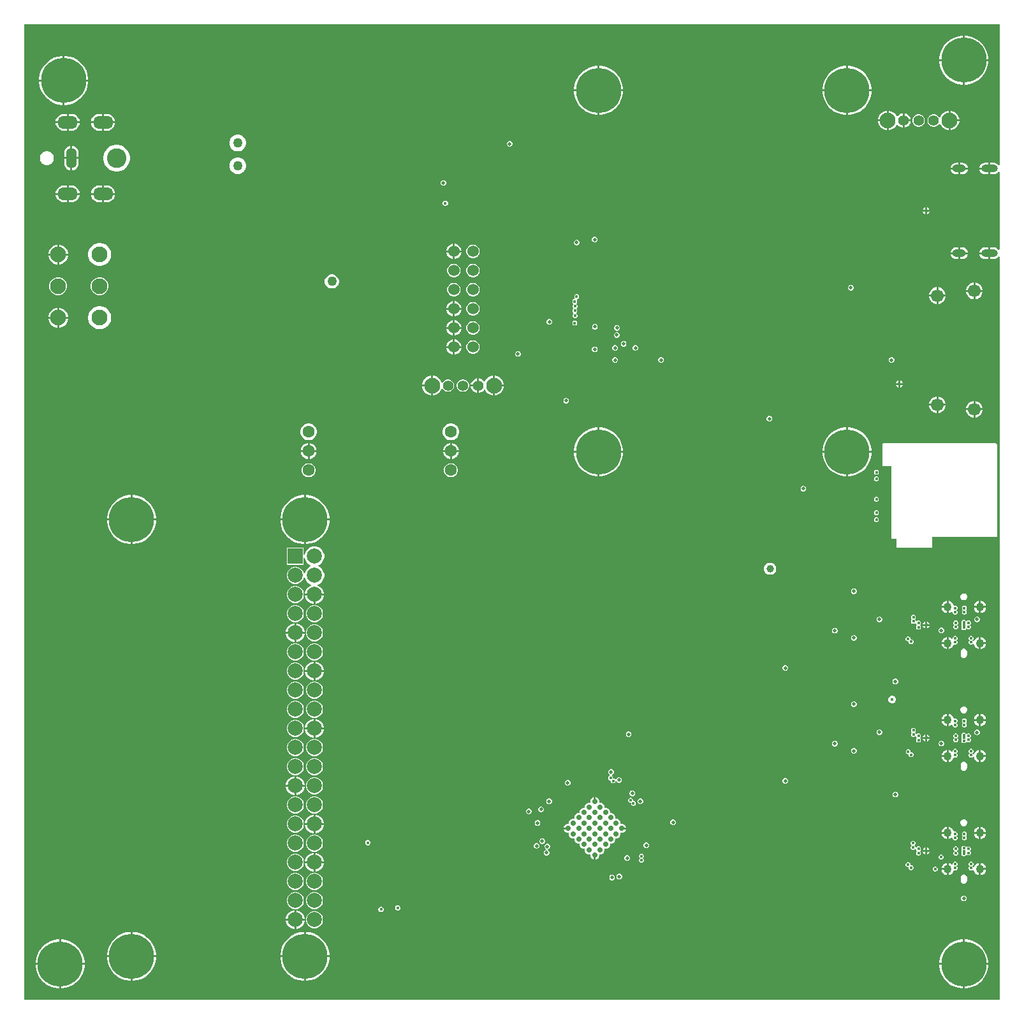
<source format=gbr>
%TF.GenerationSoftware,Altium Limited,Altium Designer,22.2.1 (43)*%
G04 Layer_Physical_Order=7*
G04 Layer_Color=10027212*
%FSLAX26Y26*%
%MOIN*%
%TF.SameCoordinates,D552E928-BF45-442C-827F-4CC0F3A717A5*%
%TF.FilePolarity,Positive*%
%TF.FileFunction,Copper,L7,Inr,Signal*%
%TF.Part,Single*%
G01*
G75*
%TA.AperFunction,ComponentPad*%
%ADD67C,0.082677*%
%ADD68C,0.055118*%
%ADD69C,0.236220*%
%ADD70R,0.078740X0.078740*%
%ADD71C,0.078740*%
%ADD72C,0.060000*%
%ADD73O,0.106299X0.066929*%
%ADD74O,0.055118X0.106299*%
%ADD75C,0.102362*%
%ADD76C,0.062992*%
%ADD77C,0.066929*%
%ADD78O,0.070866X0.039370*%
%ADD79O,0.086614X0.039370*%
%ADD80C,0.043307*%
%TA.AperFunction,ViaPad*%
%ADD81C,0.027559*%
%ADD82C,0.017716*%
%ADD83C,0.039370*%
%ADD84C,0.015748*%
%ADD85C,0.019685*%
%ADD86C,0.050000*%
G36*
X6092167Y5358325D02*
X6087167Y5356627D01*
X6084164Y5360542D01*
X6077963Y5365300D01*
X6070742Y5368291D01*
X6062992Y5369311D01*
X6044370D01*
Y5339370D01*
Y5309429D01*
X6062992D01*
X6070742Y5310449D01*
X6077963Y5313440D01*
X6084164Y5318198D01*
X6087167Y5322113D01*
X6092167Y5320415D01*
Y4915805D01*
X6087167Y4914108D01*
X6084164Y4918022D01*
X6077963Y4922780D01*
X6070742Y4925771D01*
X6062992Y4926792D01*
X6044370D01*
Y4896850D01*
Y4866909D01*
X6062992D01*
X6070742Y4867929D01*
X6077963Y4870921D01*
X6084164Y4875679D01*
X6087167Y4879593D01*
X6092167Y4877896D01*
Y994447D01*
X994447D01*
Y6092167D01*
X6092167D01*
Y5358325D01*
D02*
G37*
%LPC*%
G36*
X5915594Y6033622D02*
X5910512D01*
Y5910512D01*
X6033622D01*
Y5915594D01*
X6030467Y5935511D01*
X6024236Y5954689D01*
X6015081Y5972656D01*
X6003229Y5988970D01*
X5988970Y6003229D01*
X5972656Y6015081D01*
X5954689Y6024236D01*
X5935511Y6030467D01*
X5915594Y6033622D01*
D02*
G37*
G36*
X5900512D02*
X5895429D01*
X5875513Y6030467D01*
X5856335Y6024236D01*
X5838367Y6015081D01*
X5822054Y6003229D01*
X5807795Y5988970D01*
X5795942Y5972656D01*
X5786788Y5954689D01*
X5780556Y5935511D01*
X5777402Y5915594D01*
Y5910512D01*
X5900512D01*
Y6033622D01*
D02*
G37*
G36*
X1210082Y5928110D02*
X1205000D01*
Y5805000D01*
X1328110D01*
Y5810083D01*
X1324956Y5829999D01*
X1318724Y5849177D01*
X1309570Y5867144D01*
X1297717Y5883458D01*
X1283458Y5897717D01*
X1267144Y5909570D01*
X1249177Y5918724D01*
X1229999Y5924956D01*
X1210082Y5928110D01*
D02*
G37*
G36*
X1195000D02*
X1189918D01*
X1170001Y5924956D01*
X1150823Y5918724D01*
X1132856Y5909570D01*
X1116542Y5897717D01*
X1102283Y5883458D01*
X1090430Y5867144D01*
X1081276Y5849177D01*
X1075044Y5829999D01*
X1071890Y5810083D01*
Y5805000D01*
X1195000D01*
Y5928110D01*
D02*
G37*
G36*
X6033622Y5900512D02*
X5910512D01*
Y5777402D01*
X5915594D01*
X5935511Y5780556D01*
X5954689Y5786788D01*
X5972656Y5795942D01*
X5988970Y5807795D01*
X6003229Y5822054D01*
X6015081Y5838367D01*
X6024236Y5856335D01*
X6030467Y5875513D01*
X6033622Y5895429D01*
Y5900512D01*
D02*
G37*
G36*
X5900512D02*
X5777402D01*
Y5895429D01*
X5780556Y5875513D01*
X5786788Y5856335D01*
X5795942Y5838367D01*
X5807795Y5822054D01*
X5822054Y5807795D01*
X5838367Y5795942D01*
X5856335Y5786788D01*
X5875513Y5780556D01*
X5895429Y5777402D01*
X5900512D01*
Y5900512D01*
D02*
G37*
G36*
X5305358Y5876142D02*
X5300276D01*
Y5753032D01*
X5423386D01*
Y5758114D01*
X5420231Y5778031D01*
X5414000Y5797209D01*
X5404845Y5815176D01*
X5392993Y5831490D01*
X5378734Y5845748D01*
X5362420Y5857601D01*
X5344453Y5866756D01*
X5325275Y5872987D01*
X5305358Y5876142D01*
D02*
G37*
G36*
X5290276D02*
X5285193D01*
X5265276Y5872987D01*
X5246098Y5866756D01*
X5228131Y5857601D01*
X5211817Y5845748D01*
X5197559Y5831490D01*
X5185706Y5815176D01*
X5176551Y5797209D01*
X5170320Y5778031D01*
X5167165Y5758114D01*
Y5753032D01*
X5290276D01*
Y5876142D01*
D02*
G37*
G36*
X4006146D02*
X4001063D01*
Y5753031D01*
X4124173D01*
Y5758114D01*
X4121019Y5778031D01*
X4114787Y5797209D01*
X4105633Y5815176D01*
X4093780Y5831490D01*
X4079521Y5845748D01*
X4063207Y5857601D01*
X4045240Y5866756D01*
X4026062Y5872987D01*
X4006146Y5876142D01*
D02*
G37*
G36*
X3991063D02*
X3985981D01*
X3966064Y5872987D01*
X3946886Y5866756D01*
X3928919Y5857601D01*
X3912605Y5845748D01*
X3898346Y5831490D01*
X3886493Y5815176D01*
X3877339Y5797209D01*
X3871107Y5778031D01*
X3867953Y5758114D01*
Y5753031D01*
X3991063D01*
Y5876142D01*
D02*
G37*
G36*
X1328110Y5795000D02*
X1205000D01*
Y5671890D01*
X1210082D01*
X1229999Y5675044D01*
X1249177Y5681276D01*
X1267144Y5690430D01*
X1283458Y5702283D01*
X1297717Y5716542D01*
X1309570Y5732856D01*
X1318724Y5750823D01*
X1324956Y5770001D01*
X1328110Y5789917D01*
Y5795000D01*
D02*
G37*
G36*
X1195000D02*
X1071890D01*
Y5789917D01*
X1075044Y5770001D01*
X1081276Y5750823D01*
X1090430Y5732856D01*
X1102283Y5716542D01*
X1116542Y5702283D01*
X1132856Y5690430D01*
X1150823Y5681276D01*
X1170001Y5675044D01*
X1189918Y5671890D01*
X1195000D01*
Y5795000D01*
D02*
G37*
G36*
X5423386Y5743032D02*
X5300276D01*
Y5619921D01*
X5305358D01*
X5325275Y5623076D01*
X5344453Y5629307D01*
X5362420Y5638462D01*
X5378734Y5650315D01*
X5392993Y5664573D01*
X5404845Y5680887D01*
X5414000Y5698854D01*
X5420231Y5718032D01*
X5423386Y5737949D01*
Y5743032D01*
D02*
G37*
G36*
X5290276D02*
X5167165D01*
Y5737949D01*
X5170320Y5718032D01*
X5176551Y5698854D01*
X5185706Y5680887D01*
X5197559Y5664573D01*
X5211817Y5650315D01*
X5228131Y5638462D01*
X5246098Y5629307D01*
X5265276Y5623076D01*
X5285193Y5619921D01*
X5290276D01*
Y5743032D01*
D02*
G37*
G36*
X4124173Y5743031D02*
X4001063D01*
Y5619921D01*
X4006146D01*
X4026062Y5623076D01*
X4045240Y5629307D01*
X4063207Y5638462D01*
X4079521Y5650315D01*
X4093780Y5664573D01*
X4105633Y5680887D01*
X4114787Y5698854D01*
X4121019Y5718032D01*
X4124173Y5737949D01*
Y5743031D01*
D02*
G37*
G36*
X3991063D02*
X3867953D01*
Y5737949D01*
X3871107Y5718032D01*
X3877339Y5698854D01*
X3886493Y5680887D01*
X3898346Y5664573D01*
X3912605Y5650315D01*
X3928919Y5638462D01*
X3946886Y5629307D01*
X3966064Y5623076D01*
X3985981Y5619921D01*
X3991063D01*
Y5743031D01*
D02*
G37*
G36*
X5825709Y5641890D02*
X5823950D01*
X5810893Y5638391D01*
X5799186Y5631632D01*
X5789627Y5622074D01*
X5782869Y5610367D01*
X5781918Y5606819D01*
X5776552Y5606113D01*
X5774022Y5610495D01*
X5767975Y5616542D01*
X5760568Y5620818D01*
X5752308Y5623032D01*
X5743755D01*
X5735495Y5620818D01*
X5728088Y5616542D01*
X5722041Y5610495D01*
X5717765Y5603088D01*
X5715551Y5594827D01*
Y5586275D01*
X5717765Y5578014D01*
X5722041Y5570608D01*
X5728088Y5564560D01*
X5735495Y5560284D01*
X5743755Y5558071D01*
X5752308D01*
X5760568Y5560284D01*
X5767975Y5564560D01*
X5774022Y5570608D01*
X5776552Y5574990D01*
X5781918Y5574283D01*
X5782869Y5570735D01*
X5789627Y5559029D01*
X5799186Y5549470D01*
X5810893Y5542711D01*
X5823950Y5539213D01*
X5825709D01*
Y5590551D01*
Y5641890D01*
D02*
G37*
G36*
X5837467D02*
X5835709D01*
Y5595551D01*
X5882047D01*
Y5597310D01*
X5878549Y5610367D01*
X5871790Y5622074D01*
X5862231Y5631632D01*
X5850525Y5638391D01*
X5837467Y5641890D01*
D02*
G37*
G36*
X5595551Y5628095D02*
Y5595551D01*
X5628095D01*
X5625551Y5605048D01*
X5620606Y5613613D01*
X5613613Y5620606D01*
X5605048Y5625551D01*
X5595551Y5628095D01*
D02*
G37*
G36*
X5502874Y5641890D02*
X5501115D01*
X5488058Y5638391D01*
X5476351Y5631632D01*
X5466793Y5622074D01*
X5460034Y5610367D01*
X5456535Y5597310D01*
Y5595551D01*
X5502874D01*
Y5641890D01*
D02*
G37*
G36*
X1425197Y5624548D02*
X1410512D01*
Y5585709D01*
X1468378D01*
X1467543Y5592055D01*
X1463163Y5602628D01*
X1456196Y5611708D01*
X1447117Y5618675D01*
X1436543Y5623055D01*
X1425197Y5624548D01*
D02*
G37*
G36*
X1400512D02*
X1385827D01*
X1374480Y5623055D01*
X1363907Y5618675D01*
X1354827Y5611708D01*
X1347861Y5602628D01*
X1343481Y5592055D01*
X1342645Y5585709D01*
X1400512D01*
Y5624548D01*
D02*
G37*
G36*
X1240158D02*
X1225472D01*
Y5585709D01*
X1283339D01*
X1282503Y5592055D01*
X1278124Y5602628D01*
X1271157Y5611708D01*
X1262077Y5618675D01*
X1251504Y5623055D01*
X1240158Y5624548D01*
D02*
G37*
G36*
X1215472D02*
X1200787D01*
X1189441Y5623055D01*
X1178868Y5618675D01*
X1169788Y5611708D01*
X1162821Y5602628D01*
X1158441Y5592055D01*
X1157606Y5585709D01*
X1215472D01*
Y5624548D01*
D02*
G37*
G36*
X5673567Y5623032D02*
X5665015D01*
X5656754Y5620818D01*
X5649348Y5616542D01*
X5643301Y5610495D01*
X5639025Y5603088D01*
X5636811Y5594827D01*
Y5586275D01*
X5639025Y5578014D01*
X5643301Y5570608D01*
X5649348Y5564560D01*
X5656754Y5560284D01*
X5665015Y5558071D01*
X5673567D01*
X5681828Y5560284D01*
X5689235Y5564560D01*
X5695282Y5570608D01*
X5699558Y5578014D01*
X5701772Y5586275D01*
Y5594827D01*
X5699558Y5603088D01*
X5695282Y5610495D01*
X5689235Y5616542D01*
X5681828Y5620818D01*
X5673567Y5623032D01*
D02*
G37*
G36*
X5628095Y5585551D02*
X5595551D01*
Y5553007D01*
X5605048Y5555552D01*
X5613613Y5560497D01*
X5620606Y5567489D01*
X5625551Y5576054D01*
X5628095Y5585551D01*
D02*
G37*
G36*
X5514633Y5641890D02*
X5512874D01*
Y5590551D01*
Y5539213D01*
X5514633D01*
X5527690Y5542711D01*
X5539397Y5549470D01*
X5548955Y5559029D01*
X5554281Y5568254D01*
X5560048Y5568266D01*
X5560496Y5567489D01*
X5567489Y5560497D01*
X5576054Y5555552D01*
X5585551Y5553007D01*
Y5590551D01*
Y5628095D01*
X5576054Y5625551D01*
X5567489Y5620606D01*
X5560496Y5613613D01*
X5560048Y5612837D01*
X5554281Y5612848D01*
X5548955Y5622074D01*
X5539397Y5631632D01*
X5527690Y5638391D01*
X5514633Y5641890D01*
D02*
G37*
G36*
X5882047Y5585551D02*
X5835709D01*
Y5539213D01*
X5837467D01*
X5850525Y5542711D01*
X5862231Y5549470D01*
X5871790Y5559029D01*
X5878549Y5570735D01*
X5882047Y5583792D01*
Y5585551D01*
D02*
G37*
G36*
X5502874D02*
X5456535D01*
Y5583792D01*
X5460034Y5570735D01*
X5466793Y5559029D01*
X5476351Y5549470D01*
X5488058Y5542711D01*
X5501115Y5539213D01*
X5502874D01*
Y5585551D01*
D02*
G37*
G36*
X1468378Y5575709D02*
X1410512D01*
Y5536869D01*
X1425197D01*
X1436543Y5538363D01*
X1447117Y5542743D01*
X1456196Y5549709D01*
X1463163Y5558789D01*
X1467543Y5569362D01*
X1468378Y5575709D01*
D02*
G37*
G36*
X1400512D02*
X1342645D01*
X1343481Y5569362D01*
X1347861Y5558789D01*
X1354827Y5549709D01*
X1363907Y5542743D01*
X1374480Y5538363D01*
X1385827Y5536869D01*
X1400512D01*
Y5575709D01*
D02*
G37*
G36*
X1283339Y5575709D02*
X1225472D01*
Y5536869D01*
X1240158D01*
X1251504Y5538363D01*
X1262077Y5542743D01*
X1271157Y5549709D01*
X1278124Y5558789D01*
X1282503Y5569362D01*
X1283339Y5575709D01*
D02*
G37*
G36*
X1215472D02*
X1157606D01*
X1158441Y5569362D01*
X1162821Y5558789D01*
X1169788Y5549709D01*
X1178868Y5542743D01*
X1189441Y5538363D01*
X1200787Y5536869D01*
X1215472D01*
Y5575709D01*
D02*
G37*
G36*
X3534433Y5483268D02*
X3528559D01*
X3523133Y5481020D01*
X3518980Y5476867D01*
X3516732Y5471441D01*
Y5465567D01*
X3518980Y5460141D01*
X3523133Y5455988D01*
X3528559Y5453740D01*
X3534433D01*
X3539859Y5455988D01*
X3544012Y5460141D01*
X3546260Y5465567D01*
Y5471441D01*
X3544012Y5476867D01*
X3539859Y5481020D01*
X3534433Y5483268D01*
D02*
G37*
G36*
X2115990Y5516142D02*
X2104483D01*
X2093368Y5513164D01*
X2083403Y5507410D01*
X2075267Y5499274D01*
X2069514Y5489309D01*
X2066535Y5478194D01*
Y5466688D01*
X2069514Y5455573D01*
X2075267Y5445608D01*
X2083403Y5437472D01*
X2093368Y5431718D01*
X2104483Y5428740D01*
X2115990D01*
X2127104Y5431718D01*
X2137069Y5437472D01*
X2145206Y5445608D01*
X2150959Y5455573D01*
X2153937Y5466688D01*
Y5478194D01*
X2150959Y5489309D01*
X2145206Y5499274D01*
X2137069Y5507410D01*
X2127104Y5513164D01*
X2115990Y5516142D01*
D02*
G37*
G36*
X1245158Y5456516D02*
Y5398701D01*
X1278041D01*
Y5419291D01*
X1276750Y5429096D01*
X1272965Y5438233D01*
X1266945Y5446079D01*
X1259099Y5452099D01*
X1249962Y5455884D01*
X1245158Y5456516D01*
D02*
G37*
G36*
X1235158D02*
X1230353Y5455884D01*
X1221216Y5452099D01*
X1213370Y5446079D01*
X1207350Y5438233D01*
X1203565Y5429096D01*
X1202274Y5419291D01*
Y5398701D01*
X1235158D01*
Y5456516D01*
D02*
G37*
G36*
X1116999Y5430118D02*
X1107410D01*
X1098148Y5427636D01*
X1089844Y5422842D01*
X1083064Y5416061D01*
X1078269Y5407757D01*
X1075787Y5398495D01*
Y5388906D01*
X1078269Y5379644D01*
X1083064Y5371340D01*
X1089844Y5364560D01*
X1098148Y5359765D01*
X1107410Y5357283D01*
X1116999D01*
X1126261Y5359765D01*
X1134565Y5364560D01*
X1141346Y5371340D01*
X1146140Y5379644D01*
X1148622Y5388906D01*
Y5398495D01*
X1146140Y5407757D01*
X1141346Y5416061D01*
X1134565Y5422842D01*
X1126261Y5427636D01*
X1116999Y5430118D01*
D02*
G37*
G36*
X6034370Y5369311D02*
X6015748D01*
X6007999Y5368291D01*
X6000777Y5365300D01*
X5994576Y5360542D01*
X5989818Y5354341D01*
X5986827Y5347119D01*
X5986465Y5344370D01*
X6034370D01*
Y5369311D01*
D02*
G37*
G36*
X5897638D02*
X5886890D01*
Y5344370D01*
X5926921D01*
X5926559Y5347119D01*
X5923568Y5354341D01*
X5918809Y5360542D01*
X5912608Y5365300D01*
X5905387Y5368291D01*
X5897638Y5369311D01*
D02*
G37*
G36*
X5876890D02*
X5866142D01*
X5858392Y5368291D01*
X5851171Y5365300D01*
X5844970Y5360542D01*
X5840212Y5354341D01*
X5837221Y5347119D01*
X5836859Y5344370D01*
X5876890D01*
Y5369311D01*
D02*
G37*
G36*
X1278041Y5388701D02*
X1245158D01*
Y5330885D01*
X1249962Y5331518D01*
X1259099Y5335302D01*
X1266945Y5341323D01*
X1272965Y5349169D01*
X1276750Y5358305D01*
X1278041Y5368110D01*
Y5388701D01*
D02*
G37*
G36*
X1235158D02*
X1202274D01*
Y5368110D01*
X1203565Y5358305D01*
X1207350Y5349169D01*
X1213370Y5341323D01*
X1221216Y5335302D01*
X1230353Y5331518D01*
X1235158Y5330885D01*
Y5388701D01*
D02*
G37*
G36*
X1483261Y5463583D02*
X1469495D01*
X1455994Y5460897D01*
X1443276Y5455629D01*
X1431831Y5447982D01*
X1422097Y5438248D01*
X1414449Y5426802D01*
X1409181Y5414085D01*
X1406496Y5400584D01*
Y5386818D01*
X1409181Y5373317D01*
X1414449Y5360599D01*
X1422097Y5349154D01*
X1431831Y5339420D01*
X1443276Y5331772D01*
X1455994Y5326504D01*
X1469495Y5323819D01*
X1483261D01*
X1496762Y5326504D01*
X1509479Y5331772D01*
X1520925Y5339420D01*
X1530659Y5349154D01*
X1538306Y5360599D01*
X1543574Y5373317D01*
X1546260Y5386818D01*
Y5400584D01*
X1543574Y5414085D01*
X1538306Y5426802D01*
X1530659Y5438248D01*
X1520925Y5447982D01*
X1509479Y5455629D01*
X1496762Y5460897D01*
X1483261Y5463583D01*
D02*
G37*
G36*
X2115990Y5398032D02*
X2104483D01*
X2093368Y5395053D01*
X2083403Y5389300D01*
X2075267Y5381164D01*
X2069514Y5371199D01*
X2066535Y5360084D01*
Y5348577D01*
X2069514Y5337463D01*
X2075267Y5327498D01*
X2083403Y5319361D01*
X2093368Y5313608D01*
X2104483Y5310630D01*
X2115990D01*
X2127104Y5313608D01*
X2137069Y5319361D01*
X2145206Y5327498D01*
X2150959Y5337463D01*
X2153937Y5348577D01*
Y5360084D01*
X2150959Y5371199D01*
X2145206Y5381164D01*
X2137069Y5389300D01*
X2127104Y5395053D01*
X2115990Y5398032D01*
D02*
G37*
G36*
X6034370Y5334370D02*
X5986465D01*
X5986827Y5331621D01*
X5989818Y5324399D01*
X5994576Y5318198D01*
X6000777Y5313440D01*
X6007999Y5310449D01*
X6015748Y5309429D01*
X6034370D01*
Y5334370D01*
D02*
G37*
G36*
X5926921Y5334370D02*
X5886890D01*
Y5309429D01*
X5897638D01*
X5905387Y5310449D01*
X5912608Y5313440D01*
X5918809Y5318198D01*
X5923568Y5324399D01*
X5926559Y5331621D01*
X5926921Y5334370D01*
D02*
G37*
G36*
X5876890D02*
X5836859D01*
X5837221Y5331621D01*
X5840212Y5324399D01*
X5844970Y5318198D01*
X5851171Y5313440D01*
X5858392Y5310449D01*
X5866142Y5309429D01*
X5876890D01*
Y5334370D01*
D02*
G37*
G36*
X3187976Y5278543D02*
X3182103D01*
X3176676Y5276296D01*
X3172523Y5272142D01*
X3170276Y5266716D01*
Y5260843D01*
X3172523Y5255417D01*
X3176676Y5251263D01*
X3182103Y5249016D01*
X3187976D01*
X3193402Y5251263D01*
X3197555Y5255417D01*
X3199803Y5260843D01*
Y5266716D01*
X3197555Y5272142D01*
X3193402Y5276296D01*
X3187976Y5278543D01*
D02*
G37*
G36*
X1240158Y5250533D02*
X1225472D01*
Y5211693D01*
X1283339D01*
X1282503Y5218039D01*
X1278124Y5228613D01*
X1271157Y5237692D01*
X1262077Y5244659D01*
X1251504Y5249039D01*
X1240158Y5250533D01*
D02*
G37*
G36*
X1215472D02*
X1200787D01*
X1189441Y5249039D01*
X1178868Y5244659D01*
X1169788Y5237692D01*
X1162821Y5228613D01*
X1158441Y5218039D01*
X1157606Y5211693D01*
X1215472D01*
Y5250533D01*
D02*
G37*
G36*
X1425197D02*
X1410512D01*
Y5211693D01*
X1468378D01*
X1467543Y5218039D01*
X1463163Y5228613D01*
X1456196Y5237692D01*
X1447117Y5244659D01*
X1436543Y5249039D01*
X1425197Y5250533D01*
D02*
G37*
G36*
X1400512D02*
X1385827D01*
X1374480Y5249039D01*
X1363907Y5244659D01*
X1354827Y5237692D01*
X1347861Y5228613D01*
X1343481Y5218039D01*
X1342645Y5211693D01*
X1400512D01*
Y5250533D01*
D02*
G37*
G36*
X1468378Y5201693D02*
X1410512D01*
Y5162853D01*
X1425197D01*
X1436543Y5164347D01*
X1447117Y5168727D01*
X1456196Y5175694D01*
X1463163Y5184773D01*
X1467543Y5195346D01*
X1468378Y5201693D01*
D02*
G37*
G36*
X1400512D02*
X1342645D01*
X1343481Y5195346D01*
X1347861Y5184773D01*
X1354827Y5175694D01*
X1363907Y5168727D01*
X1374480Y5164347D01*
X1385827Y5162853D01*
X1400512D01*
Y5201693D01*
D02*
G37*
G36*
X1283339Y5201693D02*
X1225472D01*
Y5162853D01*
X1240158D01*
X1251504Y5164347D01*
X1262077Y5168727D01*
X1271157Y5175694D01*
X1278124Y5184773D01*
X1282503Y5195346D01*
X1283339Y5201693D01*
D02*
G37*
G36*
X1215472D02*
X1157606D01*
X1158441Y5195346D01*
X1162821Y5184773D01*
X1169788Y5175694D01*
X1178868Y5168727D01*
X1189441Y5164347D01*
X1200787Y5162853D01*
X1215472D01*
Y5201693D01*
D02*
G37*
G36*
X3197741Y5171779D02*
X3192259D01*
X3187195Y5169682D01*
X3183318Y5165806D01*
X3181220Y5160741D01*
Y5155259D01*
X3183318Y5150194D01*
X3187195Y5146318D01*
X3192259Y5144221D01*
X3197741D01*
X3202805Y5146318D01*
X3206682Y5150194D01*
X3208780Y5155259D01*
Y5160741D01*
X3206682Y5165806D01*
X3202805Y5169682D01*
X3197741Y5171779D01*
D02*
G37*
G36*
X5713661Y5135386D02*
Y5123110D01*
X5725937D01*
X5723814Y5128235D01*
X5718786Y5133263D01*
X5713661Y5135386D01*
D02*
G37*
G36*
X5703661D02*
X5698537Y5133263D01*
X5693508Y5128235D01*
X5691386Y5123110D01*
X5703661D01*
Y5135386D01*
D02*
G37*
G36*
X5725937Y5113110D02*
X5713661D01*
Y5100835D01*
X5718786Y5102957D01*
X5723814Y5107985D01*
X5725937Y5113110D01*
D02*
G37*
G36*
X5703661D02*
X5691386D01*
X5693508Y5107985D01*
X5698537Y5102957D01*
X5703661Y5100835D01*
Y5113110D01*
D02*
G37*
G36*
X3978937Y4982764D02*
X3973063D01*
X3967637Y4980516D01*
X3963484Y4976363D01*
X3961236Y4970937D01*
Y4965063D01*
X3963484Y4959637D01*
X3967637Y4955484D01*
X3973063Y4953236D01*
X3978937D01*
X3984363Y4955484D01*
X3988516Y4959637D01*
X3990764Y4965063D01*
Y4970937D01*
X3988516Y4976363D01*
X3984363Y4980516D01*
X3978937Y4982764D01*
D02*
G37*
G36*
X3884827Y4967520D02*
X3878953D01*
X3873527Y4965272D01*
X3869374Y4961119D01*
X3867126Y4955693D01*
Y4949819D01*
X3869374Y4944393D01*
X3873527Y4940240D01*
X3878953Y4937992D01*
X3884827D01*
X3890253Y4940240D01*
X3894406Y4944393D01*
X3896654Y4949819D01*
Y4955693D01*
X3894406Y4961119D01*
X3890253Y4965272D01*
X3884827Y4967520D01*
D02*
G37*
G36*
X3245227Y4946299D02*
X3244961D01*
Y4911299D01*
X3279961D01*
Y4911565D01*
X3277235Y4921739D01*
X3271969Y4930860D01*
X3264521Y4938307D01*
X3255400Y4943573D01*
X3245227Y4946299D01*
D02*
G37*
G36*
X3234961D02*
X3234695D01*
X3224521Y4943573D01*
X3215400Y4938307D01*
X3207953Y4930860D01*
X3202686Y4921739D01*
X3199961Y4911565D01*
Y4911299D01*
X3234961D01*
Y4946299D01*
D02*
G37*
G36*
X5897638Y4926792D02*
X5886890D01*
Y4901851D01*
X5926921D01*
X5926559Y4904600D01*
X5923568Y4911821D01*
X5918809Y4918022D01*
X5912608Y4922780D01*
X5905387Y4925771D01*
X5897638Y4926792D01*
D02*
G37*
G36*
X5876890D02*
X5866142D01*
X5858392Y4925771D01*
X5851171Y4922780D01*
X5844970Y4918022D01*
X5840212Y4911821D01*
X5837221Y4904600D01*
X5836859Y4901851D01*
X5876890D01*
Y4926792D01*
D02*
G37*
G36*
X6034370D02*
X6015748D01*
X6007999Y4925771D01*
X6000777Y4922780D01*
X5994576Y4918022D01*
X5989818Y4911821D01*
X5986827Y4904600D01*
X5986465Y4901850D01*
X6034370D01*
Y4926792D01*
D02*
G37*
G36*
X1178019Y4941102D02*
X1176260D01*
Y4894764D01*
X1222599D01*
Y4896523D01*
X1219100Y4909580D01*
X1212341Y4921286D01*
X1202783Y4930845D01*
X1191076Y4937604D01*
X1178019Y4941102D01*
D02*
G37*
G36*
X1166260D02*
X1164501D01*
X1151444Y4937604D01*
X1139737Y4930845D01*
X1130179Y4921286D01*
X1123420Y4909580D01*
X1119921Y4896523D01*
Y4894764D01*
X1166260D01*
Y4941102D01*
D02*
G37*
G36*
X3344558Y4941221D02*
X3335363D01*
X3326481Y4938841D01*
X3318518Y4934243D01*
X3312017Y4927741D01*
X3307419Y4919778D01*
X3305039Y4910897D01*
Y4901702D01*
X3307419Y4892820D01*
X3312017Y4884857D01*
X3318518Y4878355D01*
X3326481Y4873758D01*
X3335363Y4871378D01*
X3344558D01*
X3353440Y4873758D01*
X3361403Y4878355D01*
X3367905Y4884857D01*
X3372502Y4892820D01*
X3374882Y4901702D01*
Y4910897D01*
X3372502Y4919778D01*
X3367905Y4927741D01*
X3361403Y4934243D01*
X3353440Y4938841D01*
X3344558Y4941221D01*
D02*
G37*
G36*
X6034370Y4891850D02*
X5986465D01*
X5986827Y4889101D01*
X5989818Y4881880D01*
X5994576Y4875679D01*
X6000777Y4870921D01*
X6007999Y4867929D01*
X6015748Y4866909D01*
X6034370D01*
Y4891850D01*
D02*
G37*
G36*
X5926921Y4891851D02*
X5886890D01*
Y4866909D01*
X5897638D01*
X5905387Y4867929D01*
X5912608Y4870921D01*
X5918809Y4875679D01*
X5923568Y4881880D01*
X5926559Y4889101D01*
X5926921Y4891851D01*
D02*
G37*
G36*
X5876890D02*
X5836859D01*
X5837221Y4889101D01*
X5840212Y4881880D01*
X5844970Y4875679D01*
X5851171Y4870921D01*
X5858392Y4867929D01*
X5866142Y4866909D01*
X5876890D01*
Y4891851D01*
D02*
G37*
G36*
X3279961Y4901299D02*
X3244961D01*
Y4866299D01*
X3245227D01*
X3255400Y4869025D01*
X3264521Y4874291D01*
X3271969Y4881739D01*
X3277235Y4890860D01*
X3279961Y4901033D01*
Y4901299D01*
D02*
G37*
G36*
X3234961D02*
X3199961D01*
Y4901033D01*
X3202686Y4890860D01*
X3207953Y4881739D01*
X3215400Y4874291D01*
X3224521Y4869025D01*
X3234695Y4866299D01*
X3234961D01*
Y4901299D01*
D02*
G37*
G36*
X1222599Y4884764D02*
X1176260D01*
Y4838425D01*
X1178019D01*
X1191076Y4841924D01*
X1202783Y4848683D01*
X1212341Y4858241D01*
X1219100Y4869948D01*
X1222599Y4883005D01*
Y4884764D01*
D02*
G37*
G36*
X1166260D02*
X1119921D01*
Y4883005D01*
X1123420Y4869948D01*
X1130179Y4858241D01*
X1139737Y4848683D01*
X1151444Y4841924D01*
X1164501Y4838425D01*
X1166260D01*
Y4884764D01*
D02*
G37*
G36*
X1393709Y4949803D02*
X1381882D01*
X1370283Y4947496D01*
X1359356Y4942970D01*
X1349522Y4936399D01*
X1341160Y4928037D01*
X1334589Y4918203D01*
X1330063Y4907276D01*
X1327756Y4895677D01*
Y4883850D01*
X1330063Y4872251D01*
X1334589Y4861324D01*
X1341160Y4851491D01*
X1349522Y4843128D01*
X1359356Y4836557D01*
X1370283Y4832032D01*
X1381882Y4829724D01*
X1393709D01*
X1405308Y4832032D01*
X1416235Y4836557D01*
X1426068Y4843128D01*
X1434431Y4851491D01*
X1441002Y4861324D01*
X1445527Y4872251D01*
X1447835Y4883850D01*
Y4895677D01*
X1445527Y4907276D01*
X1441002Y4918203D01*
X1434431Y4928037D01*
X1426068Y4936399D01*
X1416235Y4942970D01*
X1405308Y4947496D01*
X1393709Y4949803D01*
D02*
G37*
G36*
X3344558Y4841221D02*
X3335363D01*
X3326481Y4838841D01*
X3318518Y4834243D01*
X3312017Y4827741D01*
X3307419Y4819778D01*
X3305039Y4810897D01*
Y4801702D01*
X3307419Y4792820D01*
X3312017Y4784857D01*
X3318518Y4778355D01*
X3326481Y4773758D01*
X3335363Y4771378D01*
X3344558D01*
X3353440Y4773758D01*
X3361403Y4778355D01*
X3367905Y4784857D01*
X3372502Y4792820D01*
X3374882Y4801702D01*
Y4810897D01*
X3372502Y4819778D01*
X3367905Y4827741D01*
X3361403Y4834243D01*
X3353440Y4838841D01*
X3344558Y4841221D01*
D02*
G37*
G36*
X3244558D02*
X3235363D01*
X3226481Y4838841D01*
X3218518Y4834243D01*
X3212017Y4827741D01*
X3207419Y4819778D01*
X3205039Y4810897D01*
Y4801702D01*
X3207419Y4792820D01*
X3212017Y4784857D01*
X3218518Y4778355D01*
X3226481Y4773758D01*
X3235363Y4771378D01*
X3244558D01*
X3253440Y4773758D01*
X3261403Y4778355D01*
X3267905Y4784857D01*
X3272502Y4792820D01*
X3274882Y4801702D01*
Y4810897D01*
X3272502Y4819778D01*
X3267905Y4827741D01*
X3261403Y4834243D01*
X3253440Y4838841D01*
X3244558Y4841221D01*
D02*
G37*
G36*
X2606846Y4785811D02*
X2597154D01*
X2587791Y4783302D01*
X2579398Y4778456D01*
X2572544Y4771602D01*
X2567698Y4763208D01*
X2565189Y4753846D01*
Y4744154D01*
X2567698Y4734792D01*
X2572544Y4726398D01*
X2579398Y4719544D01*
X2587791Y4714698D01*
X2597154Y4712189D01*
X2606846D01*
X2616209Y4714698D01*
X2624602Y4719544D01*
X2631456Y4726398D01*
X2636302Y4734792D01*
X2638811Y4744154D01*
Y4753846D01*
X2636302Y4763208D01*
X2631456Y4771602D01*
X2624602Y4778456D01*
X2616209Y4783302D01*
X2606846Y4785811D01*
D02*
G37*
G36*
X5966352Y4742283D02*
X5965630D01*
Y4703819D01*
X6004095D01*
Y4704541D01*
X6001132Y4715596D01*
X5995410Y4725507D01*
X5987318Y4733599D01*
X5977407Y4739321D01*
X5966352Y4742283D01*
D02*
G37*
G36*
X5955630D02*
X5954908D01*
X5943853Y4739321D01*
X5933942Y4733599D01*
X5925850Y4725507D01*
X5920127Y4715596D01*
X5917166Y4704541D01*
Y4703819D01*
X5955630D01*
Y4742283D01*
D02*
G37*
G36*
X5317897Y4731299D02*
X5312024D01*
X5306598Y4729051D01*
X5302444Y4724898D01*
X5300197Y4719472D01*
Y4713599D01*
X5302444Y4708172D01*
X5306598Y4704019D01*
X5312024Y4701772D01*
X5317897D01*
X5323324Y4704019D01*
X5327477Y4708172D01*
X5329724Y4713599D01*
Y4719472D01*
X5327477Y4724898D01*
X5323324Y4729051D01*
X5317897Y4731299D01*
D02*
G37*
G36*
X5773439Y4718661D02*
X5772717D01*
Y4680197D01*
X5811181D01*
Y4680919D01*
X5808219Y4691974D01*
X5802497Y4701885D01*
X5794404Y4709977D01*
X5784493Y4715699D01*
X5773439Y4718661D01*
D02*
G37*
G36*
X5762717D02*
X5761994D01*
X5750940Y4715699D01*
X5741029Y4709977D01*
X5732936Y4701885D01*
X5727214Y4691974D01*
X5724252Y4680919D01*
Y4680197D01*
X5762717D01*
Y4718661D01*
D02*
G37*
G36*
X1393886Y4770669D02*
X1381705D01*
X1369940Y4767517D01*
X1359391Y4761427D01*
X1350778Y4752814D01*
X1344688Y4742265D01*
X1341535Y4730500D01*
Y4718319D01*
X1344688Y4706554D01*
X1350778Y4696005D01*
X1359391Y4687392D01*
X1369940Y4681302D01*
X1381705Y4678150D01*
X1393886D01*
X1405651Y4681302D01*
X1416200Y4687392D01*
X1424812Y4696005D01*
X1430903Y4706554D01*
X1434055Y4718319D01*
Y4730500D01*
X1430903Y4742265D01*
X1424812Y4752814D01*
X1416200Y4761427D01*
X1405651Y4767517D01*
X1393886Y4770669D01*
D02*
G37*
G36*
X1177350D02*
X1165170D01*
X1153404Y4767517D01*
X1142856Y4761427D01*
X1134243Y4752814D01*
X1128152Y4742265D01*
X1125000Y4730500D01*
Y4718319D01*
X1128152Y4706554D01*
X1134243Y4696005D01*
X1142856Y4687392D01*
X1153404Y4681302D01*
X1165170Y4678150D01*
X1177350D01*
X1189116Y4681302D01*
X1199664Y4687392D01*
X1208277Y4696005D01*
X1214367Y4706554D01*
X1217520Y4718319D01*
Y4730500D01*
X1214367Y4742265D01*
X1208277Y4752814D01*
X1199664Y4761427D01*
X1189116Y4767517D01*
X1177350Y4770669D01*
D02*
G37*
G36*
X3344558Y4741221D02*
X3335363D01*
X3326481Y4738841D01*
X3318518Y4734243D01*
X3312017Y4727741D01*
X3307419Y4719778D01*
X3305039Y4710897D01*
Y4701702D01*
X3307419Y4692820D01*
X3312017Y4684857D01*
X3318518Y4678355D01*
X3326481Y4673758D01*
X3335363Y4671378D01*
X3344558D01*
X3353440Y4673758D01*
X3361403Y4678355D01*
X3367905Y4684857D01*
X3372502Y4692820D01*
X3374882Y4701702D01*
Y4710897D01*
X3372502Y4719778D01*
X3367905Y4727741D01*
X3361403Y4734243D01*
X3353440Y4738841D01*
X3344558Y4741221D01*
D02*
G37*
G36*
X3244558D02*
X3235363D01*
X3226481Y4738841D01*
X3218518Y4734243D01*
X3212017Y4727741D01*
X3207419Y4719778D01*
X3205039Y4710897D01*
Y4701702D01*
X3207419Y4692820D01*
X3212017Y4684857D01*
X3218518Y4678355D01*
X3226481Y4673758D01*
X3235363Y4671378D01*
X3244558D01*
X3253440Y4673758D01*
X3261403Y4678355D01*
X3267905Y4684857D01*
X3272502Y4692820D01*
X3274882Y4701702D01*
Y4710897D01*
X3272502Y4719778D01*
X3267905Y4727741D01*
X3261403Y4734243D01*
X3253440Y4738841D01*
X3244558Y4741221D01*
D02*
G37*
G36*
X6004095Y4693819D02*
X5965630D01*
Y4655354D01*
X5966352D01*
X5977407Y4658316D01*
X5987318Y4664039D01*
X5995410Y4672131D01*
X6001132Y4682042D01*
X6004095Y4693097D01*
Y4693819D01*
D02*
G37*
G36*
X5955630D02*
X5917166D01*
Y4693097D01*
X5920127Y4682042D01*
X5925850Y4672131D01*
X5933942Y4664039D01*
X5943853Y4658316D01*
X5954908Y4655354D01*
X5955630D01*
Y4693819D01*
D02*
G37*
G36*
X5811181Y4670197D02*
X5772717D01*
Y4631732D01*
X5773439D01*
X5784493Y4634694D01*
X5794404Y4640417D01*
X5802497Y4648509D01*
X5808219Y4658420D01*
X5811181Y4669475D01*
Y4670197D01*
D02*
G37*
G36*
X5762717D02*
X5724252D01*
Y4669475D01*
X5727214Y4658420D01*
X5732936Y4648509D01*
X5741029Y4640417D01*
X5750940Y4634694D01*
X5761994Y4631732D01*
X5762717D01*
Y4670197D01*
D02*
G37*
G36*
X3245227Y4646299D02*
X3244961D01*
Y4611299D01*
X3279961D01*
Y4611565D01*
X3277235Y4621739D01*
X3271969Y4630860D01*
X3264521Y4638307D01*
X3255400Y4643573D01*
X3245227Y4646299D01*
D02*
G37*
G36*
X3234961D02*
X3234695D01*
X3224521Y4643573D01*
X3215400Y4638307D01*
X3207953Y4630860D01*
X3202686Y4621739D01*
X3199961Y4611565D01*
Y4611299D01*
X3234961D01*
Y4646299D01*
D02*
G37*
G36*
X3344558Y4641221D02*
X3335363D01*
X3326481Y4638841D01*
X3318518Y4634243D01*
X3312017Y4627741D01*
X3307419Y4619778D01*
X3305039Y4610897D01*
Y4601702D01*
X3307419Y4592820D01*
X3312017Y4584857D01*
X3318518Y4578355D01*
X3326481Y4573758D01*
X3335363Y4571378D01*
X3344558D01*
X3353440Y4573758D01*
X3361403Y4578355D01*
X3367905Y4584857D01*
X3372502Y4592820D01*
X3374882Y4601702D01*
Y4610897D01*
X3372502Y4619778D01*
X3367905Y4627741D01*
X3361403Y4634243D01*
X3353440Y4638841D01*
X3344558Y4641221D01*
D02*
G37*
G36*
X3279961Y4601299D02*
X3244961D01*
Y4566299D01*
X3245227D01*
X3255400Y4569025D01*
X3264521Y4574291D01*
X3271969Y4581739D01*
X3277235Y4590860D01*
X3279961Y4601033D01*
Y4601299D01*
D02*
G37*
G36*
X3234961D02*
X3199961D01*
Y4601033D01*
X3202686Y4590860D01*
X3207953Y4581739D01*
X3215400Y4574291D01*
X3224521Y4569025D01*
X3234695Y4566299D01*
X3234961D01*
Y4601299D01*
D02*
G37*
G36*
X1178019Y4610394D02*
X1176260D01*
Y4564055D01*
X1222599D01*
Y4565814D01*
X1219100Y4578871D01*
X1212341Y4590578D01*
X1202783Y4600136D01*
X1191076Y4606895D01*
X1178019Y4610394D01*
D02*
G37*
G36*
X1166260D02*
X1164501D01*
X1151444Y4606895D01*
X1139737Y4600136D01*
X1130179Y4590578D01*
X1123420Y4578871D01*
X1119921Y4565814D01*
Y4564055D01*
X1166260D01*
Y4610394D01*
D02*
G37*
G36*
X3884435Y4682087D02*
X3879345D01*
X3874642Y4680139D01*
X3871042Y4676539D01*
X3869095Y4671836D01*
Y4666746D01*
X3871042Y4662043D01*
X3870387Y4660220D01*
X3868909Y4657106D01*
X3864629Y4655333D01*
X3861030Y4651734D01*
X3859082Y4647031D01*
Y4641941D01*
X3861030Y4637238D01*
X3863820Y4634448D01*
X3864564Y4632674D01*
X3864277Y4628372D01*
X3862153Y4626248D01*
X3860205Y4621545D01*
Y4616455D01*
X3862153Y4611752D01*
X3862638Y4611266D01*
X3864687Y4606983D01*
X3862638Y4604734D01*
X3861153Y4603248D01*
X3859205Y4598545D01*
Y4593455D01*
X3861153Y4588752D01*
X3864752Y4585153D01*
X3864899Y4584759D01*
X3865217Y4579548D01*
X3862800Y4577131D01*
X3860852Y4572428D01*
Y4567338D01*
X3862800Y4562635D01*
X3866399Y4559036D01*
X3871102Y4557088D01*
X3876193D01*
X3880896Y4559036D01*
X3884495Y4562635D01*
X3886443Y4567338D01*
Y4572428D01*
X3884495Y4577131D01*
X3880896Y4580731D01*
X3880749Y4581125D01*
X3880431Y4586335D01*
X3882847Y4588752D01*
X3884795Y4593455D01*
Y4598545D01*
X3882847Y4603248D01*
X3882362Y4603734D01*
X3880313Y4608017D01*
X3882362Y4610266D01*
X3883847Y4611752D01*
X3885795Y4616455D01*
Y4621545D01*
X3883847Y4626248D01*
X3881057Y4629038D01*
X3880312Y4630811D01*
X3880600Y4635114D01*
X3882724Y4637238D01*
X3884672Y4641941D01*
Y4647031D01*
X3882724Y4651734D01*
X3883379Y4653557D01*
X3884858Y4656671D01*
X3889138Y4658444D01*
X3892737Y4662043D01*
X3894685Y4666746D01*
Y4671836D01*
X3892737Y4676539D01*
X3889138Y4680139D01*
X3884435Y4682087D01*
D02*
G37*
G36*
X3742110Y4552165D02*
X3736236D01*
X3730810Y4549918D01*
X3726657Y4545765D01*
X3724409Y4540338D01*
Y4534465D01*
X3726657Y4529039D01*
X3730810Y4524886D01*
X3736236Y4522638D01*
X3742110D01*
X3747536Y4524886D01*
X3751689Y4529039D01*
X3753937Y4534465D01*
Y4540338D01*
X3751689Y4545765D01*
X3747536Y4549918D01*
X3742110Y4552165D01*
D02*
G37*
G36*
X3874003Y4544500D02*
X3868913D01*
X3864210Y4542552D01*
X3860611Y4538953D01*
X3858663Y4534250D01*
Y4529160D01*
X3860611Y4524457D01*
X3864210Y4520858D01*
X3868913Y4518910D01*
X3874003D01*
X3878706Y4520858D01*
X3882305Y4524457D01*
X3884253Y4529160D01*
Y4534250D01*
X3882305Y4538953D01*
X3878706Y4542552D01*
X3874003Y4544500D01*
D02*
G37*
G36*
X3245227Y4546299D02*
X3244961D01*
Y4511299D01*
X3279961D01*
Y4511565D01*
X3277235Y4521739D01*
X3271969Y4530860D01*
X3264521Y4538307D01*
X3255400Y4543573D01*
X3245227Y4546299D01*
D02*
G37*
G36*
X3234961D02*
X3234695D01*
X3224521Y4543573D01*
X3215400Y4538307D01*
X3207953Y4530860D01*
X3202686Y4521739D01*
X3199961Y4511565D01*
Y4511299D01*
X3234961D01*
Y4546299D01*
D02*
G37*
G36*
X1222599Y4554055D02*
X1176260D01*
Y4507717D01*
X1178019D01*
X1191076Y4511215D01*
X1202783Y4517974D01*
X1212341Y4527533D01*
X1219100Y4539239D01*
X1222599Y4552296D01*
Y4554055D01*
D02*
G37*
G36*
X1166260D02*
X1119921D01*
Y4552296D01*
X1123420Y4539239D01*
X1130179Y4527533D01*
X1139737Y4517974D01*
X1151444Y4511215D01*
X1164501Y4507717D01*
X1166260D01*
Y4554055D01*
D02*
G37*
G36*
X1393709Y4619095D02*
X1381882D01*
X1370283Y4616787D01*
X1359356Y4612261D01*
X1349522Y4605691D01*
X1341160Y4597328D01*
X1334589Y4587494D01*
X1330063Y4576568D01*
X1327756Y4564968D01*
Y4553142D01*
X1330063Y4541542D01*
X1334589Y4530616D01*
X1341160Y4520782D01*
X1349522Y4512419D01*
X1359356Y4505849D01*
X1370283Y4501323D01*
X1381882Y4499016D01*
X1393709D01*
X1405308Y4501323D01*
X1416235Y4505849D01*
X1426068Y4512419D01*
X1434431Y4520782D01*
X1441002Y4530616D01*
X1445527Y4541542D01*
X1447835Y4553142D01*
Y4564968D01*
X1445527Y4576568D01*
X1441002Y4587494D01*
X1434431Y4597328D01*
X1426068Y4605691D01*
X1416235Y4612261D01*
X1405308Y4616787D01*
X1393709Y4619095D01*
D02*
G37*
G36*
X3979937Y4526764D02*
X3974063D01*
X3968637Y4524516D01*
X3964484Y4520363D01*
X3962236Y4514937D01*
Y4509063D01*
X3964484Y4503637D01*
X3968637Y4499484D01*
X3974063Y4497236D01*
X3979937D01*
X3985363Y4499484D01*
X3989516Y4503637D01*
X3991764Y4509063D01*
Y4514937D01*
X3989516Y4520363D01*
X3985363Y4524516D01*
X3979937Y4526764D01*
D02*
G37*
G36*
X4094993Y4520993D02*
X4089119D01*
X4083693Y4518745D01*
X4079540Y4514592D01*
X4077292Y4509166D01*
Y4503293D01*
X4079540Y4497866D01*
X4083693Y4493713D01*
X4089119Y4491466D01*
X4094993D01*
X4100419Y4493713D01*
X4104572Y4497866D01*
X4106820Y4503293D01*
Y4509166D01*
X4104572Y4514592D01*
X4100419Y4518745D01*
X4094993Y4520993D01*
D02*
G37*
G36*
X3344558Y4541221D02*
X3335363D01*
X3326481Y4538841D01*
X3318518Y4534243D01*
X3312017Y4527741D01*
X3307419Y4519778D01*
X3305039Y4510897D01*
Y4501702D01*
X3307419Y4492820D01*
X3312017Y4484857D01*
X3318518Y4478355D01*
X3326481Y4473758D01*
X3335363Y4471378D01*
X3344558D01*
X3353440Y4473758D01*
X3361403Y4478355D01*
X3367905Y4484857D01*
X3372502Y4492820D01*
X3374882Y4501702D01*
Y4510897D01*
X3372502Y4519778D01*
X3367905Y4527741D01*
X3361403Y4534243D01*
X3353440Y4538841D01*
X3344558Y4541221D01*
D02*
G37*
G36*
X3279961Y4501299D02*
X3244961D01*
Y4466299D01*
X3245227D01*
X3255400Y4469025D01*
X3264521Y4474291D01*
X3271969Y4481739D01*
X3277235Y4490860D01*
X3279961Y4501033D01*
Y4501299D01*
D02*
G37*
G36*
X3234961D02*
X3199961D01*
Y4501033D01*
X3202686Y4490860D01*
X3207953Y4481739D01*
X3215400Y4474291D01*
X3224521Y4469025D01*
X3234695Y4466299D01*
X3234961D01*
Y4501299D01*
D02*
G37*
G36*
X4094350Y4484177D02*
X4088477D01*
X4083050Y4481929D01*
X4078897Y4477776D01*
X4076650Y4472350D01*
Y4466477D01*
X4078897Y4461050D01*
X4083050Y4456897D01*
X4088477Y4454650D01*
X4094350D01*
X4099776Y4456897D01*
X4103930Y4461050D01*
X4106177Y4466477D01*
Y4472350D01*
X4103930Y4477776D01*
X4099776Y4481929D01*
X4094350Y4484177D01*
D02*
G37*
G36*
X3245227Y4446299D02*
X3244961D01*
Y4411299D01*
X3279961D01*
Y4411565D01*
X3277235Y4421739D01*
X3271969Y4430860D01*
X3264521Y4438307D01*
X3255400Y4443573D01*
X3245227Y4446299D01*
D02*
G37*
G36*
X3234961D02*
X3234695D01*
X3224521Y4443573D01*
X3215400Y4438307D01*
X3207953Y4430860D01*
X3202686Y4421739D01*
X3199961Y4411565D01*
Y4411299D01*
X3234961D01*
Y4446299D01*
D02*
G37*
G36*
X4130070Y4437764D02*
X4124197D01*
X4118771Y4435516D01*
X4114618Y4431363D01*
X4112370Y4425937D01*
Y4420063D01*
X4114618Y4414637D01*
X4118771Y4410484D01*
X4124197Y4408236D01*
X4130070D01*
X4135497Y4410484D01*
X4139650Y4414637D01*
X4141898Y4420063D01*
Y4425937D01*
X4139650Y4431363D01*
X4135497Y4435516D01*
X4130070Y4437764D01*
D02*
G37*
G36*
X4191913Y4416339D02*
X4186040D01*
X4180613Y4414091D01*
X4176460Y4409938D01*
X4174213Y4404511D01*
Y4398638D01*
X4176460Y4393212D01*
X4180613Y4389059D01*
X4186040Y4386811D01*
X4191913D01*
X4197339Y4389059D01*
X4201493Y4393212D01*
X4203740Y4398638D01*
Y4404511D01*
X4201493Y4409938D01*
X4197339Y4414091D01*
X4191913Y4416339D01*
D02*
G37*
G36*
X4085614D02*
X4079740D01*
X4074314Y4414091D01*
X4070161Y4409938D01*
X4067913Y4404511D01*
Y4398638D01*
X4070161Y4393212D01*
X4074314Y4389059D01*
X4079740Y4386811D01*
X4085614D01*
X4091040Y4389059D01*
X4095193Y4393212D01*
X4097441Y4398638D01*
Y4404511D01*
X4095193Y4409938D01*
X4091040Y4414091D01*
X4085614Y4416339D01*
D02*
G37*
G36*
X3979315Y4408465D02*
X3973441D01*
X3968015Y4406217D01*
X3963862Y4402064D01*
X3961614Y4396637D01*
Y4390764D01*
X3963862Y4385338D01*
X3968015Y4381185D01*
X3973441Y4378937D01*
X3979315D01*
X3984741Y4381185D01*
X3988894Y4385338D01*
X3991142Y4390764D01*
Y4396637D01*
X3988894Y4402064D01*
X3984741Y4406217D01*
X3979315Y4408465D01*
D02*
G37*
G36*
X3344558Y4441221D02*
X3335363D01*
X3326481Y4438841D01*
X3318518Y4434243D01*
X3312017Y4427741D01*
X3307419Y4419778D01*
X3305039Y4410897D01*
Y4401702D01*
X3307419Y4392820D01*
X3312017Y4384857D01*
X3318518Y4378355D01*
X3326481Y4373758D01*
X3335363Y4371378D01*
X3344558D01*
X3353440Y4373758D01*
X3361403Y4378355D01*
X3367905Y4384857D01*
X3372502Y4392820D01*
X3374882Y4401702D01*
Y4410897D01*
X3372502Y4419778D01*
X3367905Y4427741D01*
X3361403Y4434243D01*
X3353440Y4438841D01*
X3344558Y4441221D01*
D02*
G37*
G36*
X3279961Y4401299D02*
X3244961D01*
Y4366299D01*
X3245227D01*
X3255400Y4369025D01*
X3264521Y4374291D01*
X3271969Y4381739D01*
X3277235Y4390860D01*
X3279961Y4401033D01*
Y4401299D01*
D02*
G37*
G36*
X3234961D02*
X3199961D01*
Y4401033D01*
X3202686Y4390860D01*
X3207953Y4381739D01*
X3215400Y4374291D01*
X3224521Y4369025D01*
X3234695Y4366299D01*
X3234961D01*
Y4401299D01*
D02*
G37*
G36*
X3577740Y4384842D02*
X3571866D01*
X3566440Y4382595D01*
X3562287Y4378442D01*
X3560039Y4373015D01*
Y4367142D01*
X3562287Y4361716D01*
X3566440Y4357563D01*
X3571866Y4355315D01*
X3577740D01*
X3583166Y4357563D01*
X3587319Y4361716D01*
X3589567Y4367142D01*
Y4373015D01*
X3587319Y4378442D01*
X3583166Y4382595D01*
X3577740Y4384842D01*
D02*
G37*
G36*
X5530496Y4353346D02*
X5524622D01*
X5519196Y4351099D01*
X5515043Y4346946D01*
X5512795Y4341519D01*
Y4335646D01*
X5515043Y4330220D01*
X5519196Y4326067D01*
X5524622Y4323819D01*
X5530496D01*
X5535922Y4326067D01*
X5540075Y4330220D01*
X5542323Y4335646D01*
Y4341519D01*
X5540075Y4346946D01*
X5535922Y4351099D01*
X5530496Y4353346D01*
D02*
G37*
G36*
X4325771D02*
X4319898D01*
X4314472Y4351099D01*
X4310319Y4346946D01*
X4308071Y4341519D01*
Y4335646D01*
X4310319Y4330220D01*
X4314472Y4326067D01*
X4319898Y4323819D01*
X4325771D01*
X4331198Y4326067D01*
X4335351Y4330220D01*
X4337598Y4335646D01*
Y4341519D01*
X4335351Y4346946D01*
X4331198Y4351099D01*
X4325771Y4353346D01*
D02*
G37*
G36*
X4085614D02*
X4079740D01*
X4074314Y4351099D01*
X4070161Y4346946D01*
X4067913Y4341519D01*
Y4335646D01*
X4070161Y4330220D01*
X4074314Y4326067D01*
X4079740Y4323819D01*
X4085614D01*
X4091040Y4326067D01*
X4095193Y4330220D01*
X4097441Y4335646D01*
Y4341519D01*
X4095193Y4346946D01*
X4091040Y4351099D01*
X4085614Y4353346D01*
D02*
G37*
G36*
X3443819Y4256063D02*
X3442060D01*
X3429003Y4252564D01*
X3417296Y4245806D01*
X3407738Y4236247D01*
X3402412Y4227022D01*
X3396645Y4227010D01*
X3396197Y4227786D01*
X3389204Y4234779D01*
X3380639Y4239724D01*
X3371142Y4242269D01*
Y4204724D01*
Y4167180D01*
X3380639Y4169725D01*
X3389204Y4174670D01*
X3396197Y4181663D01*
X3396645Y4182439D01*
X3402412Y4182427D01*
X3407738Y4173202D01*
X3417296Y4163643D01*
X3429003Y4156884D01*
X3442060Y4153386D01*
X3443819D01*
Y4204724D01*
Y4256063D01*
D02*
G37*
G36*
X5573000Y4231341D02*
Y4218000D01*
X5586341D01*
X5583987Y4223682D01*
X5578682Y4228987D01*
X5573000Y4231341D01*
D02*
G37*
G36*
X5563000D02*
X5557318Y4228987D01*
X5552013Y4223682D01*
X5549659Y4218000D01*
X5563000D01*
Y4231341D01*
D02*
G37*
G36*
X3455578Y4256063D02*
X3453819D01*
Y4209724D01*
X3500157D01*
Y4211483D01*
X3496659Y4224540D01*
X3489900Y4236247D01*
X3480341Y4245806D01*
X3468635Y4252564D01*
X3455578Y4256063D01*
D02*
G37*
G36*
X3361142Y4242269D02*
X3351645Y4239724D01*
X3343080Y4234779D01*
X3336087Y4227786D01*
X3331142Y4219222D01*
X3328598Y4209724D01*
X3361142D01*
Y4242269D01*
D02*
G37*
G36*
X3120984Y4256063D02*
X3119225D01*
X3106168Y4252564D01*
X3094462Y4245806D01*
X3084903Y4236247D01*
X3078144Y4224540D01*
X3074646Y4211483D01*
Y4209724D01*
X3120984D01*
Y4256063D01*
D02*
G37*
G36*
X5586341Y4208000D02*
X5573000D01*
Y4194659D01*
X5578682Y4197013D01*
X5583987Y4202318D01*
X5586341Y4208000D01*
D02*
G37*
G36*
X5563000D02*
X5549659D01*
X5552013Y4202318D01*
X5557318Y4197013D01*
X5563000Y4194659D01*
Y4208000D01*
D02*
G37*
G36*
X3291678Y4237205D02*
X3283126D01*
X3274865Y4234991D01*
X3267458Y4230715D01*
X3261411Y4224668D01*
X3257135Y4217261D01*
X3254921Y4209001D01*
Y4200448D01*
X3257135Y4192188D01*
X3261411Y4184781D01*
X3267458Y4178734D01*
X3274865Y4174458D01*
X3283126Y4172244D01*
X3291678D01*
X3299939Y4174458D01*
X3307345Y4178734D01*
X3313392Y4184781D01*
X3317668Y4192188D01*
X3319882Y4200448D01*
Y4209001D01*
X3317668Y4217261D01*
X3313392Y4224668D01*
X3307345Y4230715D01*
X3299939Y4234991D01*
X3291678Y4237205D01*
D02*
G37*
G36*
X3132743Y4256063D02*
X3130984D01*
Y4204724D01*
Y4153386D01*
X3132743D01*
X3145800Y4156884D01*
X3157507Y4163643D01*
X3167065Y4173202D01*
X3173824Y4184908D01*
X3174775Y4188457D01*
X3180141Y4189163D01*
X3182671Y4184781D01*
X3188718Y4178734D01*
X3196124Y4174458D01*
X3204385Y4172244D01*
X3212938D01*
X3221198Y4174458D01*
X3228605Y4178734D01*
X3234652Y4184781D01*
X3238928Y4192188D01*
X3241142Y4200448D01*
Y4209001D01*
X3238928Y4217261D01*
X3234652Y4224668D01*
X3228605Y4230715D01*
X3221198Y4234991D01*
X3212938Y4237205D01*
X3204385D01*
X3196124Y4234991D01*
X3188718Y4230715D01*
X3182671Y4224668D01*
X3180141Y4220286D01*
X3174775Y4220992D01*
X3173824Y4224540D01*
X3167065Y4236247D01*
X3157507Y4245806D01*
X3145800Y4252564D01*
X3132743Y4256063D01*
D02*
G37*
G36*
X3361142Y4199724D02*
X3328598D01*
X3331142Y4190227D01*
X3336087Y4181663D01*
X3343080Y4174670D01*
X3351645Y4169725D01*
X3361142Y4167180D01*
Y4199724D01*
D02*
G37*
G36*
X3500157D02*
X3453819D01*
Y4153386D01*
X3455578D01*
X3468635Y4156884D01*
X3480341Y4163643D01*
X3489900Y4173202D01*
X3496659Y4184908D01*
X3500157Y4197966D01*
Y4199724D01*
D02*
G37*
G36*
X3120984D02*
X3074646D01*
Y4197966D01*
X3078144Y4184908D01*
X3084903Y4173202D01*
X3094462Y4163643D01*
X3106168Y4156884D01*
X3119225Y4153386D01*
X3120984D01*
Y4199724D01*
D02*
G37*
G36*
X3829708Y4140748D02*
X3823835D01*
X3818409Y4138500D01*
X3814256Y4134347D01*
X3812008Y4128921D01*
Y4123048D01*
X3814256Y4117621D01*
X3818409Y4113468D01*
X3823835Y4111221D01*
X3829708D01*
X3835135Y4113468D01*
X3839288Y4117621D01*
X3841535Y4123048D01*
Y4128921D01*
X3839288Y4134347D01*
X3835135Y4138500D01*
X3829708Y4140748D01*
D02*
G37*
G36*
X5773439Y4147795D02*
X5772717D01*
Y4109331D01*
X5811181D01*
Y4110053D01*
X5808219Y4121107D01*
X5802497Y4131019D01*
X5794404Y4139111D01*
X5784493Y4144833D01*
X5773439Y4147795D01*
D02*
G37*
G36*
X5762717D02*
X5761994D01*
X5750940Y4144833D01*
X5741029Y4139111D01*
X5732936Y4131019D01*
X5727214Y4121107D01*
X5724252Y4110053D01*
Y4109331D01*
X5762717D01*
Y4147795D01*
D02*
G37*
G36*
X5966352Y4124173D02*
X5965630D01*
Y4085709D01*
X6004095D01*
Y4086431D01*
X6001132Y4097485D01*
X5995410Y4107397D01*
X5987318Y4115489D01*
X5977407Y4121211D01*
X5966352Y4124173D01*
D02*
G37*
G36*
X5955630D02*
X5954908D01*
X5943853Y4121211D01*
X5933942Y4115489D01*
X5925850Y4107397D01*
X5920127Y4097485D01*
X5917166Y4086431D01*
Y4085709D01*
X5955630D01*
Y4124173D01*
D02*
G37*
G36*
X5811181Y4099331D02*
X5772717D01*
Y4060866D01*
X5773439D01*
X5784493Y4063828D01*
X5794404Y4069550D01*
X5802497Y4077643D01*
X5808219Y4087554D01*
X5811181Y4098609D01*
Y4099331D01*
D02*
G37*
G36*
X5762717D02*
X5724252D01*
Y4098609D01*
X5727214Y4087554D01*
X5732936Y4077643D01*
X5741029Y4069550D01*
X5750940Y4063828D01*
X5761994Y4060866D01*
X5762717D01*
Y4099331D01*
D02*
G37*
G36*
X6004095Y4075709D02*
X5965630D01*
Y4037244D01*
X5966352D01*
X5977407Y4040206D01*
X5987318Y4045928D01*
X5995410Y4054021D01*
X6001132Y4063932D01*
X6004095Y4074986D01*
Y4075709D01*
D02*
G37*
G36*
X5955630D02*
X5917166D01*
Y4074986D01*
X5920127Y4063932D01*
X5925850Y4054021D01*
X5933942Y4045928D01*
X5943853Y4040206D01*
X5954908Y4037244D01*
X5955630D01*
Y4075709D01*
D02*
G37*
G36*
X4892700Y4046260D02*
X4886827D01*
X4881401Y4044012D01*
X4877248Y4039859D01*
X4875000Y4034433D01*
Y4028559D01*
X4877248Y4023133D01*
X4881401Y4018980D01*
X4886827Y4016732D01*
X4892700D01*
X4898127Y4018980D01*
X4902280Y4023133D01*
X4904528Y4028559D01*
Y4034433D01*
X4902280Y4039859D01*
X4898127Y4044012D01*
X4892700Y4046260D01*
D02*
G37*
G36*
X3230111Y4005512D02*
X3218708D01*
X3207693Y4002560D01*
X3197818Y3996859D01*
X3189755Y3988796D01*
X3184054Y3978921D01*
X3181102Y3967906D01*
Y3956503D01*
X3184054Y3945489D01*
X3189755Y3935614D01*
X3197818Y3927550D01*
X3207693Y3921849D01*
X3218708Y3918898D01*
X3230111D01*
X3241125Y3921849D01*
X3251001Y3927550D01*
X3259064Y3935614D01*
X3264765Y3945489D01*
X3267716Y3956503D01*
Y3967906D01*
X3264765Y3978921D01*
X3259064Y3988796D01*
X3251001Y3996859D01*
X3241125Y4002560D01*
X3230111Y4005512D01*
D02*
G37*
G36*
X2486017D02*
X2474613D01*
X2463599Y4002560D01*
X2453724Y3996859D01*
X2445661Y3988796D01*
X2439959Y3978921D01*
X2437008Y3967906D01*
Y3956503D01*
X2439959Y3945489D01*
X2445661Y3935614D01*
X2453724Y3927550D01*
X2463599Y3921849D01*
X2474613Y3918898D01*
X2486017D01*
X2497031Y3921849D01*
X2506906Y3927550D01*
X2514969Y3935614D01*
X2520671Y3945489D01*
X2523622Y3956503D01*
Y3967906D01*
X2520671Y3978921D01*
X2514969Y3988796D01*
X2506906Y3996859D01*
X2497031Y4002560D01*
X2486017Y4005512D01*
D02*
G37*
G36*
X3229872Y3903701D02*
X3229409D01*
Y3867205D01*
X3265905D01*
Y3867668D01*
X3263077Y3878222D01*
X3257615Y3887684D01*
X3249889Y3895410D01*
X3240426Y3900873D01*
X3229872Y3903701D01*
D02*
G37*
G36*
X2485778D02*
X2485315D01*
Y3867205D01*
X2521811D01*
Y3867668D01*
X2518983Y3878222D01*
X2513520Y3887684D01*
X2505794Y3895410D01*
X2496332Y3900873D01*
X2485778Y3903701D01*
D02*
G37*
G36*
X3219409D02*
X3218946D01*
X3208392Y3900873D01*
X3198930Y3895410D01*
X3191204Y3887684D01*
X3185741Y3878222D01*
X3182913Y3867668D01*
Y3867205D01*
X3219409D01*
Y3903701D01*
D02*
G37*
G36*
X2475315D02*
X2474852D01*
X2464298Y3900873D01*
X2454836Y3895410D01*
X2447110Y3887684D01*
X2441647Y3878222D01*
X2438819Y3867668D01*
Y3867205D01*
X2475315D01*
Y3903701D01*
D02*
G37*
G36*
X5305358Y3986378D02*
X5300275D01*
Y3863268D01*
X5423386D01*
Y3868350D01*
X5420231Y3888267D01*
X5414000Y3907445D01*
X5404845Y3925412D01*
X5392993Y3941726D01*
X5378734Y3955985D01*
X5362420Y3967837D01*
X5344453Y3976992D01*
X5325275Y3983223D01*
X5305358Y3986378D01*
D02*
G37*
G36*
X5290275D02*
X5285193D01*
X5265276Y3983223D01*
X5246098Y3976992D01*
X5228131Y3967837D01*
X5211817Y3955985D01*
X5197559Y3941726D01*
X5185706Y3925412D01*
X5176551Y3907445D01*
X5170320Y3888267D01*
X5167165Y3868350D01*
Y3863268D01*
X5290275D01*
Y3986378D01*
D02*
G37*
G36*
X4006146D02*
X4001063D01*
Y3863267D01*
X4124173D01*
Y3868350D01*
X4121019Y3888267D01*
X4114787Y3907445D01*
X4105633Y3925412D01*
X4093780Y3941726D01*
X4079521Y3955985D01*
X4063207Y3967837D01*
X4045240Y3976992D01*
X4026062Y3983223D01*
X4006146Y3986378D01*
D02*
G37*
G36*
X3991063D02*
X3985981D01*
X3966064Y3983223D01*
X3946886Y3976992D01*
X3928919Y3967837D01*
X3912605Y3955985D01*
X3898346Y3941726D01*
X3886493Y3925412D01*
X3877339Y3907445D01*
X3871107Y3888267D01*
X3867953Y3868350D01*
Y3863267D01*
X3991063D01*
Y3986378D01*
D02*
G37*
G36*
X3265905Y3857205D02*
X3229409D01*
Y3820709D01*
X3229872D01*
X3240426Y3823537D01*
X3249889Y3829000D01*
X3257615Y3836726D01*
X3263077Y3846188D01*
X3265905Y3856742D01*
Y3857205D01*
D02*
G37*
G36*
X3219409D02*
X3182913D01*
Y3856742D01*
X3185741Y3846188D01*
X3191204Y3836726D01*
X3198930Y3829000D01*
X3208392Y3823537D01*
X3218946Y3820709D01*
X3219409D01*
Y3857205D01*
D02*
G37*
G36*
X2521811D02*
X2485315D01*
Y3820709D01*
X2485778D01*
X2496332Y3823537D01*
X2505794Y3829000D01*
X2513520Y3836726D01*
X2518983Y3846188D01*
X2521811Y3856742D01*
Y3857205D01*
D02*
G37*
G36*
X2475315D02*
X2438819D01*
Y3856742D01*
X2441647Y3846188D01*
X2447110Y3836726D01*
X2454836Y3829000D01*
X2464298Y3823537D01*
X2474852Y3820709D01*
X2475315D01*
Y3857205D01*
D02*
G37*
G36*
X5451364Y3764764D02*
X5446274D01*
X5441571Y3762816D01*
X5437971Y3759216D01*
X5436024Y3754514D01*
Y3749423D01*
X5437971Y3744720D01*
X5441571Y3741121D01*
X5446274Y3739173D01*
X5451364D01*
X5456067Y3741121D01*
X5459666Y3744720D01*
X5461614Y3749423D01*
Y3754514D01*
X5459666Y3759216D01*
X5456067Y3762816D01*
X5451364Y3764764D01*
D02*
G37*
G36*
X5423386Y3853268D02*
X5300275D01*
Y3730157D01*
X5305358D01*
X5325275Y3733312D01*
X5344453Y3739543D01*
X5362420Y3748698D01*
X5378734Y3760551D01*
X5392993Y3774809D01*
X5404845Y3791123D01*
X5414000Y3809090D01*
X5420231Y3828269D01*
X5423386Y3848185D01*
Y3853268D01*
D02*
G37*
G36*
X5290275D02*
X5167165D01*
Y3848185D01*
X5170320Y3828269D01*
X5176551Y3809090D01*
X5185706Y3791123D01*
X5197559Y3774809D01*
X5211817Y3760551D01*
X5228131Y3748698D01*
X5246098Y3739543D01*
X5265276Y3733312D01*
X5285193Y3730157D01*
X5290275D01*
Y3853268D01*
D02*
G37*
G36*
X4124173Y3853267D02*
X4001063D01*
Y3730157D01*
X4006146D01*
X4026062Y3733312D01*
X4045240Y3739543D01*
X4063207Y3748698D01*
X4079521Y3760551D01*
X4093780Y3774809D01*
X4105633Y3791123D01*
X4114787Y3809090D01*
X4121019Y3828269D01*
X4124173Y3848185D01*
Y3853267D01*
D02*
G37*
G36*
X3991063D02*
X3867953D01*
Y3848185D01*
X3871107Y3828269D01*
X3877339Y3809090D01*
X3886493Y3791123D01*
X3898346Y3774809D01*
X3912605Y3760551D01*
X3928919Y3748698D01*
X3946886Y3739543D01*
X3966064Y3733312D01*
X3985981Y3730157D01*
X3991063D01*
Y3853267D01*
D02*
G37*
G36*
X3229204Y3798622D02*
X3219615D01*
X3210353Y3796140D01*
X3202049Y3791346D01*
X3195268Y3784565D01*
X3190474Y3776261D01*
X3187992Y3766999D01*
Y3757410D01*
X3190474Y3748148D01*
X3195268Y3739844D01*
X3202049Y3733064D01*
X3210353Y3728269D01*
X3219615Y3725787D01*
X3229204D01*
X3238466Y3728269D01*
X3246770Y3733064D01*
X3253550Y3739844D01*
X3258345Y3748148D01*
X3260827Y3757410D01*
Y3766999D01*
X3258345Y3776261D01*
X3253550Y3784565D01*
X3246770Y3791346D01*
X3238466Y3796140D01*
X3229204Y3798622D01*
D02*
G37*
G36*
X2485109D02*
X2475521D01*
X2466258Y3796140D01*
X2457954Y3791346D01*
X2451174Y3784565D01*
X2446380Y3776261D01*
X2443898Y3766999D01*
Y3757410D01*
X2446380Y3748148D01*
X2451174Y3739844D01*
X2457954Y3733064D01*
X2466258Y3728269D01*
X2475521Y3725787D01*
X2485109D01*
X2494372Y3728269D01*
X2502676Y3733064D01*
X2509456Y3739844D01*
X2514251Y3748148D01*
X2516732Y3757410D01*
Y3766999D01*
X2514251Y3776261D01*
X2509456Y3784565D01*
X2502676Y3791346D01*
X2494372Y3796140D01*
X2485109Y3798622D01*
D02*
G37*
G36*
X5451364Y3729331D02*
X5446274D01*
X5441571Y3727383D01*
X5437971Y3723783D01*
X5436024Y3719081D01*
Y3713990D01*
X5437971Y3709287D01*
X5441571Y3705688D01*
X5446274Y3703740D01*
X5451364D01*
X5456067Y3705688D01*
X5459666Y3709287D01*
X5461614Y3713990D01*
Y3719081D01*
X5459666Y3723783D01*
X5456067Y3727383D01*
X5451364Y3729331D01*
D02*
G37*
G36*
X5069866Y3680118D02*
X5063992D01*
X5058566Y3677870D01*
X5054413Y3673717D01*
X5052165Y3668291D01*
Y3662418D01*
X5054413Y3656991D01*
X5058566Y3652838D01*
X5063992Y3650590D01*
X5069866D01*
X5075292Y3652838D01*
X5079445Y3656991D01*
X5081693Y3662418D01*
Y3668291D01*
X5079445Y3673717D01*
X5075292Y3677870D01*
X5069866Y3680118D01*
D02*
G37*
G36*
X5451364Y3623032D02*
X5446274D01*
X5441571Y3621084D01*
X5437971Y3617484D01*
X5436024Y3612781D01*
Y3607691D01*
X5437971Y3602988D01*
X5441571Y3599389D01*
X5446274Y3597441D01*
X5451364D01*
X5456067Y3599389D01*
X5459666Y3602988D01*
X5461614Y3607691D01*
Y3612781D01*
X5459666Y3617484D01*
X5456067Y3621084D01*
X5451364Y3623032D01*
D02*
G37*
G36*
Y3552165D02*
X5446274D01*
X5441571Y3550218D01*
X5437971Y3546618D01*
X5436024Y3541915D01*
Y3536825D01*
X5437971Y3532122D01*
X5441571Y3528523D01*
X5446274Y3526575D01*
X5451364D01*
X5456067Y3528523D01*
X5459666Y3532122D01*
X5461614Y3536825D01*
Y3541915D01*
X5459666Y3546618D01*
X5456067Y3550218D01*
X5451364Y3552165D01*
D02*
G37*
G36*
X1565201Y3632047D02*
X1560118D01*
Y3508937D01*
X1683228D01*
Y3514019D01*
X1680074Y3533936D01*
X1673842Y3553114D01*
X1664688Y3571081D01*
X1652835Y3587395D01*
X1638576Y3601654D01*
X1622263Y3613507D01*
X1604295Y3622661D01*
X1585117Y3628893D01*
X1565201Y3632047D01*
D02*
G37*
G36*
X1550118D02*
X1545036D01*
X1525119Y3628893D01*
X1505941Y3622661D01*
X1487974Y3613507D01*
X1471660Y3601654D01*
X1457401Y3587395D01*
X1445549Y3571081D01*
X1436394Y3553114D01*
X1430162Y3533936D01*
X1427008Y3514019D01*
Y3508937D01*
X1550118D01*
Y3632047D01*
D02*
G37*
G36*
X2470712D02*
X2465630D01*
Y3508937D01*
X2588740D01*
Y3514019D01*
X2585586Y3533936D01*
X2579354Y3553114D01*
X2570200Y3571081D01*
X2558347Y3587395D01*
X2544088Y3601654D01*
X2527774Y3613507D01*
X2509807Y3622661D01*
X2490629Y3628893D01*
X2470712Y3632047D01*
D02*
G37*
G36*
X2455630D02*
X2450547D01*
X2430631Y3628893D01*
X2411453Y3622661D01*
X2393485Y3613507D01*
X2377172Y3601654D01*
X2362913Y3587395D01*
X2351060Y3571081D01*
X2341906Y3553114D01*
X2335674Y3533936D01*
X2332520Y3514019D01*
Y3508937D01*
X2455630D01*
Y3632047D01*
D02*
G37*
G36*
X5451364Y3516732D02*
X5446274D01*
X5441571Y3514784D01*
X5437971Y3511185D01*
X5436024Y3506482D01*
Y3501392D01*
X5437971Y3496689D01*
X5441571Y3493090D01*
X5446274Y3491142D01*
X5451364D01*
X5456067Y3493090D01*
X5459666Y3496689D01*
X5461614Y3501392D01*
Y3506482D01*
X5459666Y3511185D01*
X5456067Y3514784D01*
X5451364Y3516732D01*
D02*
G37*
G36*
X2588740Y3498937D02*
X2465630D01*
Y3375827D01*
X2470712D01*
X2490629Y3378981D01*
X2509807Y3385213D01*
X2527774Y3394367D01*
X2544088Y3406220D01*
X2558347Y3420479D01*
X2570200Y3436793D01*
X2579354Y3454760D01*
X2585586Y3473938D01*
X2588740Y3493854D01*
Y3498937D01*
D02*
G37*
G36*
X2455630D02*
X2332520D01*
Y3493854D01*
X2335674Y3473938D01*
X2341906Y3454760D01*
X2351060Y3436793D01*
X2362913Y3420479D01*
X2377172Y3406220D01*
X2393485Y3394367D01*
X2411453Y3385213D01*
X2430631Y3378981D01*
X2450547Y3375827D01*
X2455630D01*
Y3498937D01*
D02*
G37*
G36*
X1683228Y3498937D02*
X1560118D01*
Y3375827D01*
X1565201D01*
X1585117Y3378981D01*
X1604295Y3385213D01*
X1622263Y3394367D01*
X1638576Y3406220D01*
X1652835Y3420479D01*
X1664688Y3436793D01*
X1673842Y3454760D01*
X1680074Y3473938D01*
X1683228Y3493854D01*
Y3498937D01*
D02*
G37*
G36*
X1550118D02*
X1427008D01*
Y3493854D01*
X1430162Y3473938D01*
X1436394Y3454760D01*
X1445549Y3436793D01*
X1457401Y3420479D01*
X1471660Y3406220D01*
X1487974Y3394367D01*
X1505941Y3385213D01*
X1525119Y3378981D01*
X1545036Y3375827D01*
X1550118D01*
Y3498937D01*
D02*
G37*
G36*
X6074803Y3902965D02*
X5484252D01*
X5480485Y3901404D01*
X5478925Y3897638D01*
Y3787402D01*
X5480485Y3783635D01*
X5484252Y3782075D01*
X5526169D01*
Y3409449D01*
X5527729Y3405682D01*
X5531496Y3404122D01*
X5553728D01*
Y3362205D01*
X5555288Y3358438D01*
X5559055Y3356878D01*
X5736220D01*
X5739987Y3358438D01*
X5741547Y3362205D01*
Y3411996D01*
X6074803D01*
X6078570Y3413556D01*
X6080130Y3417323D01*
Y3897638D01*
X6078570Y3901404D01*
X6074803Y3902965D01*
D02*
G37*
G36*
X2517604Y3363386D02*
X2504128D01*
X2491111Y3359898D01*
X2479440Y3353160D01*
X2469911Y3343631D01*
X2463173Y3331960D01*
X2460157Y3320706D01*
X2455157Y3321365D01*
Y3356496D01*
X2366575D01*
Y3267913D01*
X2455157D01*
Y3303045D01*
X2460157Y3303703D01*
X2463173Y3292450D01*
X2469911Y3280779D01*
X2479440Y3271250D01*
X2490445Y3264896D01*
X2490804Y3262205D01*
X2490445Y3259514D01*
X2479440Y3253160D01*
X2469911Y3243631D01*
X2463173Y3231960D01*
X2461128Y3224329D01*
X2455172Y3221420D01*
X2454133Y3221860D01*
X2452139Y3229300D01*
X2446308Y3239400D01*
X2438062Y3247647D01*
X2427962Y3253478D01*
X2416697Y3256496D01*
X2405035D01*
X2393770Y3253478D01*
X2383671Y3247647D01*
X2375424Y3239400D01*
X2369593Y3229300D01*
X2366575Y3218036D01*
Y3206374D01*
X2369593Y3195109D01*
X2375424Y3185009D01*
X2383671Y3176763D01*
X2393770Y3170932D01*
X2405035Y3167913D01*
X2416697D01*
X2427962Y3170932D01*
X2438062Y3176763D01*
X2446308Y3185009D01*
X2452139Y3195109D01*
X2454133Y3202549D01*
X2455172Y3202989D01*
X2461128Y3200080D01*
X2463173Y3192450D01*
X2469911Y3180779D01*
X2479440Y3171250D01*
X2491111Y3164512D01*
X2493889Y3163767D01*
Y3158767D01*
X2491810Y3158210D01*
X2480552Y3151711D01*
X2471360Y3142519D01*
X2464860Y3131261D01*
X2461496Y3118704D01*
Y3117205D01*
X2510866D01*
X2560236D01*
Y3118704D01*
X2556872Y3131261D01*
X2550372Y3142519D01*
X2541180Y3151711D01*
X2529922Y3158210D01*
X2527844Y3158767D01*
Y3163767D01*
X2530621Y3164512D01*
X2542292Y3171250D01*
X2551821Y3180779D01*
X2558559Y3192450D01*
X2562047Y3205467D01*
Y3218943D01*
X2558559Y3231960D01*
X2551821Y3243631D01*
X2542292Y3253160D01*
X2531287Y3259514D01*
X2530929Y3262205D01*
X2531287Y3264896D01*
X2542292Y3271250D01*
X2551821Y3280779D01*
X2558559Y3292450D01*
X2562047Y3305467D01*
Y3318943D01*
X2558559Y3331960D01*
X2551821Y3343631D01*
X2542292Y3353160D01*
X2530621Y3359898D01*
X2517604Y3363386D01*
D02*
G37*
G36*
X4897146Y3278496D02*
X4888854D01*
X4880843Y3276350D01*
X4873661Y3272203D01*
X4867797Y3266339D01*
X4863650Y3259157D01*
X4861504Y3251146D01*
Y3242854D01*
X4863650Y3234843D01*
X4867797Y3227661D01*
X4873661Y3221797D01*
X4880843Y3217650D01*
X4888854Y3215504D01*
X4897146D01*
X4905157Y3217650D01*
X4912339Y3221797D01*
X4918203Y3227661D01*
X4922350Y3234843D01*
X4924496Y3242854D01*
Y3251146D01*
X4922350Y3259157D01*
X4918203Y3266339D01*
X4912339Y3272203D01*
X4905157Y3276350D01*
X4897146Y3278496D01*
D02*
G37*
G36*
X5333645Y3144685D02*
X5327772D01*
X5322346Y3142437D01*
X5318193Y3138284D01*
X5315945Y3132858D01*
Y3126985D01*
X5318193Y3121558D01*
X5322346Y3117405D01*
X5327772Y3115157D01*
X5333645D01*
X5339072Y3117405D01*
X5343225Y3121558D01*
X5345472Y3126985D01*
Y3132858D01*
X5343225Y3138284D01*
X5339072Y3142437D01*
X5333645Y3144685D01*
D02*
G37*
G36*
X5909075Y3118307D02*
X5901949D01*
X5895365Y3115580D01*
X5890326Y3110541D01*
X5887598Y3103957D01*
Y3096831D01*
X5890326Y3090247D01*
X5895365Y3085207D01*
X5901949Y3082480D01*
X5909075D01*
X5915659Y3085207D01*
X5920698Y3090247D01*
X5923425Y3096831D01*
Y3103957D01*
X5920698Y3110541D01*
X5915659Y3115580D01*
X5909075Y3118307D01*
D02*
G37*
G36*
X2416697Y3156496D02*
X2405035D01*
X2393770Y3153478D01*
X2383671Y3147647D01*
X2375424Y3139400D01*
X2369593Y3129300D01*
X2366575Y3118036D01*
Y3106374D01*
X2369593Y3095109D01*
X2375424Y3085009D01*
X2383671Y3076763D01*
X2393770Y3070932D01*
X2405035Y3067913D01*
X2416697D01*
X2427962Y3070932D01*
X2438062Y3076763D01*
X2446308Y3085009D01*
X2452139Y3095109D01*
X2455157Y3106374D01*
Y3118036D01*
X2452139Y3129300D01*
X2446308Y3139400D01*
X2438062Y3147647D01*
X2427962Y3153478D01*
X2416697Y3156496D01*
D02*
G37*
G36*
X2560236Y3107205D02*
X2515866D01*
Y3062835D01*
X2517366D01*
X2529922Y3066199D01*
X2541180Y3072699D01*
X2550372Y3081891D01*
X2556872Y3093149D01*
X2560236Y3105705D01*
Y3107205D01*
D02*
G37*
G36*
X2505866D02*
X2461496D01*
Y3105705D01*
X2464860Y3093149D01*
X2471360Y3081891D01*
X2480552Y3072699D01*
X2491810Y3066199D01*
X2504366Y3062835D01*
X2505866D01*
Y3107205D01*
D02*
G37*
G36*
X5815866Y3078674D02*
X5808648Y3076740D01*
X5801430Y3072573D01*
X5795537Y3066680D01*
X5791370Y3059462D01*
X5789436Y3052244D01*
X5815866D01*
Y3078674D01*
D02*
G37*
G36*
X5995158Y3078675D02*
Y3052244D01*
X6021588D01*
X6019654Y3059462D01*
X6015487Y3066680D01*
X6009593Y3072573D01*
X6002375Y3076740D01*
X5995158Y3078675D01*
D02*
G37*
G36*
X5985158D02*
X5977940Y3076740D01*
X5970722Y3072573D01*
X5964828Y3066680D01*
X5960661Y3059462D01*
X5958727Y3052244D01*
X5985158D01*
Y3078675D01*
D02*
G37*
G36*
X5815866Y3042244D02*
X5789436D01*
X5791370Y3035026D01*
X5795537Y3027808D01*
X5801430Y3021915D01*
X5808648Y3017748D01*
X5815866Y3015814D01*
Y3042244D01*
D02*
G37*
G36*
X6021588Y3042244D02*
X5995158D01*
Y3015814D01*
X6002375Y3017748D01*
X6009593Y3021915D01*
X6015487Y3027808D01*
X6019654Y3035026D01*
X6021588Y3042244D01*
D02*
G37*
G36*
X5985158D02*
X5958727D01*
X5960661Y3035026D01*
X5964828Y3027808D01*
X5970722Y3021915D01*
X5977940Y3017748D01*
X5985158Y3015814D01*
Y3042244D01*
D02*
G37*
G36*
X5910876Y3054528D02*
X5905786D01*
X5901083Y3052580D01*
X5897483Y3048980D01*
X5895535Y3044277D01*
Y3039187D01*
X5897483Y3034484D01*
X5900668Y3031299D01*
X5897483Y3028114D01*
X5895535Y3023411D01*
Y3018321D01*
X5897483Y3013618D01*
X5901083Y3010019D01*
X5905786Y3008071D01*
X5910876D01*
X5915579Y3010019D01*
X5919178Y3013618D01*
X5921126Y3018321D01*
Y3023411D01*
X5919178Y3028114D01*
X5915993Y3031299D01*
X5919178Y3034484D01*
X5921126Y3039187D01*
Y3044277D01*
X5919178Y3048980D01*
X5915579Y3052580D01*
X5910876Y3054528D01*
D02*
G37*
G36*
X5825866Y3078675D02*
Y3047244D01*
Y3015814D01*
X5833084Y3017748D01*
X5840302Y3021915D01*
X5842821Y3024435D01*
X5843166Y3024358D01*
X5847441Y3021983D01*
Y3018321D01*
X5849389Y3013618D01*
X5852988Y3010019D01*
X5857691Y3008071D01*
X5862781D01*
X5867484Y3010019D01*
X5871084Y3013618D01*
X5873032Y3018321D01*
Y3023411D01*
X5871084Y3028114D01*
X5867899Y3031299D01*
X5871084Y3034484D01*
X5873032Y3039187D01*
Y3044277D01*
X5871084Y3048980D01*
X5867484Y3052580D01*
X5862781Y3054528D01*
X5857691D01*
X5856944Y3054218D01*
X5850991Y3057115D01*
X5850362Y3059462D01*
X5846195Y3066680D01*
X5840302Y3072573D01*
X5833084Y3076740D01*
X5825866Y3078675D01*
D02*
G37*
G36*
X2516697Y3056496D02*
X2505035D01*
X2493770Y3053478D01*
X2483671Y3047647D01*
X2475424Y3039400D01*
X2469593Y3029300D01*
X2466575Y3018036D01*
Y3006374D01*
X2469593Y2995109D01*
X2475424Y2985009D01*
X2483671Y2976763D01*
X2493770Y2970932D01*
X2505035Y2967913D01*
X2516697D01*
X2527962Y2970932D01*
X2538062Y2976763D01*
X2546308Y2985009D01*
X2552139Y2995109D01*
X2555157Y3006374D01*
Y3018036D01*
X2552139Y3029300D01*
X2546308Y3039400D01*
X2538062Y3047647D01*
X2527962Y3053478D01*
X2516697Y3056496D01*
D02*
G37*
G36*
X2416697D02*
X2405035D01*
X2393770Y3053478D01*
X2383671Y3047647D01*
X2375424Y3039400D01*
X2369593Y3029300D01*
X2366575Y3018036D01*
Y3006374D01*
X2369593Y2995109D01*
X2375424Y2985009D01*
X2383671Y2976763D01*
X2393770Y2970932D01*
X2405035Y2967913D01*
X2416697D01*
X2427962Y2970932D01*
X2438062Y2976763D01*
X2446308Y2985009D01*
X2452139Y2995109D01*
X2455157Y3006374D01*
Y3018036D01*
X2452139Y3029300D01*
X2446308Y3039400D01*
X2438062Y3047647D01*
X2427962Y3053478D01*
X2416697Y3056496D01*
D02*
G37*
G36*
X5466937Y2997315D02*
X5461063D01*
X5455637Y2995067D01*
X5451484Y2990914D01*
X5449236Y2985488D01*
Y2979615D01*
X5451484Y2974188D01*
X5455637Y2970035D01*
X5461063Y2967787D01*
X5466937D01*
X5472363Y2970035D01*
X5476516Y2974188D01*
X5478764Y2979615D01*
Y2985488D01*
X5476516Y2990914D01*
X5472363Y2995067D01*
X5466937Y2997315D01*
D02*
G37*
G36*
X5977937Y2996866D02*
X5972063D01*
X5966637Y2994619D01*
X5962484Y2990465D01*
X5960236Y2985039D01*
Y2979166D01*
X5962484Y2973739D01*
X5966637Y2969586D01*
X5972063Y2967339D01*
X5977937D01*
X5983363Y2969586D01*
X5987516Y2973739D01*
X5989764Y2979166D01*
Y2985039D01*
X5987516Y2990465D01*
X5983363Y2994619D01*
X5977937Y2996866D01*
D02*
G37*
G36*
X5713661Y2970032D02*
Y2957756D01*
X5725937D01*
X5723814Y2962881D01*
X5718786Y2967909D01*
X5713661Y2970032D01*
D02*
G37*
G36*
X5703661D02*
X5698537Y2967909D01*
X5693508Y2962881D01*
X5691386Y2957756D01*
X5703661D01*
Y2970032D01*
D02*
G37*
G36*
X5725937Y2947756D02*
X5713661D01*
Y2935480D01*
X5718786Y2937603D01*
X5723814Y2942631D01*
X5725937Y2947756D01*
D02*
G37*
G36*
X5703661D02*
X5691386D01*
X5693508Y2942631D01*
X5698537Y2937603D01*
X5703661Y2935480D01*
Y2947756D01*
D02*
G37*
G36*
X5908057Y2979331D02*
X5902967D01*
X5898264Y2977383D01*
X5894664Y2973783D01*
X5892717Y2969081D01*
Y2963990D01*
X5894516Y2959646D01*
X5892717Y2955301D01*
Y2950211D01*
X5894516Y2945866D01*
X5892717Y2941521D01*
Y2936431D01*
X5894664Y2931728D01*
X5898264Y2928129D01*
X5902967Y2926181D01*
X5908057D01*
X5912760Y2928129D01*
X5916359Y2931728D01*
X5916513Y2932100D01*
X5922411Y2933273D01*
X5922752Y2932932D01*
X5927455Y2930984D01*
X5932545D01*
X5937248Y2932932D01*
X5940847Y2936532D01*
X5942795Y2941234D01*
Y2946325D01*
X5940847Y2951028D01*
X5937741Y2954134D01*
X5940847Y2957240D01*
X5942795Y2961943D01*
Y2967033D01*
X5940847Y2971736D01*
X5937248Y2975336D01*
X5932545Y2977284D01*
X5927455D01*
X5922752Y2975336D01*
X5921604Y2974187D01*
X5916558Y2973799D01*
X5915513Y2974630D01*
X5912760Y2977383D01*
X5908057Y2979331D01*
D02*
G37*
G36*
X5865545Y2977284D02*
X5860455D01*
X5855752Y2975336D01*
X5852153Y2971736D01*
X5850205Y2967033D01*
Y2961943D01*
X5852153Y2957240D01*
X5855259Y2954134D01*
X5852153Y2951028D01*
X5850205Y2946325D01*
Y2941234D01*
X5852153Y2936532D01*
X5855752Y2932932D01*
X5860455Y2930984D01*
X5865545D01*
X5870248Y2932932D01*
X5873847Y2936532D01*
X5875795Y2941234D01*
Y2946325D01*
X5873847Y2951028D01*
X5870741Y2954134D01*
X5873847Y2957240D01*
X5875795Y2961943D01*
Y2967033D01*
X5873847Y2971736D01*
X5870248Y2975336D01*
X5865545Y2977284D01*
D02*
G37*
G36*
X5644749Y3005905D02*
X5639658D01*
X5634956Y3003958D01*
X5631356Y3000358D01*
X5629408Y2995655D01*
Y2990565D01*
X5631356Y2985862D01*
X5634541Y2982677D01*
X5631356Y2979492D01*
X5629408Y2974789D01*
Y2969699D01*
X5631356Y2964996D01*
X5634956Y2961397D01*
X5639658Y2959449D01*
X5644749D01*
X5649452Y2961397D01*
X5650883Y2962828D01*
X5655883Y2960757D01*
Y2960250D01*
X5657831Y2955547D01*
X5661016Y2952362D01*
X5657831Y2949177D01*
X5655883Y2944474D01*
Y2939384D01*
X5657831Y2934681D01*
X5661430Y2931082D01*
X5666133Y2929134D01*
X5671223D01*
X5675926Y2931082D01*
X5679525Y2934681D01*
X5681473Y2939384D01*
Y2944474D01*
X5679525Y2949177D01*
X5676340Y2952362D01*
X5679525Y2955547D01*
X5681473Y2960250D01*
Y2965340D01*
X5679525Y2970043D01*
X5675926Y2973643D01*
X5671223Y2975591D01*
X5666133D01*
X5661430Y2973643D01*
X5659999Y2972212D01*
X5654999Y2974283D01*
Y2974789D01*
X5653051Y2979492D01*
X5649866Y2982677D01*
X5653051Y2985862D01*
X5654999Y2990565D01*
Y2995655D01*
X5653051Y3000358D01*
X5649452Y3003958D01*
X5644749Y3005905D01*
D02*
G37*
G36*
X2417366Y2961575D02*
X2415866D01*
Y2917205D01*
X2460236D01*
Y2918704D01*
X2456872Y2931261D01*
X2450372Y2942519D01*
X2441180Y2951711D01*
X2429922Y2958210D01*
X2417366Y2961575D01*
D02*
G37*
G36*
X2405866D02*
X2404366D01*
X2391810Y2958210D01*
X2380552Y2951711D01*
X2371360Y2942519D01*
X2364860Y2931261D01*
X2361496Y2918704D01*
Y2917205D01*
X2405866D01*
Y2961575D01*
D02*
G37*
G36*
X5790937Y2938866D02*
X5785063D01*
X5779637Y2936619D01*
X5775484Y2932465D01*
X5773236Y2927039D01*
Y2921166D01*
X5775484Y2915739D01*
X5779637Y2911586D01*
X5785063Y2909339D01*
X5790937D01*
X5796363Y2911586D01*
X5800516Y2915739D01*
X5802764Y2921166D01*
Y2927039D01*
X5800516Y2932465D01*
X5796363Y2936619D01*
X5790937Y2938866D01*
D02*
G37*
G36*
X5233937Y2938315D02*
X5228063D01*
X5222637Y2936067D01*
X5218484Y2931914D01*
X5216236Y2926488D01*
Y2920615D01*
X5218484Y2915188D01*
X5222637Y2911035D01*
X5228063Y2908787D01*
X5233937D01*
X5239363Y2911035D01*
X5243516Y2915188D01*
X5245764Y2920615D01*
Y2926488D01*
X5243516Y2931914D01*
X5239363Y2936067D01*
X5233937Y2938315D01*
D02*
G37*
G36*
X5862781Y2897047D02*
X5857691D01*
X5852988Y2895099D01*
X5849389Y2891500D01*
X5847441Y2886797D01*
Y2883529D01*
X5842617Y2881282D01*
X5840302Y2883597D01*
X5833084Y2887764D01*
X5825866Y2889698D01*
Y2858268D01*
Y2826837D01*
X5833084Y2828771D01*
X5840302Y2832939D01*
X5846195Y2838832D01*
X5850362Y2846050D01*
X5850950Y2848241D01*
X5856896Y2851117D01*
X5857691Y2850787D01*
X5862781D01*
X5867484Y2852735D01*
X5871084Y2856335D01*
X5873032Y2861038D01*
Y2866128D01*
X5871084Y2870831D01*
X5867997Y2873917D01*
X5871084Y2877004D01*
X5873032Y2881707D01*
Y2886797D01*
X5871084Y2891500D01*
X5867484Y2895099D01*
X5862781Y2897047D01*
D02*
G37*
G36*
X5333645Y2900591D02*
X5327772D01*
X5322346Y2898343D01*
X5318193Y2894190D01*
X5315945Y2888764D01*
Y2882890D01*
X5318193Y2877464D01*
X5322346Y2873311D01*
X5327772Y2871063D01*
X5333645D01*
X5339072Y2873311D01*
X5343225Y2877464D01*
X5345472Y2882890D01*
Y2888764D01*
X5343225Y2894190D01*
X5339072Y2898343D01*
X5333645Y2900591D01*
D02*
G37*
G36*
X2516697Y2956496D02*
X2505035D01*
X2493770Y2953478D01*
X2483671Y2947647D01*
X2475424Y2939400D01*
X2469593Y2929300D01*
X2466575Y2918036D01*
Y2906374D01*
X2469593Y2895109D01*
X2475424Y2885009D01*
X2483671Y2876763D01*
X2493770Y2870932D01*
X2505035Y2867913D01*
X2516697D01*
X2527962Y2870932D01*
X2538062Y2876763D01*
X2546308Y2885009D01*
X2552139Y2895109D01*
X2555157Y2906374D01*
Y2918036D01*
X2552139Y2929300D01*
X2546308Y2939400D01*
X2538062Y2947647D01*
X2527962Y2953478D01*
X2516697Y2956496D01*
D02*
G37*
G36*
X5815866Y2889698D02*
X5808648Y2887764D01*
X5801430Y2883597D01*
X5795537Y2877703D01*
X5791370Y2870485D01*
X5789436Y2863268D01*
X5815866D01*
Y2889698D01*
D02*
G37*
G36*
X5995158Y2889698D02*
Y2863267D01*
X6021588D01*
X6019654Y2870485D01*
X6015487Y2877703D01*
X6009593Y2883597D01*
X6002375Y2887764D01*
X5995158Y2889698D01*
D02*
G37*
G36*
X2460236Y2907205D02*
X2415866D01*
Y2862835D01*
X2417366D01*
X2429922Y2866199D01*
X2441180Y2872699D01*
X2450372Y2881891D01*
X2456872Y2893149D01*
X2460236Y2905705D01*
Y2907205D01*
D02*
G37*
G36*
X2405866D02*
X2361496D01*
Y2905705D01*
X2364860Y2893149D01*
X2371360Y2881891D01*
X2380552Y2872699D01*
X2391810Y2866199D01*
X2404366Y2862835D01*
X2405866D01*
Y2907205D01*
D02*
G37*
G36*
X5617270Y2893701D02*
X5612179D01*
X5607476Y2891753D01*
X5603877Y2888153D01*
X5601929Y2883451D01*
Y2878360D01*
X5603877Y2873657D01*
X5607476Y2870058D01*
X5612179Y2868110D01*
X5616535D01*
Y2863203D01*
X5618483Y2858500D01*
X5622083Y2854901D01*
X5626786Y2852953D01*
X5631876D01*
X5636579Y2854901D01*
X5640178Y2858500D01*
X5642126Y2863203D01*
Y2868293D01*
X5640178Y2872996D01*
X5636579Y2876595D01*
X5631876Y2878543D01*
X5627520D01*
Y2883451D01*
X5625572Y2888153D01*
X5621972Y2891753D01*
X5617270Y2893701D01*
D02*
G37*
G36*
X5815866Y2853268D02*
X5789436D01*
X5791370Y2846050D01*
X5795537Y2838832D01*
X5801430Y2832939D01*
X5808648Y2828771D01*
X5815866Y2826837D01*
Y2853268D01*
D02*
G37*
G36*
X6021588Y2853267D02*
X5995158D01*
Y2826837D01*
X6002375Y2828771D01*
X6009593Y2832939D01*
X6015487Y2838832D01*
X6019654Y2846050D01*
X6021588Y2853267D01*
D02*
G37*
G36*
X5946103Y2897047D02*
X5941013D01*
X5936310Y2895099D01*
X5932711Y2891500D01*
X5930763Y2886797D01*
Y2881707D01*
X5932711Y2877004D01*
X5935797Y2873917D01*
X5932711Y2870831D01*
X5930763Y2866128D01*
Y2861038D01*
X5932711Y2856335D01*
X5936310Y2852735D01*
X5941013Y2850787D01*
X5946103D01*
X5950806Y2852735D01*
X5953504Y2855433D01*
X5957912Y2854309D01*
X5958546Y2853943D01*
X5960661Y2846050D01*
X5964828Y2838832D01*
X5970722Y2832939D01*
X5977940Y2828771D01*
X5985158Y2826837D01*
Y2858267D01*
Y2889698D01*
X5977940Y2887764D01*
X5970722Y2883597D01*
X5964828Y2877703D01*
X5960661Y2870485D01*
X5960386Y2869458D01*
X5955117Y2869113D01*
X5954406Y2870831D01*
X5951319Y2873917D01*
X5954406Y2877004D01*
X5956354Y2881707D01*
Y2886797D01*
X5954406Y2891500D01*
X5950806Y2895099D01*
X5946103Y2897047D01*
D02*
G37*
G36*
X5905512Y2830044D02*
X5899137Y2828776D01*
X5893732Y2825165D01*
X5890121Y2819761D01*
X5888853Y2813386D01*
Y2796850D01*
X5890121Y2790475D01*
X5893732Y2785071D01*
X5899137Y2781460D01*
X5905512Y2780192D01*
X5911887Y2781460D01*
X5917291Y2785071D01*
X5920902Y2790475D01*
X5922171Y2796850D01*
Y2813386D01*
X5920902Y2819761D01*
X5917291Y2825165D01*
X5911887Y2828776D01*
X5905512Y2830044D01*
D02*
G37*
G36*
X2516697Y2856496D02*
X2505035D01*
X2493770Y2853478D01*
X2483671Y2847647D01*
X2475424Y2839400D01*
X2469593Y2829300D01*
X2466575Y2818036D01*
Y2806374D01*
X2469593Y2795109D01*
X2475424Y2785009D01*
X2483671Y2776763D01*
X2493770Y2770932D01*
X2505035Y2767913D01*
X2516697D01*
X2527962Y2770932D01*
X2538062Y2776763D01*
X2546308Y2785009D01*
X2552139Y2795109D01*
X2555157Y2806374D01*
Y2818036D01*
X2552139Y2829300D01*
X2546308Y2839400D01*
X2538062Y2847647D01*
X2527962Y2853478D01*
X2516697Y2856496D01*
D02*
G37*
G36*
X2416697D02*
X2405035D01*
X2393770Y2853478D01*
X2383671Y2847647D01*
X2375424Y2839400D01*
X2369593Y2829300D01*
X2366575Y2818036D01*
Y2806374D01*
X2369593Y2795109D01*
X2375424Y2785009D01*
X2383671Y2776763D01*
X2393770Y2770932D01*
X2405035Y2767913D01*
X2416697D01*
X2427962Y2770932D01*
X2438062Y2776763D01*
X2446308Y2785009D01*
X2452139Y2795109D01*
X2455157Y2806374D01*
Y2818036D01*
X2452139Y2829300D01*
X2446308Y2839400D01*
X2438062Y2847647D01*
X2427962Y2853478D01*
X2416697Y2856496D01*
D02*
G37*
G36*
X2517366Y2761575D02*
X2515866D01*
Y2717205D01*
X2560236D01*
Y2718704D01*
X2556872Y2731261D01*
X2550372Y2742519D01*
X2541180Y2751711D01*
X2529922Y2758210D01*
X2517366Y2761575D01*
D02*
G37*
G36*
X2505866D02*
X2504366D01*
X2491810Y2758210D01*
X2480552Y2751711D01*
X2471360Y2742519D01*
X2464860Y2731261D01*
X2461496Y2718704D01*
Y2717205D01*
X2505866D01*
Y2761575D01*
D02*
G37*
G36*
X4975378Y2743110D02*
X4969504D01*
X4964078Y2740863D01*
X4959925Y2736709D01*
X4957677Y2731283D01*
Y2725410D01*
X4959925Y2719983D01*
X4964078Y2715830D01*
X4969504Y2713583D01*
X4975378D01*
X4980804Y2715830D01*
X4984957Y2719983D01*
X4987205Y2725410D01*
Y2731283D01*
X4984957Y2736709D01*
X4980804Y2740863D01*
X4975378Y2743110D01*
D02*
G37*
G36*
X2416697Y2756496D02*
X2405035D01*
X2393770Y2753478D01*
X2383671Y2747647D01*
X2375424Y2739400D01*
X2369593Y2729300D01*
X2366575Y2718036D01*
Y2706374D01*
X2369593Y2695109D01*
X2375424Y2685009D01*
X2383671Y2676763D01*
X2393770Y2670932D01*
X2405035Y2667913D01*
X2416697D01*
X2427962Y2670932D01*
X2438062Y2676763D01*
X2446308Y2685009D01*
X2452139Y2695109D01*
X2455157Y2706374D01*
Y2718036D01*
X2452139Y2729300D01*
X2446308Y2739400D01*
X2438062Y2747647D01*
X2427962Y2753478D01*
X2416697Y2756496D01*
D02*
G37*
G36*
X2560236Y2707205D02*
X2515866D01*
Y2662835D01*
X2517366D01*
X2529922Y2666199D01*
X2541180Y2672699D01*
X2550372Y2681891D01*
X2556872Y2693149D01*
X2560236Y2705705D01*
Y2707205D01*
D02*
G37*
G36*
X2505866D02*
X2461496D01*
Y2705705D01*
X2464860Y2693149D01*
X2471360Y2681891D01*
X2480552Y2672699D01*
X2491810Y2666199D01*
X2504366Y2662835D01*
X2505866D01*
Y2707205D01*
D02*
G37*
G36*
X5550181Y2672244D02*
X5544307D01*
X5538881Y2669996D01*
X5534728Y2665843D01*
X5532480Y2660417D01*
Y2654544D01*
X5534728Y2649117D01*
X5538881Y2644964D01*
X5544307Y2642716D01*
X5550181D01*
X5555607Y2644964D01*
X5559760Y2649117D01*
X5562008Y2654544D01*
Y2660417D01*
X5559760Y2665843D01*
X5555607Y2669996D01*
X5550181Y2672244D01*
D02*
G37*
G36*
X2516697Y2656496D02*
X2505035D01*
X2493770Y2653478D01*
X2483671Y2647647D01*
X2475424Y2639400D01*
X2469593Y2629300D01*
X2466575Y2618036D01*
Y2606374D01*
X2469593Y2595109D01*
X2475424Y2585009D01*
X2483671Y2576763D01*
X2493770Y2570932D01*
X2505035Y2567913D01*
X2516697D01*
X2527962Y2570932D01*
X2538062Y2576763D01*
X2546308Y2585009D01*
X2552139Y2595109D01*
X2555157Y2606374D01*
Y2618036D01*
X2552139Y2629300D01*
X2546308Y2639400D01*
X2538062Y2647647D01*
X2527962Y2653478D01*
X2516697Y2656496D01*
D02*
G37*
G36*
X2416697D02*
X2405035D01*
X2393770Y2653478D01*
X2383671Y2647647D01*
X2375424Y2639400D01*
X2369593Y2629300D01*
X2366575Y2618036D01*
Y2606374D01*
X2369593Y2595109D01*
X2375424Y2585009D01*
X2383671Y2576763D01*
X2393770Y2570932D01*
X2405035Y2567913D01*
X2416697D01*
X2427962Y2570932D01*
X2438062Y2576763D01*
X2446308Y2585009D01*
X2452139Y2595109D01*
X2455157Y2606374D01*
Y2618036D01*
X2452139Y2629300D01*
X2446308Y2639400D01*
X2438062Y2647647D01*
X2427962Y2653478D01*
X2416697Y2656496D01*
D02*
G37*
G36*
X5535111Y2583669D02*
X5526889D01*
X5519292Y2580523D01*
X5513477Y2574708D01*
X5510331Y2567111D01*
Y2558889D01*
X5513477Y2551292D01*
X5519292Y2545477D01*
X5526889Y2542331D01*
X5535111D01*
X5542708Y2545477D01*
X5548523Y2551292D01*
X5551669Y2558889D01*
Y2567111D01*
X5548523Y2574708D01*
X5542708Y2580523D01*
X5535111Y2583669D01*
D02*
G37*
G36*
X5333645Y2554134D02*
X5327772D01*
X5322346Y2551886D01*
X5318193Y2547733D01*
X5315945Y2542307D01*
Y2536433D01*
X5318193Y2531007D01*
X5322346Y2526854D01*
X5327772Y2524606D01*
X5333645D01*
X5339072Y2526854D01*
X5343225Y2531007D01*
X5345472Y2536433D01*
Y2542307D01*
X5343225Y2547733D01*
X5339072Y2551886D01*
X5333645Y2554134D01*
D02*
G37*
G36*
X5909075Y2527756D02*
X5901949D01*
X5895365Y2525029D01*
X5890326Y2519990D01*
X5887598Y2513406D01*
Y2506279D01*
X5890326Y2499695D01*
X5895365Y2494656D01*
X5901949Y2491929D01*
X5909075D01*
X5915659Y2494656D01*
X5920698Y2499695D01*
X5923425Y2506279D01*
Y2513406D01*
X5920698Y2519990D01*
X5915659Y2525029D01*
X5909075Y2527756D01*
D02*
G37*
G36*
X2516697Y2556496D02*
X2505035D01*
X2493770Y2553478D01*
X2483671Y2547647D01*
X2475424Y2539400D01*
X2469593Y2529300D01*
X2466575Y2518036D01*
Y2506374D01*
X2469593Y2495109D01*
X2475424Y2485009D01*
X2483671Y2476763D01*
X2493770Y2470932D01*
X2505035Y2467913D01*
X2516697D01*
X2527962Y2470932D01*
X2538062Y2476763D01*
X2546308Y2485009D01*
X2552139Y2495109D01*
X2555157Y2506374D01*
Y2518036D01*
X2552139Y2529300D01*
X2546308Y2539400D01*
X2538062Y2547647D01*
X2527962Y2553478D01*
X2516697Y2556496D01*
D02*
G37*
G36*
X2416697D02*
X2405035D01*
X2393770Y2553478D01*
X2383671Y2547647D01*
X2375424Y2539400D01*
X2369593Y2529300D01*
X2366575Y2518036D01*
Y2506374D01*
X2369593Y2495109D01*
X2375424Y2485009D01*
X2383671Y2476763D01*
X2393770Y2470932D01*
X2405035Y2467913D01*
X2416697D01*
X2427962Y2470932D01*
X2438062Y2476763D01*
X2446308Y2485009D01*
X2452139Y2495109D01*
X2455157Y2506374D01*
Y2518036D01*
X2452139Y2529300D01*
X2446308Y2539400D01*
X2438062Y2547647D01*
X2427962Y2553478D01*
X2416697Y2556496D01*
D02*
G37*
G36*
X5815866Y2488123D02*
X5808648Y2486189D01*
X5801430Y2482022D01*
X5795537Y2476129D01*
X5791370Y2468911D01*
X5789436Y2461693D01*
X5815866D01*
Y2488123D01*
D02*
G37*
G36*
X5995158Y2488123D02*
Y2461693D01*
X6021588D01*
X6019654Y2468911D01*
X6015487Y2476129D01*
X6009593Y2482022D01*
X6002375Y2486189D01*
X5995158Y2488123D01*
D02*
G37*
G36*
X5985158D02*
X5977940Y2486189D01*
X5970722Y2482022D01*
X5964828Y2476129D01*
X5960661Y2468911D01*
X5958727Y2461693D01*
X5985158D01*
Y2488123D01*
D02*
G37*
G36*
X5815866Y2451693D02*
X5789436D01*
X5791370Y2444475D01*
X5795537Y2437257D01*
X5801430Y2431364D01*
X5808648Y2427197D01*
X5815866Y2425263D01*
Y2451693D01*
D02*
G37*
G36*
X6021588Y2451693D02*
X5995158D01*
Y2425262D01*
X6002375Y2427197D01*
X6009593Y2431364D01*
X6015487Y2437257D01*
X6019654Y2444475D01*
X6021588Y2451693D01*
D02*
G37*
G36*
X5985158D02*
X5958727D01*
X5960661Y2444475D01*
X5964828Y2437257D01*
X5970722Y2431364D01*
X5977940Y2427197D01*
X5985158Y2425262D01*
Y2451693D01*
D02*
G37*
G36*
X5910876Y2464370D02*
X5905786D01*
X5901083Y2462422D01*
X5897483Y2458823D01*
X5895535Y2454120D01*
Y2449030D01*
X5897483Y2444327D01*
X5900668Y2441142D01*
X5897483Y2437957D01*
X5895535Y2433254D01*
Y2428164D01*
X5897483Y2423461D01*
X5901083Y2419861D01*
X5905786Y2417913D01*
X5910876D01*
X5915579Y2419861D01*
X5919178Y2423461D01*
X5921126Y2428164D01*
Y2433254D01*
X5919178Y2437957D01*
X5915993Y2441142D01*
X5919178Y2444327D01*
X5921126Y2449030D01*
Y2454120D01*
X5919178Y2458823D01*
X5915579Y2462422D01*
X5910876Y2464370D01*
D02*
G37*
G36*
X5825866Y2488123D02*
Y2456693D01*
Y2425262D01*
X5833084Y2427197D01*
X5840302Y2431364D01*
X5842617Y2433679D01*
X5847441Y2431432D01*
Y2428164D01*
X5849389Y2423461D01*
X5852988Y2419861D01*
X5857691Y2417913D01*
X5862781D01*
X5867484Y2419861D01*
X5871084Y2423461D01*
X5873032Y2428164D01*
Y2433254D01*
X5871084Y2437957D01*
X5867899Y2441142D01*
X5871084Y2444327D01*
X5873032Y2449030D01*
Y2454120D01*
X5871084Y2458823D01*
X5867484Y2462422D01*
X5862781Y2464370D01*
X5857691D01*
X5856849Y2464021D01*
X5850908Y2466875D01*
X5850362Y2468911D01*
X5846195Y2476129D01*
X5840302Y2482022D01*
X5833084Y2486189D01*
X5825866Y2488123D01*
D02*
G37*
G36*
X2517366Y2461575D02*
X2515866D01*
Y2417205D01*
X2560236D01*
Y2418704D01*
X2556872Y2431261D01*
X2550372Y2442519D01*
X2541180Y2451711D01*
X2529922Y2458210D01*
X2517366Y2461575D01*
D02*
G37*
G36*
X2505866D02*
X2504366D01*
X2491810Y2458210D01*
X2480552Y2451711D01*
X2471360Y2442519D01*
X2464860Y2431261D01*
X2461496Y2418704D01*
Y2417205D01*
X2505866D01*
Y2461575D01*
D02*
G37*
G36*
X5466937Y2406764D02*
X5461063D01*
X5455637Y2404516D01*
X5451484Y2400363D01*
X5449236Y2394937D01*
Y2389063D01*
X5451484Y2383637D01*
X5455637Y2379484D01*
X5461063Y2377236D01*
X5466937D01*
X5472363Y2379484D01*
X5476516Y2383637D01*
X5478764Y2389063D01*
Y2394937D01*
X5476516Y2400363D01*
X5472363Y2404516D01*
X5466937Y2406764D01*
D02*
G37*
G36*
X5977937Y2406315D02*
X5972063D01*
X5966637Y2404067D01*
X5962484Y2399914D01*
X5960236Y2394488D01*
Y2388615D01*
X5962484Y2383188D01*
X5966637Y2379035D01*
X5972063Y2376787D01*
X5977937D01*
X5983363Y2379035D01*
X5987516Y2383188D01*
X5989764Y2388615D01*
Y2394488D01*
X5987516Y2399914D01*
X5983363Y2404067D01*
X5977937Y2406315D01*
D02*
G37*
G36*
X2416697Y2456496D02*
X2405035D01*
X2393770Y2453478D01*
X2383671Y2447647D01*
X2375424Y2439400D01*
X2369593Y2429300D01*
X2366575Y2418036D01*
Y2406374D01*
X2369593Y2395109D01*
X2375424Y2385009D01*
X2383671Y2376763D01*
X2393770Y2370932D01*
X2405035Y2367913D01*
X2416697D01*
X2427962Y2370932D01*
X2438062Y2376763D01*
X2446308Y2385009D01*
X2452139Y2395109D01*
X2455157Y2406374D01*
Y2418036D01*
X2452139Y2429300D01*
X2446308Y2439400D01*
X2438062Y2447647D01*
X2427962Y2453478D01*
X2416697Y2456496D01*
D02*
G37*
G36*
X5713661Y2379480D02*
Y2367205D01*
X5725937D01*
X5723814Y2372329D01*
X5718786Y2377358D01*
X5713661Y2379480D01*
D02*
G37*
G36*
X5703661D02*
X5698537Y2377358D01*
X5693508Y2372329D01*
X5691386Y2367205D01*
X5703661D01*
Y2379480D01*
D02*
G37*
G36*
X4156480Y2396654D02*
X4150607D01*
X4145180Y2394406D01*
X4141027Y2390253D01*
X4138779Y2384827D01*
Y2378953D01*
X4141027Y2373527D01*
X4145180Y2369374D01*
X4150607Y2367126D01*
X4156480D01*
X4161906Y2369374D01*
X4166059Y2373527D01*
X4168307Y2378953D01*
Y2384827D01*
X4166059Y2390253D01*
X4161906Y2394406D01*
X4156480Y2396654D01*
D02*
G37*
G36*
X2560236Y2407205D02*
X2515866D01*
Y2362835D01*
X2517366D01*
X2529922Y2366199D01*
X2541180Y2372699D01*
X2550372Y2381891D01*
X2556872Y2393149D01*
X2560236Y2405705D01*
Y2407205D01*
D02*
G37*
G36*
X2505866D02*
X2461496D01*
Y2405705D01*
X2464860Y2393149D01*
X2471360Y2381891D01*
X2480552Y2372699D01*
X2491810Y2366199D01*
X2504366Y2362835D01*
X2505866D01*
Y2407205D01*
D02*
G37*
G36*
X5725937Y2357205D02*
X5713661D01*
Y2344929D01*
X5718786Y2347052D01*
X5723814Y2352080D01*
X5725937Y2357205D01*
D02*
G37*
G36*
X5703661D02*
X5691386D01*
X5693508Y2352080D01*
X5698537Y2347052D01*
X5703661Y2344929D01*
Y2357205D01*
D02*
G37*
G36*
X5908057Y2388780D02*
X5902967D01*
X5898264Y2386832D01*
X5894664Y2383232D01*
X5892717Y2378529D01*
Y2373439D01*
X5894516Y2369095D01*
X5892717Y2364750D01*
Y2359660D01*
X5894516Y2355315D01*
X5892717Y2350970D01*
Y2345880D01*
X5894664Y2341177D01*
X5898264Y2337578D01*
X5902967Y2335630D01*
X5908057D01*
X5912760Y2337578D01*
X5916359Y2341177D01*
X5922100Y2341970D01*
X5922752Y2341318D01*
X5927455Y2339370D01*
X5932545D01*
X5937248Y2341318D01*
X5940847Y2344917D01*
X5942795Y2349620D01*
Y2354711D01*
X5940847Y2359413D01*
X5937662Y2362598D01*
X5940847Y2365784D01*
X5942795Y2370486D01*
Y2375577D01*
X5940847Y2380280D01*
X5937248Y2383879D01*
X5932545Y2385827D01*
X5927455D01*
X5922752Y2383879D01*
X5921869Y2382996D01*
X5916359Y2383232D01*
X5912760Y2386832D01*
X5908057Y2388780D01*
D02*
G37*
G36*
X5865545Y2385827D02*
X5860455D01*
X5855752Y2383879D01*
X5852153Y2380280D01*
X5850205Y2375577D01*
Y2370486D01*
X5852153Y2365784D01*
X5855338Y2362598D01*
X5852153Y2359413D01*
X5850205Y2354711D01*
Y2349620D01*
X5852153Y2344917D01*
X5855752Y2341318D01*
X5860455Y2339370D01*
X5865545D01*
X5870248Y2341318D01*
X5873847Y2344917D01*
X5875795Y2349620D01*
Y2354711D01*
X5873847Y2359413D01*
X5870662Y2362598D01*
X5873847Y2365784D01*
X5875795Y2370486D01*
Y2375577D01*
X5873847Y2380280D01*
X5870248Y2383879D01*
X5865545Y2385827D01*
D02*
G37*
G36*
X5644749Y2414961D02*
X5639658D01*
X5634956Y2413013D01*
X5631356Y2409413D01*
X5629408Y2404711D01*
Y2399620D01*
X5631356Y2394917D01*
X5634541Y2391732D01*
X5631356Y2388547D01*
X5629408Y2383844D01*
Y2378754D01*
X5631356Y2374051D01*
X5634956Y2370452D01*
X5639658Y2368504D01*
X5644749D01*
X5649452Y2370452D01*
X5650883Y2371883D01*
X5655883Y2370289D01*
X5657831Y2365587D01*
X5661016Y2362402D01*
X5657831Y2359216D01*
X5655883Y2354514D01*
Y2349423D01*
X5657831Y2344720D01*
X5661430Y2341121D01*
X5666133Y2339173D01*
X5671223D01*
X5675926Y2341121D01*
X5679525Y2344720D01*
X5681473Y2349423D01*
Y2354514D01*
X5679525Y2359216D01*
X5676340Y2362402D01*
X5679525Y2365587D01*
X5681473Y2370289D01*
Y2375380D01*
X5679525Y2380083D01*
X5675926Y2383682D01*
X5671223Y2385630D01*
X5666133D01*
X5661430Y2383682D01*
X5659999Y2382251D01*
X5654999Y2383844D01*
X5653051Y2388547D01*
X5649866Y2391732D01*
X5653051Y2394917D01*
X5654999Y2399620D01*
Y2404711D01*
X5653051Y2409413D01*
X5649452Y2413013D01*
X5644749Y2414961D01*
D02*
G37*
G36*
X5790937Y2348315D02*
X5785063D01*
X5779637Y2346067D01*
X5775484Y2341914D01*
X5773236Y2336488D01*
Y2330615D01*
X5775484Y2325188D01*
X5779637Y2321035D01*
X5785063Y2318787D01*
X5790937D01*
X5796363Y2321035D01*
X5800516Y2325188D01*
X5802764Y2330615D01*
Y2336488D01*
X5800516Y2341914D01*
X5796363Y2346067D01*
X5790937Y2348315D01*
D02*
G37*
G36*
X5233937Y2347764D02*
X5228063D01*
X5222637Y2345516D01*
X5218484Y2341363D01*
X5216236Y2335937D01*
Y2330063D01*
X5218484Y2324637D01*
X5222637Y2320484D01*
X5228063Y2318236D01*
X5233937D01*
X5239363Y2320484D01*
X5243516Y2324637D01*
X5245764Y2330063D01*
Y2335937D01*
X5243516Y2341363D01*
X5239363Y2345516D01*
X5233937Y2347764D01*
D02*
G37*
G36*
X5862781Y2306693D02*
X5857691D01*
X5852988Y2304745D01*
X5849389Y2301146D01*
X5847441Y2296443D01*
Y2292978D01*
X5842756Y2290591D01*
X5840302Y2293046D01*
X5833084Y2297213D01*
X5825866Y2299147D01*
Y2267716D01*
Y2236286D01*
X5833084Y2238220D01*
X5840302Y2242387D01*
X5846195Y2248281D01*
X5850362Y2255499D01*
X5850825Y2257224D01*
X5856754Y2260034D01*
X5857691Y2259646D01*
X5862781D01*
X5867484Y2261593D01*
X5871084Y2265193D01*
X5873032Y2269896D01*
Y2274986D01*
X5871084Y2279689D01*
X5867603Y2283169D01*
X5871084Y2286650D01*
X5873032Y2291352D01*
Y2296443D01*
X5871084Y2301146D01*
X5867484Y2304745D01*
X5862781Y2306693D01*
D02*
G37*
G36*
X5333645Y2310039D02*
X5327772D01*
X5322346Y2307792D01*
X5318193Y2303639D01*
X5315945Y2298212D01*
Y2292339D01*
X5318193Y2286913D01*
X5322346Y2282760D01*
X5327772Y2280512D01*
X5333645D01*
X5339072Y2282760D01*
X5343225Y2286913D01*
X5345472Y2292339D01*
Y2298212D01*
X5343225Y2303639D01*
X5339072Y2307792D01*
X5333645Y2310039D01*
D02*
G37*
G36*
X5815866Y2299147D02*
X5808648Y2297213D01*
X5801430Y2293046D01*
X5795537Y2287152D01*
X5791370Y2279934D01*
X5789436Y2272716D01*
X5815866D01*
Y2299147D01*
D02*
G37*
G36*
X5995158Y2299147D02*
Y2272716D01*
X6021588D01*
X6019654Y2279934D01*
X6015487Y2287152D01*
X6009593Y2293046D01*
X6002375Y2297213D01*
X5995158Y2299147D01*
D02*
G37*
G36*
X2516697Y2356496D02*
X2505035D01*
X2493770Y2353478D01*
X2483671Y2347647D01*
X2475424Y2339400D01*
X2469593Y2329300D01*
X2466575Y2318036D01*
Y2306374D01*
X2469593Y2295109D01*
X2475424Y2285009D01*
X2483671Y2276763D01*
X2493770Y2270932D01*
X2505035Y2267913D01*
X2516697D01*
X2527962Y2270932D01*
X2538062Y2276763D01*
X2546308Y2285009D01*
X2552139Y2295109D01*
X2555157Y2306374D01*
Y2318036D01*
X2552139Y2329300D01*
X2546308Y2339400D01*
X2538062Y2347647D01*
X2527962Y2353478D01*
X2516697Y2356496D01*
D02*
G37*
G36*
X2416697D02*
X2405035D01*
X2393770Y2353478D01*
X2383671Y2347647D01*
X2375424Y2339400D01*
X2369593Y2329300D01*
X2366575Y2318036D01*
Y2306374D01*
X2369593Y2295109D01*
X2375424Y2285009D01*
X2383671Y2276763D01*
X2393770Y2270932D01*
X2405035Y2267913D01*
X2416697D01*
X2427962Y2270932D01*
X2438062Y2276763D01*
X2446308Y2285009D01*
X2452139Y2295109D01*
X2455157Y2306374D01*
Y2318036D01*
X2452139Y2329300D01*
X2446308Y2339400D01*
X2438062Y2347647D01*
X2427962Y2353478D01*
X2416697Y2356496D01*
D02*
G37*
G36*
X5617348Y2303071D02*
X5612258D01*
X5607555Y2301123D01*
X5603956Y2297524D01*
X5602008Y2292821D01*
Y2287731D01*
X5603956Y2283028D01*
X5607555Y2279428D01*
X5612258Y2277480D01*
X5616457D01*
Y2272731D01*
X5618405Y2268028D01*
X5622004Y2264428D01*
X5626707Y2262480D01*
X5631797D01*
X5636500Y2264428D01*
X5640099Y2268028D01*
X5642047Y2272731D01*
Y2277821D01*
X5640099Y2282524D01*
X5636500Y2286123D01*
X5631797Y2288071D01*
X5627598D01*
Y2292821D01*
X5625650Y2297524D01*
X5622051Y2301123D01*
X5617348Y2303071D01*
D02*
G37*
G36*
X5815866Y2262716D02*
X5789436D01*
X5791370Y2255499D01*
X5795537Y2248281D01*
X5801430Y2242387D01*
X5808648Y2238220D01*
X5815866Y2236286D01*
Y2262716D01*
D02*
G37*
G36*
X6021588Y2262716D02*
X5995158D01*
Y2236286D01*
X6002375Y2238220D01*
X6009593Y2242387D01*
X6015487Y2248281D01*
X6019654Y2255499D01*
X6021588Y2262716D01*
D02*
G37*
G36*
X5946103Y2306693D02*
X5941013D01*
X5936310Y2304745D01*
X5932711Y2301146D01*
X5930763Y2296443D01*
Y2291352D01*
X5932711Y2286650D01*
X5936191Y2283169D01*
X5932711Y2279689D01*
X5930763Y2274986D01*
Y2269896D01*
X5932711Y2265193D01*
X5936310Y2261593D01*
X5941013Y2259646D01*
X5946103D01*
X5950806Y2261593D01*
X5953504Y2264291D01*
X5956992Y2263773D01*
X5957228Y2263693D01*
X5958671Y2262926D01*
X5960661Y2255499D01*
X5964828Y2248281D01*
X5970722Y2242387D01*
X5977940Y2238220D01*
X5985158Y2236286D01*
Y2267716D01*
Y2299147D01*
X5977940Y2297213D01*
X5970722Y2293046D01*
X5964828Y2287152D01*
X5960661Y2279934D01*
X5960290Y2278549D01*
X5955021Y2278203D01*
X5954406Y2279689D01*
X5950925Y2283169D01*
X5954406Y2286650D01*
X5956354Y2291352D01*
Y2296443D01*
X5954406Y2301146D01*
X5950806Y2304745D01*
X5946103Y2306693D01*
D02*
G37*
G36*
X5905512Y2239493D02*
X5899137Y2238225D01*
X5893732Y2234614D01*
X5890121Y2229210D01*
X5888853Y2222835D01*
Y2206299D01*
X5890121Y2199924D01*
X5893732Y2194520D01*
X5899137Y2190909D01*
X5905512Y2189640D01*
X5911887Y2190909D01*
X5917291Y2194520D01*
X5920902Y2199924D01*
X5922171Y2206299D01*
Y2222835D01*
X5920902Y2229210D01*
X5917291Y2234614D01*
X5911887Y2238225D01*
X5905512Y2239493D01*
D02*
G37*
G36*
X2516697Y2256496D02*
X2505035D01*
X2493770Y2253478D01*
X2483671Y2247647D01*
X2475424Y2239400D01*
X2469593Y2229300D01*
X2466575Y2218036D01*
Y2206374D01*
X2469593Y2195109D01*
X2475424Y2185009D01*
X2483671Y2176763D01*
X2493770Y2170932D01*
X2505035Y2167913D01*
X2516697D01*
X2527962Y2170932D01*
X2538062Y2176763D01*
X2546308Y2185009D01*
X2552139Y2195109D01*
X2555157Y2206374D01*
Y2218036D01*
X2552139Y2229300D01*
X2546308Y2239400D01*
X2538062Y2247647D01*
X2527962Y2253478D01*
X2516697Y2256496D01*
D02*
G37*
G36*
X2416697D02*
X2405035D01*
X2393770Y2253478D01*
X2383671Y2247647D01*
X2375424Y2239400D01*
X2369593Y2229300D01*
X2366575Y2218036D01*
Y2206374D01*
X2369593Y2195109D01*
X2375424Y2185009D01*
X2383671Y2176763D01*
X2393770Y2170932D01*
X2405035Y2167913D01*
X2416697D01*
X2427962Y2170932D01*
X2438062Y2176763D01*
X2446308Y2185009D01*
X2452139Y2195109D01*
X2455157Y2206374D01*
Y2218036D01*
X2452139Y2229300D01*
X2446308Y2239400D01*
X2438062Y2247647D01*
X2427962Y2253478D01*
X2416697Y2256496D01*
D02*
G37*
G36*
X4064581Y2199119D02*
X4058708D01*
X4053282Y2196872D01*
X4049128Y2192718D01*
X4046881Y2187292D01*
Y2181419D01*
X4049128Y2175992D01*
X4053282Y2171839D01*
X4054295Y2171420D01*
X4054295Y2166008D01*
X4051532Y2164863D01*
X4047932Y2161264D01*
X4045984Y2156561D01*
Y2151471D01*
X4047932Y2146768D01*
X4051532Y2143168D01*
X4054908Y2141770D01*
X4056234Y2141220D01*
X4059528Y2136988D01*
Y2135762D01*
X4061475Y2131059D01*
X4065075Y2127460D01*
X4069778Y2125512D01*
X4074868D01*
X4079571Y2127460D01*
X4083170Y2131059D01*
X4084980Y2135429D01*
X4086197Y2135833D01*
X4090118Y2136090D01*
X4090887Y2134234D01*
X4095040Y2130081D01*
X4100466Y2127833D01*
X4106340D01*
X4111766Y2130081D01*
X4115919Y2134234D01*
X4118167Y2139660D01*
Y2145534D01*
X4115919Y2150960D01*
X4111766Y2155113D01*
X4106340Y2157361D01*
X4100466D01*
X4095040Y2155113D01*
X4090887Y2150960D01*
X4088639Y2145534D01*
Y2145418D01*
X4083639Y2144423D01*
X4083170Y2145555D01*
X4079571Y2149155D01*
X4076194Y2150553D01*
X4076194Y2150553D01*
X4074868Y2151103D01*
X4071677Y2155203D01*
X4071575Y2155444D01*
Y2156561D01*
X4069627Y2161264D01*
X4066028Y2164863D01*
X4065764Y2164972D01*
X4066129Y2170233D01*
X4070008Y2171839D01*
X4074161Y2175992D01*
X4076408Y2181419D01*
Y2187292D01*
X4074161Y2192718D01*
X4070008Y2196872D01*
X4064581Y2199119D01*
D02*
G37*
G36*
X4975378Y2152559D02*
X4969504D01*
X4964078Y2150311D01*
X4959925Y2146158D01*
X4957677Y2140732D01*
Y2134859D01*
X4959925Y2129432D01*
X4964078Y2125279D01*
X4969504Y2123032D01*
X4975378D01*
X4980804Y2125279D01*
X4984957Y2129432D01*
X4987205Y2134859D01*
Y2140732D01*
X4984957Y2146158D01*
X4980804Y2150311D01*
X4975378Y2152559D01*
D02*
G37*
G36*
X2417366Y2161575D02*
X2415866D01*
Y2117205D01*
X2460236D01*
Y2118704D01*
X2456872Y2131261D01*
X2450372Y2142519D01*
X2441180Y2151711D01*
X2429922Y2158210D01*
X2417366Y2161575D01*
D02*
G37*
G36*
X2405866D02*
X2404366D01*
X2391810Y2158210D01*
X2380552Y2151711D01*
X2371360Y2142519D01*
X2364860Y2131261D01*
X2361496Y2118704D01*
Y2117205D01*
X2405866D01*
Y2161575D01*
D02*
G37*
G36*
X3837837Y2142908D02*
X3831963D01*
X3826537Y2140660D01*
X3822384Y2136507D01*
X3820136Y2131081D01*
Y2125207D01*
X3822384Y2119781D01*
X3826537Y2115628D01*
X3831963Y2113380D01*
X3837837D01*
X3843263Y2115628D01*
X3847416Y2119781D01*
X3849664Y2125207D01*
Y2131081D01*
X3847416Y2136507D01*
X3843263Y2140660D01*
X3837837Y2142908D01*
D02*
G37*
G36*
X2516697Y2156496D02*
X2505035D01*
X2493770Y2153478D01*
X2483671Y2147647D01*
X2475424Y2139400D01*
X2469593Y2129300D01*
X2466575Y2118036D01*
Y2106374D01*
X2469593Y2095109D01*
X2475424Y2085009D01*
X2483671Y2076763D01*
X2493770Y2070932D01*
X2505035Y2067913D01*
X2516697D01*
X2527962Y2070932D01*
X2538062Y2076763D01*
X2546308Y2085009D01*
X2552139Y2095109D01*
X2555157Y2106374D01*
Y2118036D01*
X2552139Y2129300D01*
X2546308Y2139400D01*
X2538062Y2147647D01*
X2527962Y2153478D01*
X2516697Y2156496D01*
D02*
G37*
G36*
X2460236Y2107205D02*
X2415866D01*
Y2062835D01*
X2417366D01*
X2429922Y2066199D01*
X2441180Y2072699D01*
X2450372Y2081891D01*
X2456872Y2093149D01*
X2460236Y2105705D01*
Y2107205D01*
D02*
G37*
G36*
X2405866D02*
X2361496D01*
Y2105705D01*
X2364860Y2093149D01*
X2371360Y2081891D01*
X2380552Y2072699D01*
X2391810Y2066199D01*
X2404366Y2062835D01*
X2405866D01*
Y2107205D01*
D02*
G37*
G36*
X4175937Y2087764D02*
X4170063D01*
X4164637Y2085516D01*
X4160484Y2081363D01*
X4158236Y2075937D01*
Y2070063D01*
X4160484Y2064637D01*
X4164637Y2060484D01*
X4170063Y2058236D01*
X4175937D01*
X4181363Y2060484D01*
X4185516Y2064637D01*
X4187764Y2070063D01*
Y2075937D01*
X4185516Y2081363D01*
X4181363Y2085516D01*
X4175937Y2087764D01*
D02*
G37*
G36*
X5550181Y2081693D02*
X5544307D01*
X5538881Y2079445D01*
X5534728Y2075292D01*
X5532480Y2069866D01*
Y2063992D01*
X5534728Y2058566D01*
X5538881Y2054413D01*
X5544307Y2052165D01*
X5550181D01*
X5555607Y2054413D01*
X5559760Y2058566D01*
X5562008Y2063992D01*
Y2069866D01*
X5559760Y2075292D01*
X5555607Y2079445D01*
X5550181Y2081693D01*
D02*
G37*
G36*
X3981378Y2052626D02*
Y2028958D01*
X3971378D01*
Y2052626D01*
X3962908Y2049117D01*
X3956219Y2042428D01*
X3952599Y2033688D01*
Y2024899D01*
X3943809D01*
X3935069Y2021278D01*
X3928380Y2014589D01*
X3924760Y2005849D01*
Y1997060D01*
X3915970D01*
X3907230Y1993440D01*
X3900541Y1986750D01*
X3896921Y1978010D01*
Y1969221D01*
X3888131D01*
X3879392Y1965601D01*
X3872702Y1958911D01*
X3869082Y1950171D01*
Y1941382D01*
X3860293D01*
X3851553Y1937762D01*
X3844863Y1931073D01*
X3841243Y1922333D01*
Y1913543D01*
X3832454D01*
X3823714Y1909923D01*
X3817024Y1903234D01*
X3813516Y1894764D01*
X3837184D01*
Y1884764D01*
X3813516D01*
X3817024Y1876294D01*
X3823714Y1869604D01*
X3832454Y1865984D01*
X3841243D01*
Y1857195D01*
X3844863Y1848455D01*
X3851553Y1841766D01*
X3860293Y1838145D01*
X3869082D01*
Y1829356D01*
X3872702Y1820616D01*
X3879392Y1813927D01*
X3888131Y1810307D01*
X3896921D01*
Y1801517D01*
X3900541Y1792777D01*
X3907230Y1786088D01*
X3915970Y1782468D01*
X3924760D01*
Y1773678D01*
X3928380Y1764938D01*
X3935069Y1758249D01*
X3943809Y1754629D01*
X3952599D01*
Y1745840D01*
X3956219Y1737100D01*
X3962908Y1730410D01*
X3971378Y1726902D01*
Y1750570D01*
X3981378D01*
Y1726902D01*
X3989848Y1730410D01*
X3996537Y1737100D01*
X4000157Y1745840D01*
Y1754629D01*
X4008947D01*
X4017687Y1758249D01*
X4024376Y1764938D01*
X4027996Y1773678D01*
Y1782468D01*
X4036786D01*
X4045526Y1786088D01*
X4052215Y1792777D01*
X4055835Y1801517D01*
Y1810307D01*
X4064624D01*
X4073365Y1813927D01*
X4080054Y1820616D01*
X4083674Y1829356D01*
Y1838145D01*
X4092463D01*
X4101203Y1841766D01*
X4107893Y1848455D01*
X4111513Y1857195D01*
Y1865984D01*
X4120302D01*
X4129042Y1869604D01*
X4135732Y1876294D01*
X4139240Y1884764D01*
X4115572D01*
Y1894764D01*
X4139240D01*
X4135732Y1903234D01*
X4129042Y1909923D01*
X4120302Y1913543D01*
X4111513D01*
Y1922333D01*
X4107893Y1931073D01*
X4101203Y1937762D01*
X4092463Y1941382D01*
X4083674D01*
Y1950171D01*
X4080054Y1958911D01*
X4073365Y1965601D01*
X4064624Y1969221D01*
X4055835D01*
Y1978010D01*
X4052215Y1986750D01*
X4045526Y1993440D01*
X4036786Y1997060D01*
X4027996D01*
Y2005849D01*
X4024376Y2014589D01*
X4017687Y2021278D01*
X4008947Y2024899D01*
X4000157D01*
Y2033688D01*
X3996537Y2042428D01*
X3989848Y2049117D01*
X3981378Y2052626D01*
D02*
G37*
G36*
X4217695Y2046005D02*
X4211822D01*
X4206395Y2043758D01*
X4202242Y2039605D01*
X4199994Y2034178D01*
Y2028305D01*
X4202242Y2022879D01*
X4206395Y2018726D01*
X4211822Y2016478D01*
X4217695D01*
X4223121Y2018726D01*
X4227274Y2022879D01*
X4229522Y2028305D01*
Y2034178D01*
X4227274Y2039605D01*
X4223121Y2043758D01*
X4217695Y2046005D01*
D02*
G37*
G36*
X3740401Y2045472D02*
X3734527D01*
X3729101Y2043224D01*
X3724948Y2039071D01*
X3722700Y2033645D01*
Y2027771D01*
X3724948Y2022345D01*
X3729101Y2018192D01*
X3734527Y2015944D01*
X3740401D01*
X3745827Y2018192D01*
X3749980Y2022345D01*
X3752228Y2027771D01*
Y2033645D01*
X3749980Y2039071D01*
X3745827Y2043224D01*
X3740401Y2045472D01*
D02*
G37*
G36*
X4165484Y2048787D02*
X4160394D01*
X4155691Y2046839D01*
X4152092Y2043239D01*
X4150144Y2038537D01*
Y2033446D01*
X4152092Y2028744D01*
X4155691Y2025144D01*
X4160394Y2023196D01*
X4165425D01*
Y2018305D01*
X4167373Y2013602D01*
X4170972Y2010002D01*
X4175675Y2008054D01*
X4180765D01*
X4185468Y2010002D01*
X4189067Y2013602D01*
X4191015Y2018305D01*
Y2023395D01*
X4189067Y2028098D01*
X4185468Y2031697D01*
X4180765Y2033645D01*
X4175734D01*
Y2038537D01*
X4173786Y2043239D01*
X4170187Y2046839D01*
X4165484Y2048787D01*
D02*
G37*
G36*
X3698642Y2003714D02*
X3692769D01*
X3687343Y2001466D01*
X3683190Y1997313D01*
X3680942Y1991887D01*
Y1986013D01*
X3683190Y1980587D01*
X3687343Y1976434D01*
X3692769Y1974186D01*
X3698642D01*
X3704069Y1976434D01*
X3708222Y1980587D01*
X3710470Y1986013D01*
Y1991887D01*
X3708222Y1997313D01*
X3704069Y2001466D01*
X3698642Y2003714D01*
D02*
G37*
G36*
X2516697Y2056496D02*
X2505035D01*
X2493770Y2053478D01*
X2483671Y2047647D01*
X2475424Y2039400D01*
X2469593Y2029301D01*
X2466575Y2018036D01*
Y2006374D01*
X2469593Y1995109D01*
X2475424Y1985009D01*
X2483671Y1976763D01*
X2493770Y1970932D01*
X2505035Y1967913D01*
X2516697D01*
X2527962Y1970932D01*
X2538062Y1976763D01*
X2546308Y1985009D01*
X2552139Y1995109D01*
X2555157Y2006374D01*
Y2018036D01*
X2552139Y2029301D01*
X2546308Y2039400D01*
X2538062Y2047647D01*
X2527962Y2053478D01*
X2516697Y2056496D01*
D02*
G37*
G36*
X2416697D02*
X2405035D01*
X2393770Y2053478D01*
X2383671Y2047647D01*
X2375424Y2039400D01*
X2369593Y2029301D01*
X2366575Y2018036D01*
Y2006374D01*
X2369593Y1995109D01*
X2375424Y1985009D01*
X2383671Y1976763D01*
X2393770Y1970932D01*
X2405035Y1967913D01*
X2416697D01*
X2427962Y1970932D01*
X2438062Y1976763D01*
X2446308Y1985009D01*
X2452139Y1995109D01*
X2455157Y2006374D01*
Y2018036D01*
X2452139Y2029301D01*
X2446308Y2039400D01*
X2438062Y2047647D01*
X2427962Y2053478D01*
X2416697Y2056496D01*
D02*
G37*
G36*
X3634827Y1993110D02*
X3628953D01*
X3623527Y1990863D01*
X3619374Y1986709D01*
X3617126Y1981283D01*
Y1975410D01*
X3619374Y1969984D01*
X3623527Y1965830D01*
X3628953Y1963583D01*
X3634827D01*
X3640253Y1965830D01*
X3644406Y1969984D01*
X3646654Y1975410D01*
Y1981283D01*
X3644406Y1986709D01*
X3640253Y1990863D01*
X3634827Y1993110D01*
D02*
G37*
G36*
X2517366Y1961575D02*
X2515866D01*
Y1917205D01*
X2560236D01*
Y1918704D01*
X2556872Y1931261D01*
X2550372Y1942519D01*
X2541180Y1951711D01*
X2529922Y1958210D01*
X2517366Y1961575D01*
D02*
G37*
G36*
X2505866D02*
X2504366D01*
X2491810Y1958210D01*
X2480552Y1951711D01*
X2471360Y1942519D01*
X2464860Y1931261D01*
X2461496Y1918704D01*
Y1917205D01*
X2505866D01*
Y1961575D01*
D02*
G37*
G36*
X4388764Y1936024D02*
X4382890D01*
X4377464Y1933776D01*
X4373311Y1929623D01*
X4371063Y1924197D01*
Y1918323D01*
X4373311Y1912897D01*
X4377464Y1908744D01*
X4382890Y1906496D01*
X4388764D01*
X4394190Y1908744D01*
X4398343Y1912897D01*
X4400591Y1918323D01*
Y1924197D01*
X4398343Y1929623D01*
X4394190Y1933776D01*
X4388764Y1936024D01*
D02*
G37*
G36*
X3680102Y1932087D02*
X3674229D01*
X3668802Y1929839D01*
X3664649Y1925686D01*
X3662402Y1920259D01*
Y1914386D01*
X3664649Y1908960D01*
X3668802Y1904807D01*
X3674229Y1902559D01*
X3680102D01*
X3685528Y1904807D01*
X3689682Y1908960D01*
X3691929Y1914386D01*
Y1920259D01*
X3689682Y1925686D01*
X3685528Y1929839D01*
X3680102Y1932087D01*
D02*
G37*
G36*
X5909075Y1937205D02*
X5901949D01*
X5895365Y1934477D01*
X5890326Y1929438D01*
X5887598Y1922854D01*
Y1915728D01*
X5890326Y1909144D01*
X5895365Y1904105D01*
X5901949Y1901378D01*
X5909075D01*
X5915659Y1904105D01*
X5920698Y1909144D01*
X5923425Y1915728D01*
Y1922854D01*
X5920698Y1929438D01*
X5915659Y1934477D01*
X5909075Y1937205D01*
D02*
G37*
G36*
X5815866Y1897572D02*
X5808648Y1895638D01*
X5801430Y1891471D01*
X5795537Y1885577D01*
X5791370Y1878360D01*
X5789436Y1871142D01*
X5815866D01*
Y1897572D01*
D02*
G37*
G36*
X5995158Y1897572D02*
Y1871141D01*
X6021588D01*
X6019654Y1878360D01*
X6015487Y1885577D01*
X6009593Y1891471D01*
X6002375Y1895638D01*
X5995158Y1897572D01*
D02*
G37*
G36*
X5985158D02*
X5977940Y1895638D01*
X5970722Y1891471D01*
X5964828Y1885577D01*
X5960661Y1878360D01*
X5958727Y1871141D01*
X5985158D01*
Y1897572D01*
D02*
G37*
G36*
X2416697Y1956496D02*
X2405035D01*
X2393770Y1953478D01*
X2383671Y1947647D01*
X2375424Y1939400D01*
X2369593Y1929301D01*
X2366575Y1918036D01*
Y1906374D01*
X2369593Y1895109D01*
X2375424Y1885009D01*
X2383671Y1876763D01*
X2393770Y1870932D01*
X2405035Y1867913D01*
X2416697D01*
X2427962Y1870932D01*
X2438062Y1876763D01*
X2446308Y1885009D01*
X2452139Y1895109D01*
X2455157Y1906374D01*
Y1918036D01*
X2452139Y1929301D01*
X2446308Y1939400D01*
X2438062Y1947647D01*
X2427962Y1953478D01*
X2416697Y1956496D01*
D02*
G37*
G36*
X2560236Y1907205D02*
X2515866D01*
Y1862835D01*
X2517366D01*
X2529922Y1866199D01*
X2541180Y1872699D01*
X2550372Y1881891D01*
X2556872Y1893149D01*
X2560236Y1905705D01*
Y1907205D01*
D02*
G37*
G36*
X2505866D02*
X2461496D01*
Y1905705D01*
X2464860Y1893149D01*
X2471360Y1881891D01*
X2480552Y1872699D01*
X2491810Y1866199D01*
X2504366Y1862835D01*
X2505866D01*
Y1907205D01*
D02*
G37*
G36*
X5815866Y1861142D02*
X5789436D01*
X5791370Y1853924D01*
X5795537Y1846706D01*
X5801430Y1840813D01*
X5808648Y1836645D01*
X5815866Y1834711D01*
Y1861142D01*
D02*
G37*
G36*
X6021588Y1861141D02*
X5995158D01*
Y1834711D01*
X6002375Y1836645D01*
X6009593Y1840813D01*
X6015487Y1846706D01*
X6019654Y1853924D01*
X6021588Y1861141D01*
D02*
G37*
G36*
X5985158D02*
X5958727D01*
X5960661Y1853924D01*
X5964828Y1846706D01*
X5970722Y1840813D01*
X5977940Y1836645D01*
X5985158Y1834711D01*
Y1861141D01*
D02*
G37*
G36*
X5910876Y1873622D02*
X5905786D01*
X5901083Y1871674D01*
X5897483Y1868075D01*
X5895535Y1863372D01*
Y1858282D01*
X5897483Y1853579D01*
X5900668Y1850394D01*
X5897483Y1847209D01*
X5895535Y1842506D01*
Y1837416D01*
X5897483Y1832713D01*
X5901083Y1829113D01*
X5905786Y1827165D01*
X5910876D01*
X5915579Y1829113D01*
X5919178Y1832713D01*
X5921126Y1837416D01*
Y1842506D01*
X5919178Y1847209D01*
X5915993Y1850394D01*
X5919178Y1853579D01*
X5921126Y1858282D01*
Y1863372D01*
X5919178Y1868075D01*
X5915579Y1871674D01*
X5910876Y1873622D01*
D02*
G37*
G36*
X5825866Y1897572D02*
Y1866142D01*
Y1834711D01*
X5833084Y1836645D01*
X5840302Y1840813D01*
X5842756Y1843267D01*
X5847441Y1840881D01*
Y1837416D01*
X5849389Y1832713D01*
X5852988Y1829113D01*
X5857691Y1827165D01*
X5862781D01*
X5867484Y1829113D01*
X5871084Y1832713D01*
X5873032Y1837416D01*
Y1842506D01*
X5871084Y1847209D01*
X5867899Y1850394D01*
X5871084Y1853579D01*
X5873032Y1858282D01*
Y1863372D01*
X5871084Y1868075D01*
X5867484Y1871674D01*
X5862781Y1873622D01*
X5857691D01*
X5856896Y1873293D01*
X5850949Y1876168D01*
X5850362Y1878360D01*
X5846195Y1885577D01*
X5840302Y1891471D01*
X5833084Y1895638D01*
X5825866Y1897572D01*
D02*
G37*
G36*
X3704708Y1837598D02*
X3698835D01*
X3693409Y1835351D01*
X3689256Y1831198D01*
X3687008Y1825771D01*
Y1819898D01*
X3689256Y1814472D01*
X3693409Y1810319D01*
X3698835Y1808071D01*
X3704708D01*
X3710135Y1810319D01*
X3714288Y1814472D01*
X3716535Y1819898D01*
Y1825771D01*
X3714288Y1831198D01*
X3710135Y1835351D01*
X3704708Y1837598D01*
D02*
G37*
G36*
X2792741Y1828780D02*
X2787259D01*
X2782195Y1826682D01*
X2778318Y1822805D01*
X2776220Y1817741D01*
Y1812259D01*
X2778318Y1807195D01*
X2782195Y1803318D01*
X2787259Y1801220D01*
X2792741D01*
X2797805Y1803318D01*
X2801682Y1807195D01*
X2803780Y1812259D01*
Y1817741D01*
X2801682Y1822805D01*
X2797805Y1826682D01*
X2792741Y1828780D01*
D02*
G37*
G36*
X4248937Y1815764D02*
X4243063D01*
X4237637Y1813516D01*
X4233484Y1809363D01*
X4231236Y1803937D01*
Y1798063D01*
X4233484Y1792637D01*
X4237637Y1788484D01*
X4243063Y1786236D01*
X4248937D01*
X4254363Y1788484D01*
X4258516Y1792637D01*
X4260764Y1798063D01*
Y1803937D01*
X4258516Y1809363D01*
X4254363Y1813516D01*
X4248937Y1815764D01*
D02*
G37*
G36*
X3674937Y1812764D02*
X3669063D01*
X3663637Y1810516D01*
X3659484Y1806363D01*
X3657236Y1800937D01*
Y1795063D01*
X3659484Y1789637D01*
X3663637Y1785484D01*
X3669063Y1783236D01*
X3674937D01*
X3680363Y1785484D01*
X3684516Y1789637D01*
X3686764Y1795063D01*
Y1800937D01*
X3684516Y1806363D01*
X3680363Y1810516D01*
X3674937Y1812764D01*
D02*
G37*
G36*
X5713661Y1788929D02*
Y1776653D01*
X5725937D01*
X5723814Y1781778D01*
X5718786Y1786806D01*
X5713661Y1788929D01*
D02*
G37*
G36*
X5703661D02*
X5698537Y1786806D01*
X5693508Y1781778D01*
X5691386Y1776653D01*
X5703661D01*
Y1788929D01*
D02*
G37*
G36*
X2516697Y1856496D02*
X2505035D01*
X2493770Y1853478D01*
X2483671Y1847647D01*
X2475424Y1839400D01*
X2469593Y1829301D01*
X2466575Y1818036D01*
Y1806374D01*
X2469593Y1795109D01*
X2475424Y1785009D01*
X2483671Y1776763D01*
X2493770Y1770932D01*
X2505035Y1767913D01*
X2516697D01*
X2527962Y1770932D01*
X2538062Y1776763D01*
X2546308Y1785009D01*
X2552139Y1795109D01*
X2555157Y1806374D01*
Y1818036D01*
X2552139Y1829301D01*
X2546308Y1839400D01*
X2538062Y1847647D01*
X2527962Y1853478D01*
X2516697Y1856496D01*
D02*
G37*
G36*
X2416697D02*
X2405035D01*
X2393770Y1853478D01*
X2383671Y1847647D01*
X2375424Y1839400D01*
X2369593Y1829301D01*
X2366575Y1818036D01*
Y1806374D01*
X2369593Y1795109D01*
X2375424Y1785009D01*
X2383671Y1776763D01*
X2393770Y1770932D01*
X2405035Y1767913D01*
X2416697D01*
X2427962Y1770932D01*
X2438062Y1776763D01*
X2446308Y1785009D01*
X2452139Y1795109D01*
X2455157Y1806374D01*
Y1818036D01*
X2452139Y1829301D01*
X2446308Y1839400D01*
X2438062Y1847647D01*
X2427962Y1853478D01*
X2416697Y1856496D01*
D02*
G37*
G36*
X5725937Y1766653D02*
X5713661D01*
Y1754378D01*
X5718786Y1756501D01*
X5723814Y1761529D01*
X5725937Y1766653D01*
D02*
G37*
G36*
X5703661D02*
X5691386D01*
X5693508Y1761529D01*
X5698537Y1756501D01*
X5703661Y1754378D01*
Y1766653D01*
D02*
G37*
G36*
X5908057Y1798228D02*
X5902967D01*
X5898264Y1796281D01*
X5894664Y1792681D01*
X5892717Y1787978D01*
Y1782888D01*
X5894516Y1778543D01*
X5892717Y1774199D01*
Y1769108D01*
X5894516Y1764764D01*
X5892717Y1760419D01*
Y1755329D01*
X5894664Y1750626D01*
X5898264Y1747027D01*
X5902967Y1745079D01*
X5908057D01*
X5912760Y1747027D01*
X5916359Y1750626D01*
X5922100Y1751419D01*
X5922752Y1750767D01*
X5927455Y1748819D01*
X5932545D01*
X5937248Y1750767D01*
X5940847Y1754366D01*
X5942795Y1759069D01*
Y1764159D01*
X5940847Y1768862D01*
X5937662Y1772047D01*
X5940847Y1775232D01*
X5942795Y1779935D01*
Y1785025D01*
X5940847Y1789728D01*
X5937248Y1793328D01*
X5932545Y1795276D01*
X5927455D01*
X5922752Y1793328D01*
X5921869Y1792445D01*
X5916359Y1792681D01*
X5912760Y1796281D01*
X5908057Y1798228D01*
D02*
G37*
G36*
X5865545Y1795409D02*
X5860455D01*
X5855752Y1793462D01*
X5852153Y1789862D01*
X5850205Y1785159D01*
Y1780069D01*
X5852153Y1775366D01*
X5855700Y1771819D01*
X5852153Y1768272D01*
X5850205Y1763569D01*
Y1758478D01*
X5852153Y1753776D01*
X5855752Y1750176D01*
X5860455Y1748228D01*
X5865545D01*
X5870248Y1750176D01*
X5873847Y1753776D01*
X5875795Y1758478D01*
Y1763569D01*
X5873847Y1768272D01*
X5870300Y1771819D01*
X5873847Y1775366D01*
X5875795Y1780069D01*
Y1785159D01*
X5873847Y1789862D01*
X5870248Y1793462D01*
X5865545Y1795409D01*
D02*
G37*
G36*
X5643532Y1825000D02*
X5638441D01*
X5633739Y1823052D01*
X5630139Y1819453D01*
X5628191Y1814750D01*
Y1809660D01*
X5630139Y1804957D01*
X5630352Y1804744D01*
X5632752Y1800611D01*
X5629153Y1797012D01*
X5627205Y1792309D01*
Y1787219D01*
X5629153Y1782516D01*
X5632752Y1778916D01*
X5637455Y1776968D01*
X5642545D01*
X5647248Y1778916D01*
X5650847Y1782516D01*
X5650883Y1782601D01*
X5655883Y1781606D01*
Y1780132D01*
X5657831Y1775429D01*
X5658340Y1774920D01*
X5661272Y1771653D01*
X5658340Y1768387D01*
X5657831Y1767878D01*
X5655883Y1763175D01*
Y1758085D01*
X5657831Y1753382D01*
X5661430Y1749783D01*
X5666133Y1747835D01*
X5671223D01*
X5675926Y1749783D01*
X5679525Y1753382D01*
X5681473Y1758085D01*
Y1763175D01*
X5679525Y1767878D01*
X5679016Y1768387D01*
X5676084Y1771654D01*
X5679016Y1774920D01*
X5679525Y1775429D01*
X5681473Y1780132D01*
Y1785222D01*
X5679525Y1789925D01*
X5675926Y1793525D01*
X5671223Y1795473D01*
X5666133D01*
X5661430Y1793525D01*
X5657831Y1789925D01*
X5657795Y1789840D01*
X5652795Y1790835D01*
Y1792309D01*
X5650847Y1797012D01*
X5650635Y1797225D01*
X5648235Y1801357D01*
X5651834Y1804957D01*
X5653782Y1809660D01*
Y1814750D01*
X5651834Y1819453D01*
X5648234Y1823052D01*
X5643532Y1825000D01*
D02*
G37*
G36*
X3731283Y1810039D02*
X3725410D01*
X3719983Y1807792D01*
X3715830Y1803639D01*
X3713583Y1798212D01*
Y1792339D01*
X3715830Y1786913D01*
X3719983Y1782759D01*
X3721892Y1781969D01*
X3721208Y1777409D01*
X3721019Y1776918D01*
X3715715Y1774721D01*
X3711562Y1770568D01*
X3709314Y1765142D01*
Y1759269D01*
X3711562Y1753842D01*
X3715715Y1749689D01*
X3721142Y1747441D01*
X3727015D01*
X3732441Y1749689D01*
X3736594Y1753842D01*
X3738842Y1759269D01*
Y1765142D01*
X3736594Y1770568D01*
X3732441Y1774721D01*
X3730533Y1775512D01*
X3731217Y1780072D01*
X3731405Y1780562D01*
X3736709Y1782759D01*
X3740863Y1786913D01*
X3743110Y1792339D01*
Y1798212D01*
X3740863Y1803639D01*
X3736709Y1807792D01*
X3731283Y1810039D01*
D02*
G37*
G36*
X5789947Y1752953D02*
X5784856D01*
X5780154Y1751005D01*
X5776554Y1747406D01*
X5774606Y1742703D01*
Y1737612D01*
X5776554Y1732909D01*
X5780154Y1729310D01*
X5784856Y1727362D01*
X5789947D01*
X5794650Y1729310D01*
X5798249Y1732909D01*
X5800197Y1737612D01*
Y1742703D01*
X5798249Y1747406D01*
X5794650Y1751005D01*
X5789947Y1752953D01*
D02*
G37*
G36*
X4148937Y1748764D02*
X4143063D01*
X4137637Y1746516D01*
X4133484Y1742363D01*
X4131236Y1736937D01*
Y1731063D01*
X4133484Y1725637D01*
X4137637Y1721484D01*
X4143063Y1719236D01*
X4148937D01*
X4154363Y1721484D01*
X4158516Y1725637D01*
X4160764Y1731063D01*
Y1736937D01*
X4158516Y1742363D01*
X4154363Y1746516D01*
X4148937Y1748764D01*
D02*
G37*
G36*
X2517366Y1761575D02*
X2515866D01*
Y1717205D01*
X2560236D01*
Y1718704D01*
X2556872Y1731261D01*
X2550372Y1742519D01*
X2541180Y1751711D01*
X2529922Y1758210D01*
X2517366Y1761575D01*
D02*
G37*
G36*
X2505866D02*
X2504366D01*
X2491810Y1758210D01*
X2480552Y1751711D01*
X2471360Y1742519D01*
X2464860Y1731261D01*
X2461496Y1718704D01*
Y1717205D01*
X2505866D01*
Y1761575D01*
D02*
G37*
G36*
X4223017Y1757480D02*
X4217927D01*
X4213224Y1755532D01*
X4209625Y1751933D01*
X4207677Y1747230D01*
Y1742140D01*
X4209625Y1737437D01*
X4212712Y1734350D01*
X4209625Y1731264D01*
X4207677Y1726561D01*
Y1721471D01*
X4209625Y1716768D01*
X4213224Y1713168D01*
X4217927Y1711220D01*
X4223017D01*
X4227720Y1713168D01*
X4231320Y1716768D01*
X4233268Y1721471D01*
Y1726561D01*
X4231320Y1731264D01*
X4228233Y1734350D01*
X4231320Y1737437D01*
X4233268Y1742140D01*
Y1747230D01*
X4231320Y1751933D01*
X4227720Y1755532D01*
X4223017Y1757480D01*
D02*
G37*
G36*
X5862781Y1716732D02*
X5857691D01*
X5852988Y1714784D01*
X5849389Y1711185D01*
X5847441Y1706482D01*
Y1702426D01*
X5844488Y1700486D01*
X5842821Y1699975D01*
X5840302Y1702494D01*
X5833084Y1706662D01*
X5825866Y1708596D01*
Y1677165D01*
Y1645735D01*
X5833084Y1647669D01*
X5840302Y1651836D01*
X5846195Y1657730D01*
X5850362Y1664947D01*
X5850891Y1666921D01*
X5856830Y1669766D01*
X5857691Y1669409D01*
X5862781D01*
X5867484Y1671357D01*
X5871084Y1674957D01*
X5873032Y1679660D01*
Y1684750D01*
X5871084Y1689453D01*
X5870732Y1689804D01*
X5867503Y1693071D01*
X5870732Y1696337D01*
X5871084Y1696689D01*
X5873032Y1701392D01*
Y1706482D01*
X5871084Y1711185D01*
X5867484Y1714784D01*
X5862781Y1716732D01*
D02*
G37*
G36*
X5815866Y1708596D02*
X5808648Y1706662D01*
X5801430Y1702494D01*
X5795537Y1696601D01*
X5791370Y1689383D01*
X5789436Y1682165D01*
X5815866D01*
Y1708596D01*
D02*
G37*
G36*
X5995158D02*
Y1682165D01*
X6021588D01*
X6019654Y1689383D01*
X6015487Y1696601D01*
X6009593Y1702494D01*
X6002375Y1706662D01*
X5995158Y1708596D01*
D02*
G37*
G36*
X5617270Y1712598D02*
X5612179D01*
X5607476Y1710650D01*
X5603877Y1707051D01*
X5601929Y1702348D01*
Y1697258D01*
X5603877Y1692555D01*
X5607476Y1688956D01*
X5612179Y1687008D01*
X5616535D01*
Y1682101D01*
X5618483Y1677398D01*
X5622083Y1673798D01*
X5626786Y1671850D01*
X5631876D01*
X5636579Y1673798D01*
X5640178Y1677398D01*
X5642126Y1682101D01*
Y1687191D01*
X5640178Y1691894D01*
X5636579Y1695493D01*
X5631876Y1697441D01*
X5627520D01*
Y1702348D01*
X5625572Y1707051D01*
X5621972Y1710650D01*
X5617270Y1712598D01*
D02*
G37*
G36*
X2416697Y1756496D02*
X2405035D01*
X2393770Y1753478D01*
X2383671Y1747647D01*
X2375424Y1739400D01*
X2369593Y1729301D01*
X2366575Y1718036D01*
Y1706374D01*
X2369593Y1695109D01*
X2375424Y1685009D01*
X2383671Y1676763D01*
X2393770Y1670932D01*
X2405035Y1667913D01*
X2416697D01*
X2427962Y1670932D01*
X2438062Y1676763D01*
X2446308Y1685009D01*
X2452139Y1695109D01*
X2455157Y1706374D01*
Y1718036D01*
X2452139Y1729301D01*
X2446308Y1739400D01*
X2438062Y1747647D01*
X2427962Y1753478D01*
X2416697Y1756496D01*
D02*
G37*
G36*
X5758451Y1689961D02*
X5753360D01*
X5748658Y1688013D01*
X5745058Y1684413D01*
X5743110Y1679710D01*
Y1674620D01*
X5745058Y1669917D01*
X5748658Y1666318D01*
X5753360Y1664370D01*
X5758451D01*
X5763154Y1666318D01*
X5766753Y1669917D01*
X5768701Y1674620D01*
Y1679710D01*
X5766753Y1684413D01*
X5763154Y1688013D01*
X5758451Y1689961D01*
D02*
G37*
G36*
X2560236Y1707205D02*
X2515866D01*
Y1662835D01*
X2517366D01*
X2529922Y1666199D01*
X2541180Y1672699D01*
X2550372Y1681891D01*
X2556872Y1693149D01*
X2560236Y1705705D01*
Y1707205D01*
D02*
G37*
G36*
X2505866D02*
X2461496D01*
Y1705705D01*
X2464860Y1693149D01*
X2471360Y1681891D01*
X2480552Y1672699D01*
X2491810Y1666199D01*
X2504366Y1662835D01*
X2505866D01*
Y1707205D01*
D02*
G37*
G36*
X6021588Y1672165D02*
X5995158D01*
Y1645735D01*
X6002375Y1647669D01*
X6009593Y1651836D01*
X6015487Y1657730D01*
X6019654Y1664947D01*
X6021588Y1672165D01*
D02*
G37*
G36*
X5815866Y1672165D02*
X5789436D01*
X5791370Y1664947D01*
X5795537Y1657730D01*
X5801430Y1651836D01*
X5808648Y1647669D01*
X5815866Y1645735D01*
Y1672165D01*
D02*
G37*
G36*
X5946103Y1716732D02*
X5941013D01*
X5936310Y1714784D01*
X5932711Y1711185D01*
X5930763Y1706482D01*
Y1701392D01*
X5932711Y1696689D01*
X5933062Y1696337D01*
X5936292Y1693071D01*
X5933062Y1689804D01*
X5932711Y1689453D01*
X5930763Y1684750D01*
Y1679660D01*
X5932711Y1674957D01*
X5936310Y1671357D01*
X5941013Y1669409D01*
X5946103D01*
X5950806Y1671357D01*
X5953504Y1674055D01*
X5957577Y1673194D01*
X5958605Y1672623D01*
X5960661Y1664947D01*
X5964828Y1657730D01*
X5970722Y1651836D01*
X5977940Y1647669D01*
X5985158Y1645735D01*
Y1677165D01*
Y1708596D01*
X5977940Y1706662D01*
X5970722Y1702494D01*
X5964828Y1696601D01*
X5960661Y1689383D01*
X5960341Y1688189D01*
X5955072Y1687843D01*
X5954406Y1689453D01*
X5954054Y1689804D01*
X5950825Y1693071D01*
X5954054Y1696337D01*
X5954406Y1696689D01*
X5956354Y1701392D01*
Y1706482D01*
X5954406Y1711185D01*
X5950806Y1714784D01*
X5946103Y1716732D01*
D02*
G37*
G36*
X4106873Y1652228D02*
X4101000D01*
X4095573Y1649980D01*
X4091420Y1645827D01*
X4089173Y1640401D01*
Y1634527D01*
X4091420Y1629101D01*
X4095573Y1624948D01*
X4101000Y1622700D01*
X4106873D01*
X4112300Y1624948D01*
X4116453Y1629101D01*
X4118700Y1634527D01*
Y1640401D01*
X4116453Y1645827D01*
X4112300Y1649980D01*
X4106873Y1652228D01*
D02*
G37*
G36*
X4069866Y1647716D02*
X4063992D01*
X4058566Y1645469D01*
X4054413Y1641316D01*
X4052165Y1635889D01*
Y1630016D01*
X4054413Y1624590D01*
X4058566Y1620437D01*
X4063992Y1618189D01*
X4069866D01*
X4075292Y1620437D01*
X4079445Y1624590D01*
X4081693Y1630016D01*
Y1635889D01*
X4079445Y1641316D01*
X4075292Y1645469D01*
X4069866Y1647716D01*
D02*
G37*
G36*
X5905512Y1648942D02*
X5899137Y1647674D01*
X5893732Y1644063D01*
X5890121Y1638658D01*
X5888853Y1632283D01*
Y1615748D01*
X5890121Y1609373D01*
X5893732Y1603968D01*
X5899137Y1600357D01*
X5905512Y1599089D01*
X5911887Y1600357D01*
X5917291Y1603968D01*
X5920902Y1609373D01*
X5922171Y1615748D01*
Y1632283D01*
X5920902Y1638658D01*
X5917291Y1644063D01*
X5911887Y1647674D01*
X5905512Y1648942D01*
D02*
G37*
G36*
X2516697Y1656496D02*
X2505035D01*
X2493770Y1653478D01*
X2483671Y1647647D01*
X2475424Y1639400D01*
X2469593Y1629301D01*
X2466575Y1618036D01*
Y1606374D01*
X2469593Y1595109D01*
X2475424Y1585009D01*
X2483671Y1576763D01*
X2493770Y1570932D01*
X2505035Y1567913D01*
X2516697D01*
X2527962Y1570932D01*
X2538062Y1576763D01*
X2546308Y1585009D01*
X2552139Y1595109D01*
X2555157Y1606374D01*
Y1618036D01*
X2552139Y1629301D01*
X2546308Y1639400D01*
X2538062Y1647647D01*
X2527962Y1653478D01*
X2516697Y1656496D01*
D02*
G37*
G36*
X2416697D02*
X2405035D01*
X2393770Y1653478D01*
X2383671Y1647647D01*
X2375424Y1639400D01*
X2369593Y1629301D01*
X2366575Y1618036D01*
Y1606374D01*
X2369593Y1595109D01*
X2375424Y1585009D01*
X2383671Y1576763D01*
X2393770Y1570932D01*
X2405035Y1567913D01*
X2416697D01*
X2427962Y1570932D01*
X2438062Y1576763D01*
X2446308Y1585009D01*
X2452139Y1595109D01*
X2455157Y1606374D01*
Y1618036D01*
X2452139Y1629301D01*
X2446308Y1639400D01*
X2438062Y1647647D01*
X2427962Y1653478D01*
X2416697Y1656496D01*
D02*
G37*
G36*
X5908449Y1538386D02*
X5902575D01*
X5897149Y1536138D01*
X5892996Y1531985D01*
X5890748Y1526559D01*
Y1520685D01*
X5892996Y1515259D01*
X5897149Y1511106D01*
X5902575Y1508858D01*
X5908449D01*
X5913875Y1511106D01*
X5918028Y1515259D01*
X5920276Y1520685D01*
Y1526559D01*
X5918028Y1531985D01*
X5913875Y1536138D01*
X5908449Y1538386D01*
D02*
G37*
G36*
X2516697Y1556496D02*
X2505035D01*
X2493770Y1553478D01*
X2483671Y1547647D01*
X2475424Y1539400D01*
X2469593Y1529301D01*
X2466575Y1518036D01*
Y1506374D01*
X2469593Y1495109D01*
X2475424Y1485009D01*
X2483671Y1476763D01*
X2493770Y1470932D01*
X2505035Y1467913D01*
X2516697D01*
X2527962Y1470932D01*
X2538062Y1476763D01*
X2546308Y1485009D01*
X2552139Y1495109D01*
X2555157Y1506374D01*
Y1518036D01*
X2552139Y1529301D01*
X2546308Y1539400D01*
X2538062Y1547647D01*
X2527962Y1553478D01*
X2516697Y1556496D01*
D02*
G37*
G36*
X2416697D02*
X2405035D01*
X2393770Y1553478D01*
X2383671Y1547647D01*
X2375424Y1539400D01*
X2369593Y1529301D01*
X2366575Y1518036D01*
Y1506374D01*
X2369593Y1495109D01*
X2375424Y1485009D01*
X2383671Y1476763D01*
X2393770Y1470932D01*
X2405035Y1467913D01*
X2416697D01*
X2427962Y1470932D01*
X2438062Y1476763D01*
X2446308Y1485009D01*
X2452139Y1495109D01*
X2455157Y1506374D01*
Y1518036D01*
X2452139Y1529301D01*
X2446308Y1539400D01*
X2438062Y1547647D01*
X2427962Y1553478D01*
X2416697Y1556496D01*
D02*
G37*
G36*
X2948741Y1487780D02*
X2943259D01*
X2938195Y1485682D01*
X2934318Y1481805D01*
X2932220Y1476741D01*
Y1471259D01*
X2934318Y1466195D01*
X2938195Y1462318D01*
X2943259Y1460220D01*
X2948741D01*
X2953805Y1462318D01*
X2957682Y1466195D01*
X2959780Y1471259D01*
Y1476741D01*
X2957682Y1481805D01*
X2953805Y1485682D01*
X2948741Y1487780D01*
D02*
G37*
G36*
X2861741Y1479780D02*
X2856259D01*
X2851195Y1477682D01*
X2847318Y1473805D01*
X2845220Y1468741D01*
Y1463259D01*
X2847318Y1458195D01*
X2851195Y1454318D01*
X2856259Y1452220D01*
X2861741D01*
X2866805Y1454318D01*
X2870682Y1458195D01*
X2872780Y1463259D01*
Y1468741D01*
X2870682Y1473805D01*
X2866805Y1477682D01*
X2861741Y1479780D01*
D02*
G37*
G36*
X2417366Y1461575D02*
X2415866D01*
Y1417205D01*
X2460236D01*
Y1418704D01*
X2456872Y1431261D01*
X2450372Y1442519D01*
X2441180Y1451711D01*
X2429922Y1458210D01*
X2417366Y1461575D01*
D02*
G37*
G36*
X2405866D02*
X2404366D01*
X2391810Y1458210D01*
X2380552Y1451711D01*
X2371360Y1442519D01*
X2364860Y1431261D01*
X2361496Y1418704D01*
Y1417205D01*
X2405866D01*
Y1461575D01*
D02*
G37*
G36*
X2516697Y1456496D02*
X2505035D01*
X2493770Y1453478D01*
X2483671Y1447647D01*
X2475424Y1439400D01*
X2469593Y1429301D01*
X2466575Y1418036D01*
Y1406374D01*
X2469593Y1395109D01*
X2475424Y1385009D01*
X2483671Y1376763D01*
X2493770Y1370932D01*
X2505035Y1367913D01*
X2516697D01*
X2527962Y1370932D01*
X2538062Y1376763D01*
X2546308Y1385009D01*
X2552139Y1395109D01*
X2555157Y1406374D01*
Y1418036D01*
X2552139Y1429301D01*
X2546308Y1439400D01*
X2538062Y1447647D01*
X2527962Y1453478D01*
X2516697Y1456496D01*
D02*
G37*
G36*
X2460236Y1407205D02*
X2415866D01*
Y1362835D01*
X2417366D01*
X2429922Y1366199D01*
X2441180Y1372699D01*
X2450372Y1381891D01*
X2456872Y1393149D01*
X2460236Y1405705D01*
Y1407205D01*
D02*
G37*
G36*
X2405866D02*
X2361496D01*
Y1405705D01*
X2364860Y1393149D01*
X2371360Y1381891D01*
X2380552Y1372699D01*
X2391810Y1366199D01*
X2404366Y1362835D01*
X2405866D01*
Y1407205D01*
D02*
G37*
G36*
X1565201Y1348583D02*
X1560118D01*
Y1225472D01*
X1683228D01*
Y1230555D01*
X1680074Y1250472D01*
X1673842Y1269650D01*
X1664688Y1287617D01*
X1652835Y1303931D01*
X1638576Y1318189D01*
X1622263Y1330042D01*
X1604295Y1339197D01*
X1585117Y1345428D01*
X1565201Y1348583D01*
D02*
G37*
G36*
X1550118D02*
X1545036D01*
X1525119Y1345428D01*
X1505941Y1339197D01*
X1487974Y1330042D01*
X1471660Y1318189D01*
X1457401Y1303931D01*
X1445549Y1287617D01*
X1436394Y1269650D01*
X1430162Y1250472D01*
X1427008Y1230555D01*
Y1225472D01*
X1550118D01*
Y1348583D01*
D02*
G37*
G36*
X2470712D02*
X2465630D01*
Y1225472D01*
X2588740D01*
Y1230555D01*
X2585586Y1250472D01*
X2579354Y1269650D01*
X2570200Y1287617D01*
X2558347Y1303931D01*
X2544088Y1318189D01*
X2527774Y1330042D01*
X2509807Y1339197D01*
X2490629Y1345428D01*
X2470712Y1348583D01*
D02*
G37*
G36*
X2455630D02*
X2450547D01*
X2430631Y1345428D01*
X2411453Y1339197D01*
X2393485Y1330042D01*
X2377172Y1318189D01*
X2362913Y1303931D01*
X2351060Y1287617D01*
X2341906Y1269650D01*
X2335674Y1250472D01*
X2332520Y1230555D01*
Y1225472D01*
X2455630D01*
Y1348583D01*
D02*
G37*
G36*
X5915594Y1309213D02*
X5910512D01*
Y1186102D01*
X6033622D01*
Y1191185D01*
X6030467Y1211102D01*
X6024236Y1230280D01*
X6015081Y1248247D01*
X6003229Y1264561D01*
X5988970Y1278819D01*
X5972656Y1290672D01*
X5954689Y1299827D01*
X5935511Y1306058D01*
X5915594Y1309213D01*
D02*
G37*
G36*
X5900512D02*
X5895429D01*
X5875513Y1306058D01*
X5856335Y1299827D01*
X5838367Y1290672D01*
X5822054Y1278819D01*
X5807795Y1264561D01*
X5795942Y1248247D01*
X5786788Y1230280D01*
X5780556Y1211102D01*
X5777402Y1191185D01*
Y1186102D01*
X5900512D01*
Y1309213D01*
D02*
G37*
G36*
X1191185D02*
X1186102D01*
Y1186102D01*
X1309213D01*
Y1191185D01*
X1306058Y1211102D01*
X1299827Y1230280D01*
X1290672Y1248247D01*
X1278819Y1264561D01*
X1264561Y1278819D01*
X1248247Y1290672D01*
X1230280Y1299827D01*
X1211102Y1306058D01*
X1191185Y1309213D01*
D02*
G37*
G36*
X1176102D02*
X1171020D01*
X1151103Y1306058D01*
X1131925Y1299827D01*
X1113958Y1290672D01*
X1097644Y1278819D01*
X1083385Y1264561D01*
X1071533Y1248247D01*
X1062378Y1230280D01*
X1056147Y1211102D01*
X1052992Y1191185D01*
Y1186102D01*
X1176102D01*
Y1309213D01*
D02*
G37*
G36*
X2588740Y1215472D02*
X2465630D01*
Y1092362D01*
X2470712D01*
X2490629Y1095517D01*
X2509807Y1101748D01*
X2527774Y1110903D01*
X2544088Y1122755D01*
X2558347Y1137014D01*
X2570200Y1153328D01*
X2579354Y1171295D01*
X2585586Y1190473D01*
X2588740Y1210390D01*
Y1215472D01*
D02*
G37*
G36*
X2455630D02*
X2332520D01*
Y1210390D01*
X2335674Y1190473D01*
X2341906Y1171295D01*
X2351060Y1153328D01*
X2362913Y1137014D01*
X2377172Y1122755D01*
X2393485Y1110903D01*
X2411453Y1101748D01*
X2430631Y1095517D01*
X2450547Y1092362D01*
X2455630D01*
Y1215472D01*
D02*
G37*
G36*
X1683228Y1215472D02*
X1560118D01*
Y1092362D01*
X1565201D01*
X1585117Y1095517D01*
X1604295Y1101748D01*
X1622263Y1110903D01*
X1638576Y1122755D01*
X1652835Y1137014D01*
X1664688Y1153328D01*
X1673842Y1171295D01*
X1680074Y1190473D01*
X1683228Y1210390D01*
Y1215472D01*
D02*
G37*
G36*
X1550118D02*
X1427008D01*
Y1210390D01*
X1430162Y1190473D01*
X1436394Y1171295D01*
X1445549Y1153328D01*
X1457401Y1137014D01*
X1471660Y1122755D01*
X1487974Y1110903D01*
X1505941Y1101748D01*
X1525119Y1095517D01*
X1545036Y1092362D01*
X1550118D01*
Y1215472D01*
D02*
G37*
G36*
X6033622Y1176102D02*
X5910512D01*
Y1052992D01*
X5915594D01*
X5935511Y1056147D01*
X5954689Y1062378D01*
X5972656Y1071533D01*
X5988970Y1083385D01*
X6003229Y1097644D01*
X6015081Y1113958D01*
X6024236Y1131925D01*
X6030467Y1151103D01*
X6033622Y1171020D01*
Y1176102D01*
D02*
G37*
G36*
X5900512D02*
X5777402D01*
Y1171020D01*
X5780556Y1151103D01*
X5786788Y1131925D01*
X5795942Y1113958D01*
X5807795Y1097644D01*
X5822054Y1083385D01*
X5838367Y1071533D01*
X5856335Y1062378D01*
X5875513Y1056147D01*
X5895429Y1052992D01*
X5900512D01*
Y1176102D01*
D02*
G37*
G36*
X1309213D02*
X1186102D01*
Y1052992D01*
X1191185D01*
X1211102Y1056147D01*
X1230280Y1062378D01*
X1248247Y1071533D01*
X1264561Y1083385D01*
X1278819Y1097644D01*
X1290672Y1113958D01*
X1299827Y1131925D01*
X1306058Y1151103D01*
X1309213Y1171020D01*
Y1176102D01*
D02*
G37*
G36*
X1176102D02*
X1052992D01*
Y1171020D01*
X1056147Y1151103D01*
X1062378Y1131925D01*
X1071533Y1113958D01*
X1083385Y1097644D01*
X1097644Y1083385D01*
X1113958Y1071533D01*
X1131925Y1062378D01*
X1151103Y1056147D01*
X1171020Y1052992D01*
X1176102D01*
Y1176102D01*
D02*
G37*
%LPD*%
D67*
X5830709Y5590551D02*
D03*
X5507874D02*
D03*
X3125984Y4204724D02*
D03*
X3448819D02*
D03*
X1171260Y4559055D02*
D03*
Y4724409D02*
D03*
Y4889764D02*
D03*
X1387795Y4559055D02*
D03*
Y4724409D02*
D03*
Y4889764D02*
D03*
D68*
X5590551Y5590551D02*
D03*
X5669291D02*
D03*
X5748032D02*
D03*
X3366142Y4204724D02*
D03*
X3287402D02*
D03*
X3208661D02*
D03*
D69*
X5295276Y5748032D02*
D03*
X3996063D02*
D03*
X5295276Y3858268D02*
D03*
X3996063D02*
D03*
X2460630Y3503937D02*
D03*
X1555118Y1220472D02*
D03*
X2460630D02*
D03*
X1555118Y3503937D02*
D03*
X5905512Y5905512D02*
D03*
Y1181102D02*
D03*
X1200000Y5800000D02*
D03*
X1181102Y1181102D02*
D03*
D70*
X2410866Y3312205D02*
D03*
D71*
X2510866D02*
D03*
X2410866Y3212205D02*
D03*
X2510866D02*
D03*
X2410866Y3112205D02*
D03*
X2510866D02*
D03*
X2410866Y3012205D02*
D03*
X2510866D02*
D03*
X2410866Y2912205D02*
D03*
X2510866D02*
D03*
X2410866Y2812205D02*
D03*
X2510866D02*
D03*
X2410866Y2712205D02*
D03*
X2510866D02*
D03*
X2410866Y2612205D02*
D03*
X2510866D02*
D03*
X2410866Y2512205D02*
D03*
X2510866D02*
D03*
X2410866Y2412205D02*
D03*
X2510866D02*
D03*
X2410866Y2312205D02*
D03*
X2510866D02*
D03*
X2410866Y2212205D02*
D03*
X2510866D02*
D03*
X2410866Y2112205D02*
D03*
X2510866D02*
D03*
X2410866Y2012205D02*
D03*
X2510866D02*
D03*
X2410866Y1912205D02*
D03*
X2510866D02*
D03*
X2410866Y1812205D02*
D03*
X2510866D02*
D03*
X2410866Y1712205D02*
D03*
X2510866D02*
D03*
X2410866Y1612205D02*
D03*
X2510866D02*
D03*
X2410866Y1512205D02*
D03*
X2510866D02*
D03*
X2410866Y1412205D02*
D03*
X2510866D02*
D03*
D72*
X3239961Y4406299D02*
D03*
X3339961D02*
D03*
X3239961Y4506299D02*
D03*
X3339961D02*
D03*
X3239961Y4606299D02*
D03*
X3339961D02*
D03*
X3239961Y4706299D02*
D03*
X3339961D02*
D03*
Y4906299D02*
D03*
X3239961D02*
D03*
Y4806299D02*
D03*
X3339961D02*
D03*
D73*
X1220472Y5206693D02*
D03*
Y5580709D02*
D03*
X1405512D02*
D03*
Y5206693D02*
D03*
D74*
X1240158Y5393701D02*
D03*
D75*
X1476378D02*
D03*
D76*
X3224409Y3762205D02*
D03*
Y3862205D02*
D03*
Y3962205D02*
D03*
X2480315Y3762205D02*
D03*
Y3862205D02*
D03*
Y3962205D02*
D03*
D77*
X5767717Y4675197D02*
D03*
X5960630Y4698819D02*
D03*
X5767717Y4104331D02*
D03*
X5960630Y4080709D02*
D03*
D78*
X5881890Y5339370D02*
D03*
Y4896850D02*
D03*
D79*
X6039370Y5339370D02*
D03*
Y4896850D02*
D03*
D80*
X5990158Y2858268D02*
D03*
Y3047244D02*
D03*
X5820866D02*
D03*
Y2858268D02*
D03*
X5990158Y2267716D02*
D03*
Y2456693D02*
D03*
X5820866D02*
D03*
Y2267716D02*
D03*
X5990158Y1677165D02*
D03*
Y1866142D02*
D03*
X5820866D02*
D03*
Y1677165D02*
D03*
D81*
X3976378Y1861925D02*
D03*
X3948539Y1834086D02*
D03*
X3920700Y1806247D02*
D03*
X3948539Y1889764D02*
D03*
X3920700Y1861925D02*
D03*
X3892861Y1834086D02*
D03*
X3920700Y1917603D02*
D03*
X3892861Y1889764D02*
D03*
X3865023Y1861925D02*
D03*
X3892861Y1945441D02*
D03*
X3865023Y1917603D02*
D03*
X3837184Y1889764D02*
D03*
X4004217Y1834086D02*
D03*
X3976378Y1806247D02*
D03*
X3948539Y1778408D02*
D03*
X3976378Y1750570D02*
D03*
X4004217Y1778408D02*
D03*
X4032056Y1806247D02*
D03*
X3976378Y1917603D02*
D03*
X4004217Y1945441D02*
D03*
X4032056Y1973280D02*
D03*
X4004217Y1889764D02*
D03*
X4032056Y1917603D02*
D03*
X4059894Y1945441D02*
D03*
X4032056Y1861925D02*
D03*
X4059894Y1889764D02*
D03*
X4087733Y1917603D02*
D03*
X4059894Y1834086D02*
D03*
X4087733Y1861925D02*
D03*
X4115572Y1889764D02*
D03*
X3948539Y1945441D02*
D03*
X3976378Y1973280D02*
D03*
X4004217Y2001119D02*
D03*
X3976378Y2028958D02*
D03*
X3948539Y2001119D02*
D03*
X3920700Y1973280D02*
D03*
D82*
X5531000Y2563000D02*
D03*
X5568000Y4213000D02*
D03*
X3195000Y5158000D02*
D03*
X2859000Y1466000D02*
D03*
X2790000Y1815000D02*
D03*
X2946000Y1474000D02*
D03*
D83*
X4893000Y3247000D02*
D03*
D84*
X5860236Y2884252D02*
D03*
Y2863583D02*
D03*
X4162939Y2035992D02*
D03*
X4178220Y2020850D02*
D03*
X3872000Y4596000D02*
D03*
X3873000Y4619000D02*
D03*
X5943558Y1703937D02*
D03*
Y1682205D02*
D03*
X5860236Y2293898D02*
D03*
Y2272441D02*
D03*
X5908331Y3020866D02*
D03*
Y3041732D02*
D03*
Y2430709D02*
D03*
Y2451575D02*
D03*
Y1860827D02*
D03*
Y1839961D02*
D03*
X5860236Y1682205D02*
D03*
Y1703937D02*
D03*
X5863000Y1761024D02*
D03*
Y1782614D02*
D03*
X5930000Y1761614D02*
D03*
Y1782480D02*
D03*
X5863000Y2352165D02*
D03*
Y2373032D02*
D03*
X5930000Y2352165D02*
D03*
Y2373032D02*
D03*
Y2964488D02*
D03*
Y2943780D02*
D03*
X5863000Y2964488D02*
D03*
Y2943780D02*
D03*
X3871877Y4644486D02*
D03*
X3873648Y4569883D02*
D03*
X3871458Y4531705D02*
D03*
X5642204Y2381299D02*
D03*
Y2402165D02*
D03*
X5629331Y1684646D02*
D03*
X5614724Y1699803D02*
D03*
X5629252Y2275276D02*
D03*
X5614803Y2290276D02*
D03*
X5668678Y1760630D02*
D03*
Y1782677D02*
D03*
Y2351968D02*
D03*
Y2372835D02*
D03*
X5860236Y1839961D02*
D03*
Y1860827D02*
D03*
Y2430709D02*
D03*
Y2451575D02*
D03*
X5943558Y2293898D02*
D03*
Y2272441D02*
D03*
X5640000Y1789764D02*
D03*
X5640986Y1812205D02*
D03*
X4220472Y1744685D02*
D03*
Y1724016D02*
D03*
X5668678Y2962795D02*
D03*
Y2941929D02*
D03*
X4072323Y2138307D02*
D03*
X4058780Y2154016D02*
D03*
X5943558Y2863583D02*
D03*
Y2884252D02*
D03*
X5860236Y3041732D02*
D03*
Y3020866D02*
D03*
X5614724Y2880905D02*
D03*
X5629331Y2865748D02*
D03*
X5642204Y2993110D02*
D03*
Y2972244D02*
D03*
X5755905Y1677165D02*
D03*
X5787402Y1740158D02*
D03*
X3881890Y4669291D02*
D03*
X5448819Y3751968D02*
D03*
Y3716535D02*
D03*
Y3610236D02*
D03*
Y3539370D02*
D03*
Y3503937D02*
D03*
X5708661Y1771653D02*
D03*
Y2952756D02*
D03*
Y2362205D02*
D03*
Y5118110D02*
D03*
X5905512Y1771653D02*
D03*
Y1757874D02*
D03*
Y1785433D02*
D03*
Y2952756D02*
D03*
Y2938976D02*
D03*
Y2966535D02*
D03*
Y2375984D02*
D03*
Y2348425D02*
D03*
Y2362205D02*
D03*
D85*
X3672000Y1798000D02*
D03*
X4246000Y1801000D02*
D03*
X5231000Y2923551D02*
D03*
Y2333000D02*
D03*
X3531496Y5468504D02*
D03*
X3185039Y5263779D02*
D03*
X3701772Y1822835D02*
D03*
X5314961Y4716535D02*
D03*
X5527559Y4338583D02*
D03*
X5905512Y1523622D02*
D03*
X5066929Y3665354D02*
D03*
X4889764Y4031496D02*
D03*
X3881890Y4952756D02*
D03*
X3739173Y4537402D02*
D03*
X3574803Y4370079D02*
D03*
X4127134Y4423000D02*
D03*
X3826772Y4125984D02*
D03*
X3976378Y4393701D02*
D03*
X4385827Y1921260D02*
D03*
X5330709Y2295276D02*
D03*
Y2885827D02*
D03*
Y3129921D02*
D03*
Y2539370D02*
D03*
X5547244Y2066929D02*
D03*
X4972441Y2137795D02*
D03*
Y2728347D02*
D03*
X5547244Y2657480D02*
D03*
X4082677Y4338583D02*
D03*
X4322835D02*
D03*
X4082677Y4401575D02*
D03*
X4188976D02*
D03*
X4153543Y2381890D02*
D03*
X3631890Y1978347D02*
D03*
X3677165Y1917323D02*
D03*
X3728347Y1795276D02*
D03*
X3724078Y1762205D02*
D03*
X4066929Y1632953D02*
D03*
X4146000Y1734000D02*
D03*
X3834900Y2128144D02*
D03*
X3737464Y2030708D02*
D03*
X3695706Y1988950D02*
D03*
X4103936Y1637464D02*
D03*
X4214758Y2031242D02*
D03*
X4061645Y2184355D02*
D03*
X4103403Y2142597D02*
D03*
X4173000Y2073000D02*
D03*
X5788000Y2924102D02*
D03*
X5975000Y2982102D02*
D03*
X5464000Y2982551D02*
D03*
Y2392000D02*
D03*
X4092056Y4506229D02*
D03*
X4091413Y4469413D02*
D03*
X3977000Y4512000D02*
D03*
X3976000Y4968000D02*
D03*
X5975000Y2391551D02*
D03*
X5788000Y2333551D02*
D03*
D86*
X2602000Y4749000D02*
D03*
X2110236Y5472441D02*
D03*
Y5354331D02*
D03*
%TF.MD5,822fae31d200d19a8aef09e1a4e3dd23*%
M02*

</source>
